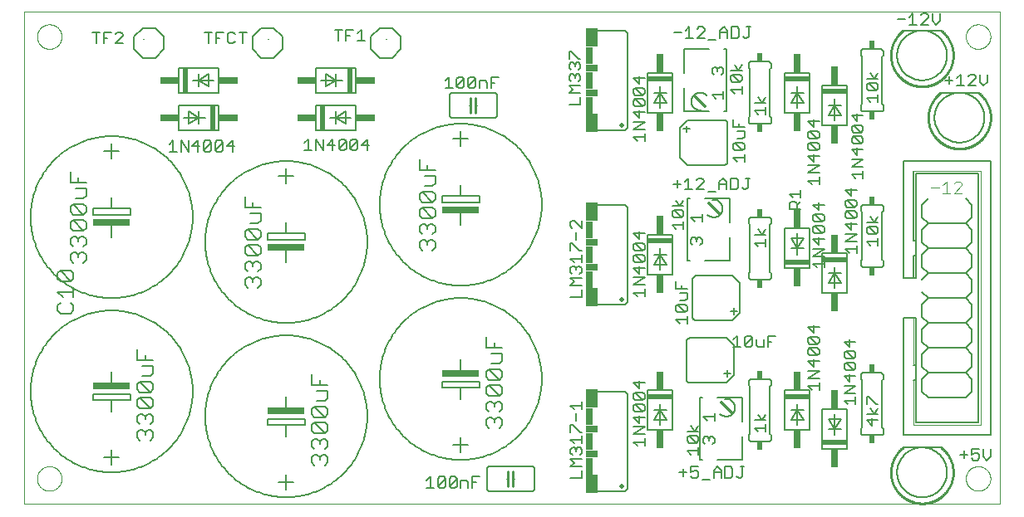
<source format=gto>
G75*
%MOIN*%
%OFA0B0*%
%FSLAX25Y25*%
%IPPOS*%
%LPD*%
%AMOC8*
5,1,8,0,0,1.08239X$1,22.5*
%
%ADD10C,0.00000*%
%ADD11C,0.00600*%
%ADD12C,0.00400*%
%ADD13C,0.00500*%
%ADD14C,0.00200*%
%ADD15R,0.02000X0.10000*%
%ADD16R,0.07500X0.03000*%
%ADD17R,0.15000X0.02500*%
%ADD18C,0.00700*%
%ADD19C,0.01000*%
%ADD20C,0.02000*%
%ADD21R,0.05000X0.07500*%
%ADD22R,0.03000X0.07000*%
%ADD23R,0.05000X0.03000*%
%ADD24C,0.01200*%
%ADD25R,0.02400X0.03400*%
%ADD26R,0.10000X0.02000*%
%ADD27R,0.03000X0.07500*%
%ADD28C,0.00800*%
D10*
X0001000Y0001500D02*
X0001000Y0198961D01*
X0392201Y0198961D01*
X0392201Y0001500D01*
X0001000Y0001500D01*
X0006079Y0011500D02*
X0006081Y0011640D01*
X0006087Y0011780D01*
X0006097Y0011919D01*
X0006111Y0012058D01*
X0006129Y0012197D01*
X0006150Y0012335D01*
X0006176Y0012473D01*
X0006206Y0012610D01*
X0006239Y0012745D01*
X0006277Y0012880D01*
X0006318Y0013014D01*
X0006363Y0013147D01*
X0006411Y0013278D01*
X0006464Y0013407D01*
X0006520Y0013536D01*
X0006579Y0013662D01*
X0006643Y0013787D01*
X0006709Y0013910D01*
X0006780Y0014031D01*
X0006853Y0014150D01*
X0006930Y0014267D01*
X0007011Y0014381D01*
X0007094Y0014493D01*
X0007181Y0014603D01*
X0007271Y0014711D01*
X0007363Y0014815D01*
X0007459Y0014917D01*
X0007558Y0015017D01*
X0007659Y0015113D01*
X0007763Y0015207D01*
X0007870Y0015297D01*
X0007979Y0015384D01*
X0008091Y0015469D01*
X0008205Y0015550D01*
X0008321Y0015628D01*
X0008439Y0015702D01*
X0008560Y0015773D01*
X0008682Y0015841D01*
X0008807Y0015905D01*
X0008933Y0015966D01*
X0009060Y0016023D01*
X0009190Y0016076D01*
X0009321Y0016126D01*
X0009453Y0016171D01*
X0009586Y0016214D01*
X0009721Y0016252D01*
X0009856Y0016286D01*
X0009993Y0016317D01*
X0010130Y0016344D01*
X0010268Y0016366D01*
X0010407Y0016385D01*
X0010546Y0016400D01*
X0010685Y0016411D01*
X0010825Y0016418D01*
X0010965Y0016421D01*
X0011105Y0016420D01*
X0011245Y0016415D01*
X0011384Y0016406D01*
X0011524Y0016393D01*
X0011663Y0016376D01*
X0011801Y0016355D01*
X0011939Y0016331D01*
X0012076Y0016302D01*
X0012212Y0016270D01*
X0012347Y0016233D01*
X0012481Y0016193D01*
X0012614Y0016149D01*
X0012745Y0016101D01*
X0012875Y0016050D01*
X0013004Y0015995D01*
X0013131Y0015936D01*
X0013256Y0015873D01*
X0013379Y0015808D01*
X0013501Y0015738D01*
X0013620Y0015665D01*
X0013738Y0015589D01*
X0013853Y0015510D01*
X0013966Y0015427D01*
X0014076Y0015341D01*
X0014184Y0015252D01*
X0014289Y0015160D01*
X0014392Y0015065D01*
X0014492Y0014967D01*
X0014589Y0014867D01*
X0014683Y0014763D01*
X0014775Y0014657D01*
X0014863Y0014549D01*
X0014948Y0014438D01*
X0015030Y0014324D01*
X0015109Y0014208D01*
X0015184Y0014091D01*
X0015256Y0013971D01*
X0015324Y0013849D01*
X0015389Y0013725D01*
X0015451Y0013599D01*
X0015509Y0013472D01*
X0015563Y0013343D01*
X0015614Y0013212D01*
X0015660Y0013080D01*
X0015703Y0012947D01*
X0015743Y0012813D01*
X0015778Y0012678D01*
X0015810Y0012541D01*
X0015837Y0012404D01*
X0015861Y0012266D01*
X0015881Y0012128D01*
X0015897Y0011989D01*
X0015909Y0011849D01*
X0015917Y0011710D01*
X0015921Y0011570D01*
X0015921Y0011430D01*
X0015917Y0011290D01*
X0015909Y0011151D01*
X0015897Y0011011D01*
X0015881Y0010872D01*
X0015861Y0010734D01*
X0015837Y0010596D01*
X0015810Y0010459D01*
X0015778Y0010322D01*
X0015743Y0010187D01*
X0015703Y0010053D01*
X0015660Y0009920D01*
X0015614Y0009788D01*
X0015563Y0009657D01*
X0015509Y0009528D01*
X0015451Y0009401D01*
X0015389Y0009275D01*
X0015324Y0009151D01*
X0015256Y0009029D01*
X0015184Y0008909D01*
X0015109Y0008792D01*
X0015030Y0008676D01*
X0014948Y0008562D01*
X0014863Y0008451D01*
X0014775Y0008343D01*
X0014683Y0008237D01*
X0014589Y0008133D01*
X0014492Y0008033D01*
X0014392Y0007935D01*
X0014289Y0007840D01*
X0014184Y0007748D01*
X0014076Y0007659D01*
X0013966Y0007573D01*
X0013853Y0007490D01*
X0013738Y0007411D01*
X0013620Y0007335D01*
X0013501Y0007262D01*
X0013379Y0007192D01*
X0013256Y0007127D01*
X0013131Y0007064D01*
X0013004Y0007005D01*
X0012875Y0006950D01*
X0012745Y0006899D01*
X0012614Y0006851D01*
X0012481Y0006807D01*
X0012347Y0006767D01*
X0012212Y0006730D01*
X0012076Y0006698D01*
X0011939Y0006669D01*
X0011801Y0006645D01*
X0011663Y0006624D01*
X0011524Y0006607D01*
X0011384Y0006594D01*
X0011245Y0006585D01*
X0011105Y0006580D01*
X0010965Y0006579D01*
X0010825Y0006582D01*
X0010685Y0006589D01*
X0010546Y0006600D01*
X0010407Y0006615D01*
X0010268Y0006634D01*
X0010130Y0006656D01*
X0009993Y0006683D01*
X0009856Y0006714D01*
X0009721Y0006748D01*
X0009586Y0006786D01*
X0009453Y0006829D01*
X0009321Y0006874D01*
X0009190Y0006924D01*
X0009060Y0006977D01*
X0008933Y0007034D01*
X0008807Y0007095D01*
X0008682Y0007159D01*
X0008560Y0007227D01*
X0008439Y0007298D01*
X0008321Y0007372D01*
X0008205Y0007450D01*
X0008091Y0007531D01*
X0007979Y0007616D01*
X0007870Y0007703D01*
X0007763Y0007793D01*
X0007659Y0007887D01*
X0007558Y0007983D01*
X0007459Y0008083D01*
X0007363Y0008185D01*
X0007271Y0008289D01*
X0007181Y0008397D01*
X0007094Y0008507D01*
X0007011Y0008619D01*
X0006930Y0008733D01*
X0006853Y0008850D01*
X0006780Y0008969D01*
X0006709Y0009090D01*
X0006643Y0009213D01*
X0006579Y0009338D01*
X0006520Y0009464D01*
X0006464Y0009593D01*
X0006411Y0009722D01*
X0006363Y0009853D01*
X0006318Y0009986D01*
X0006277Y0010120D01*
X0006239Y0010255D01*
X0006206Y0010390D01*
X0006176Y0010527D01*
X0006150Y0010665D01*
X0006129Y0010803D01*
X0006111Y0010942D01*
X0006097Y0011081D01*
X0006087Y0011220D01*
X0006081Y0011360D01*
X0006079Y0011500D01*
X0006079Y0189000D02*
X0006081Y0189140D01*
X0006087Y0189280D01*
X0006097Y0189419D01*
X0006111Y0189558D01*
X0006129Y0189697D01*
X0006150Y0189835D01*
X0006176Y0189973D01*
X0006206Y0190110D01*
X0006239Y0190245D01*
X0006277Y0190380D01*
X0006318Y0190514D01*
X0006363Y0190647D01*
X0006411Y0190778D01*
X0006464Y0190907D01*
X0006520Y0191036D01*
X0006579Y0191162D01*
X0006643Y0191287D01*
X0006709Y0191410D01*
X0006780Y0191531D01*
X0006853Y0191650D01*
X0006930Y0191767D01*
X0007011Y0191881D01*
X0007094Y0191993D01*
X0007181Y0192103D01*
X0007271Y0192211D01*
X0007363Y0192315D01*
X0007459Y0192417D01*
X0007558Y0192517D01*
X0007659Y0192613D01*
X0007763Y0192707D01*
X0007870Y0192797D01*
X0007979Y0192884D01*
X0008091Y0192969D01*
X0008205Y0193050D01*
X0008321Y0193128D01*
X0008439Y0193202D01*
X0008560Y0193273D01*
X0008682Y0193341D01*
X0008807Y0193405D01*
X0008933Y0193466D01*
X0009060Y0193523D01*
X0009190Y0193576D01*
X0009321Y0193626D01*
X0009453Y0193671D01*
X0009586Y0193714D01*
X0009721Y0193752D01*
X0009856Y0193786D01*
X0009993Y0193817D01*
X0010130Y0193844D01*
X0010268Y0193866D01*
X0010407Y0193885D01*
X0010546Y0193900D01*
X0010685Y0193911D01*
X0010825Y0193918D01*
X0010965Y0193921D01*
X0011105Y0193920D01*
X0011245Y0193915D01*
X0011384Y0193906D01*
X0011524Y0193893D01*
X0011663Y0193876D01*
X0011801Y0193855D01*
X0011939Y0193831D01*
X0012076Y0193802D01*
X0012212Y0193770D01*
X0012347Y0193733D01*
X0012481Y0193693D01*
X0012614Y0193649D01*
X0012745Y0193601D01*
X0012875Y0193550D01*
X0013004Y0193495D01*
X0013131Y0193436D01*
X0013256Y0193373D01*
X0013379Y0193308D01*
X0013501Y0193238D01*
X0013620Y0193165D01*
X0013738Y0193089D01*
X0013853Y0193010D01*
X0013966Y0192927D01*
X0014076Y0192841D01*
X0014184Y0192752D01*
X0014289Y0192660D01*
X0014392Y0192565D01*
X0014492Y0192467D01*
X0014589Y0192367D01*
X0014683Y0192263D01*
X0014775Y0192157D01*
X0014863Y0192049D01*
X0014948Y0191938D01*
X0015030Y0191824D01*
X0015109Y0191708D01*
X0015184Y0191591D01*
X0015256Y0191471D01*
X0015324Y0191349D01*
X0015389Y0191225D01*
X0015451Y0191099D01*
X0015509Y0190972D01*
X0015563Y0190843D01*
X0015614Y0190712D01*
X0015660Y0190580D01*
X0015703Y0190447D01*
X0015743Y0190313D01*
X0015778Y0190178D01*
X0015810Y0190041D01*
X0015837Y0189904D01*
X0015861Y0189766D01*
X0015881Y0189628D01*
X0015897Y0189489D01*
X0015909Y0189349D01*
X0015917Y0189210D01*
X0015921Y0189070D01*
X0015921Y0188930D01*
X0015917Y0188790D01*
X0015909Y0188651D01*
X0015897Y0188511D01*
X0015881Y0188372D01*
X0015861Y0188234D01*
X0015837Y0188096D01*
X0015810Y0187959D01*
X0015778Y0187822D01*
X0015743Y0187687D01*
X0015703Y0187553D01*
X0015660Y0187420D01*
X0015614Y0187288D01*
X0015563Y0187157D01*
X0015509Y0187028D01*
X0015451Y0186901D01*
X0015389Y0186775D01*
X0015324Y0186651D01*
X0015256Y0186529D01*
X0015184Y0186409D01*
X0015109Y0186292D01*
X0015030Y0186176D01*
X0014948Y0186062D01*
X0014863Y0185951D01*
X0014775Y0185843D01*
X0014683Y0185737D01*
X0014589Y0185633D01*
X0014492Y0185533D01*
X0014392Y0185435D01*
X0014289Y0185340D01*
X0014184Y0185248D01*
X0014076Y0185159D01*
X0013966Y0185073D01*
X0013853Y0184990D01*
X0013738Y0184911D01*
X0013620Y0184835D01*
X0013501Y0184762D01*
X0013379Y0184692D01*
X0013256Y0184627D01*
X0013131Y0184564D01*
X0013004Y0184505D01*
X0012875Y0184450D01*
X0012745Y0184399D01*
X0012614Y0184351D01*
X0012481Y0184307D01*
X0012347Y0184267D01*
X0012212Y0184230D01*
X0012076Y0184198D01*
X0011939Y0184169D01*
X0011801Y0184145D01*
X0011663Y0184124D01*
X0011524Y0184107D01*
X0011384Y0184094D01*
X0011245Y0184085D01*
X0011105Y0184080D01*
X0010965Y0184079D01*
X0010825Y0184082D01*
X0010685Y0184089D01*
X0010546Y0184100D01*
X0010407Y0184115D01*
X0010268Y0184134D01*
X0010130Y0184156D01*
X0009993Y0184183D01*
X0009856Y0184214D01*
X0009721Y0184248D01*
X0009586Y0184286D01*
X0009453Y0184329D01*
X0009321Y0184374D01*
X0009190Y0184424D01*
X0009060Y0184477D01*
X0008933Y0184534D01*
X0008807Y0184595D01*
X0008682Y0184659D01*
X0008560Y0184727D01*
X0008439Y0184798D01*
X0008321Y0184872D01*
X0008205Y0184950D01*
X0008091Y0185031D01*
X0007979Y0185116D01*
X0007870Y0185203D01*
X0007763Y0185293D01*
X0007659Y0185387D01*
X0007558Y0185483D01*
X0007459Y0185583D01*
X0007363Y0185685D01*
X0007271Y0185789D01*
X0007181Y0185897D01*
X0007094Y0186007D01*
X0007011Y0186119D01*
X0006930Y0186233D01*
X0006853Y0186350D01*
X0006780Y0186469D01*
X0006709Y0186590D01*
X0006643Y0186713D01*
X0006579Y0186838D01*
X0006520Y0186964D01*
X0006464Y0187093D01*
X0006411Y0187222D01*
X0006363Y0187353D01*
X0006318Y0187486D01*
X0006277Y0187620D01*
X0006239Y0187755D01*
X0006206Y0187890D01*
X0006176Y0188027D01*
X0006150Y0188165D01*
X0006129Y0188303D01*
X0006111Y0188442D01*
X0006097Y0188581D01*
X0006087Y0188720D01*
X0006081Y0188860D01*
X0006079Y0189000D01*
X0048500Y0188083D02*
X0048500Y0188067D01*
X0048517Y0188050D01*
X0048550Y0188050D01*
X0048567Y0188033D01*
X0048567Y0188017D01*
X0048550Y0188000D01*
X0048517Y0188000D01*
X0048500Y0188017D01*
X0048500Y0188083D02*
X0048517Y0188100D01*
X0048550Y0188100D01*
X0048567Y0188083D01*
X0048592Y0188100D02*
X0048592Y0188000D01*
X0048659Y0188000D01*
X0048684Y0188000D02*
X0048751Y0188000D01*
X0048718Y0188000D02*
X0048718Y0188100D01*
X0048684Y0188067D01*
X0048659Y0188100D02*
X0048592Y0188100D01*
X0048592Y0188050D02*
X0048625Y0188050D01*
X0048776Y0188050D02*
X0048843Y0188050D01*
X0048826Y0188000D02*
X0048826Y0188100D01*
X0048776Y0188050D01*
X0098500Y0188017D02*
X0098517Y0188000D01*
X0098550Y0188000D01*
X0098567Y0188017D01*
X0098567Y0188033D01*
X0098550Y0188050D01*
X0098517Y0188050D01*
X0098500Y0188067D01*
X0098500Y0188083D01*
X0098517Y0188100D01*
X0098550Y0188100D01*
X0098567Y0188083D01*
X0098592Y0188100D02*
X0098592Y0188000D01*
X0098659Y0188000D01*
X0098684Y0188000D02*
X0098751Y0188000D01*
X0098718Y0188000D02*
X0098718Y0188100D01*
X0098684Y0188067D01*
X0098659Y0188100D02*
X0098592Y0188100D01*
X0098592Y0188050D02*
X0098625Y0188050D01*
X0098776Y0188050D02*
X0098843Y0188050D01*
X0098826Y0188000D02*
X0098826Y0188100D01*
X0098776Y0188050D01*
X0146000Y0188017D02*
X0146017Y0188000D01*
X0146050Y0188000D01*
X0146067Y0188017D01*
X0146067Y0188033D01*
X0146050Y0188050D01*
X0146017Y0188050D01*
X0146000Y0188067D01*
X0146000Y0188083D01*
X0146017Y0188100D01*
X0146050Y0188100D01*
X0146067Y0188083D01*
X0146092Y0188100D02*
X0146092Y0188000D01*
X0146159Y0188000D01*
X0146184Y0188000D02*
X0146251Y0188000D01*
X0146218Y0188000D02*
X0146218Y0188100D01*
X0146184Y0188067D01*
X0146159Y0188100D02*
X0146092Y0188100D01*
X0146092Y0188050D02*
X0146125Y0188050D01*
X0146276Y0188050D02*
X0146343Y0188050D01*
X0146326Y0188000D02*
X0146326Y0188100D01*
X0146276Y0188050D01*
X0378579Y0189000D02*
X0378581Y0189140D01*
X0378587Y0189280D01*
X0378597Y0189419D01*
X0378611Y0189558D01*
X0378629Y0189697D01*
X0378650Y0189835D01*
X0378676Y0189973D01*
X0378706Y0190110D01*
X0378739Y0190245D01*
X0378777Y0190380D01*
X0378818Y0190514D01*
X0378863Y0190647D01*
X0378911Y0190778D01*
X0378964Y0190907D01*
X0379020Y0191036D01*
X0379079Y0191162D01*
X0379143Y0191287D01*
X0379209Y0191410D01*
X0379280Y0191531D01*
X0379353Y0191650D01*
X0379430Y0191767D01*
X0379511Y0191881D01*
X0379594Y0191993D01*
X0379681Y0192103D01*
X0379771Y0192211D01*
X0379863Y0192315D01*
X0379959Y0192417D01*
X0380058Y0192517D01*
X0380159Y0192613D01*
X0380263Y0192707D01*
X0380370Y0192797D01*
X0380479Y0192884D01*
X0380591Y0192969D01*
X0380705Y0193050D01*
X0380821Y0193128D01*
X0380939Y0193202D01*
X0381060Y0193273D01*
X0381182Y0193341D01*
X0381307Y0193405D01*
X0381433Y0193466D01*
X0381560Y0193523D01*
X0381690Y0193576D01*
X0381821Y0193626D01*
X0381953Y0193671D01*
X0382086Y0193714D01*
X0382221Y0193752D01*
X0382356Y0193786D01*
X0382493Y0193817D01*
X0382630Y0193844D01*
X0382768Y0193866D01*
X0382907Y0193885D01*
X0383046Y0193900D01*
X0383185Y0193911D01*
X0383325Y0193918D01*
X0383465Y0193921D01*
X0383605Y0193920D01*
X0383745Y0193915D01*
X0383884Y0193906D01*
X0384024Y0193893D01*
X0384163Y0193876D01*
X0384301Y0193855D01*
X0384439Y0193831D01*
X0384576Y0193802D01*
X0384712Y0193770D01*
X0384847Y0193733D01*
X0384981Y0193693D01*
X0385114Y0193649D01*
X0385245Y0193601D01*
X0385375Y0193550D01*
X0385504Y0193495D01*
X0385631Y0193436D01*
X0385756Y0193373D01*
X0385879Y0193308D01*
X0386001Y0193238D01*
X0386120Y0193165D01*
X0386238Y0193089D01*
X0386353Y0193010D01*
X0386466Y0192927D01*
X0386576Y0192841D01*
X0386684Y0192752D01*
X0386789Y0192660D01*
X0386892Y0192565D01*
X0386992Y0192467D01*
X0387089Y0192367D01*
X0387183Y0192263D01*
X0387275Y0192157D01*
X0387363Y0192049D01*
X0387448Y0191938D01*
X0387530Y0191824D01*
X0387609Y0191708D01*
X0387684Y0191591D01*
X0387756Y0191471D01*
X0387824Y0191349D01*
X0387889Y0191225D01*
X0387951Y0191099D01*
X0388009Y0190972D01*
X0388063Y0190843D01*
X0388114Y0190712D01*
X0388160Y0190580D01*
X0388203Y0190447D01*
X0388243Y0190313D01*
X0388278Y0190178D01*
X0388310Y0190041D01*
X0388337Y0189904D01*
X0388361Y0189766D01*
X0388381Y0189628D01*
X0388397Y0189489D01*
X0388409Y0189349D01*
X0388417Y0189210D01*
X0388421Y0189070D01*
X0388421Y0188930D01*
X0388417Y0188790D01*
X0388409Y0188651D01*
X0388397Y0188511D01*
X0388381Y0188372D01*
X0388361Y0188234D01*
X0388337Y0188096D01*
X0388310Y0187959D01*
X0388278Y0187822D01*
X0388243Y0187687D01*
X0388203Y0187553D01*
X0388160Y0187420D01*
X0388114Y0187288D01*
X0388063Y0187157D01*
X0388009Y0187028D01*
X0387951Y0186901D01*
X0387889Y0186775D01*
X0387824Y0186651D01*
X0387756Y0186529D01*
X0387684Y0186409D01*
X0387609Y0186292D01*
X0387530Y0186176D01*
X0387448Y0186062D01*
X0387363Y0185951D01*
X0387275Y0185843D01*
X0387183Y0185737D01*
X0387089Y0185633D01*
X0386992Y0185533D01*
X0386892Y0185435D01*
X0386789Y0185340D01*
X0386684Y0185248D01*
X0386576Y0185159D01*
X0386466Y0185073D01*
X0386353Y0184990D01*
X0386238Y0184911D01*
X0386120Y0184835D01*
X0386001Y0184762D01*
X0385879Y0184692D01*
X0385756Y0184627D01*
X0385631Y0184564D01*
X0385504Y0184505D01*
X0385375Y0184450D01*
X0385245Y0184399D01*
X0385114Y0184351D01*
X0384981Y0184307D01*
X0384847Y0184267D01*
X0384712Y0184230D01*
X0384576Y0184198D01*
X0384439Y0184169D01*
X0384301Y0184145D01*
X0384163Y0184124D01*
X0384024Y0184107D01*
X0383884Y0184094D01*
X0383745Y0184085D01*
X0383605Y0184080D01*
X0383465Y0184079D01*
X0383325Y0184082D01*
X0383185Y0184089D01*
X0383046Y0184100D01*
X0382907Y0184115D01*
X0382768Y0184134D01*
X0382630Y0184156D01*
X0382493Y0184183D01*
X0382356Y0184214D01*
X0382221Y0184248D01*
X0382086Y0184286D01*
X0381953Y0184329D01*
X0381821Y0184374D01*
X0381690Y0184424D01*
X0381560Y0184477D01*
X0381433Y0184534D01*
X0381307Y0184595D01*
X0381182Y0184659D01*
X0381060Y0184727D01*
X0380939Y0184798D01*
X0380821Y0184872D01*
X0380705Y0184950D01*
X0380591Y0185031D01*
X0380479Y0185116D01*
X0380370Y0185203D01*
X0380263Y0185293D01*
X0380159Y0185387D01*
X0380058Y0185483D01*
X0379959Y0185583D01*
X0379863Y0185685D01*
X0379771Y0185789D01*
X0379681Y0185897D01*
X0379594Y0186007D01*
X0379511Y0186119D01*
X0379430Y0186233D01*
X0379353Y0186350D01*
X0379280Y0186469D01*
X0379209Y0186590D01*
X0379143Y0186713D01*
X0379079Y0186838D01*
X0379020Y0186964D01*
X0378964Y0187093D01*
X0378911Y0187222D01*
X0378863Y0187353D01*
X0378818Y0187486D01*
X0378777Y0187620D01*
X0378739Y0187755D01*
X0378706Y0187890D01*
X0378676Y0188027D01*
X0378650Y0188165D01*
X0378629Y0188303D01*
X0378611Y0188442D01*
X0378597Y0188581D01*
X0378587Y0188720D01*
X0378581Y0188860D01*
X0378579Y0189000D01*
X0378579Y0011500D02*
X0378581Y0011640D01*
X0378587Y0011780D01*
X0378597Y0011919D01*
X0378611Y0012058D01*
X0378629Y0012197D01*
X0378650Y0012335D01*
X0378676Y0012473D01*
X0378706Y0012610D01*
X0378739Y0012745D01*
X0378777Y0012880D01*
X0378818Y0013014D01*
X0378863Y0013147D01*
X0378911Y0013278D01*
X0378964Y0013407D01*
X0379020Y0013536D01*
X0379079Y0013662D01*
X0379143Y0013787D01*
X0379209Y0013910D01*
X0379280Y0014031D01*
X0379353Y0014150D01*
X0379430Y0014267D01*
X0379511Y0014381D01*
X0379594Y0014493D01*
X0379681Y0014603D01*
X0379771Y0014711D01*
X0379863Y0014815D01*
X0379959Y0014917D01*
X0380058Y0015017D01*
X0380159Y0015113D01*
X0380263Y0015207D01*
X0380370Y0015297D01*
X0380479Y0015384D01*
X0380591Y0015469D01*
X0380705Y0015550D01*
X0380821Y0015628D01*
X0380939Y0015702D01*
X0381060Y0015773D01*
X0381182Y0015841D01*
X0381307Y0015905D01*
X0381433Y0015966D01*
X0381560Y0016023D01*
X0381690Y0016076D01*
X0381821Y0016126D01*
X0381953Y0016171D01*
X0382086Y0016214D01*
X0382221Y0016252D01*
X0382356Y0016286D01*
X0382493Y0016317D01*
X0382630Y0016344D01*
X0382768Y0016366D01*
X0382907Y0016385D01*
X0383046Y0016400D01*
X0383185Y0016411D01*
X0383325Y0016418D01*
X0383465Y0016421D01*
X0383605Y0016420D01*
X0383745Y0016415D01*
X0383884Y0016406D01*
X0384024Y0016393D01*
X0384163Y0016376D01*
X0384301Y0016355D01*
X0384439Y0016331D01*
X0384576Y0016302D01*
X0384712Y0016270D01*
X0384847Y0016233D01*
X0384981Y0016193D01*
X0385114Y0016149D01*
X0385245Y0016101D01*
X0385375Y0016050D01*
X0385504Y0015995D01*
X0385631Y0015936D01*
X0385756Y0015873D01*
X0385879Y0015808D01*
X0386001Y0015738D01*
X0386120Y0015665D01*
X0386238Y0015589D01*
X0386353Y0015510D01*
X0386466Y0015427D01*
X0386576Y0015341D01*
X0386684Y0015252D01*
X0386789Y0015160D01*
X0386892Y0015065D01*
X0386992Y0014967D01*
X0387089Y0014867D01*
X0387183Y0014763D01*
X0387275Y0014657D01*
X0387363Y0014549D01*
X0387448Y0014438D01*
X0387530Y0014324D01*
X0387609Y0014208D01*
X0387684Y0014091D01*
X0387756Y0013971D01*
X0387824Y0013849D01*
X0387889Y0013725D01*
X0387951Y0013599D01*
X0388009Y0013472D01*
X0388063Y0013343D01*
X0388114Y0013212D01*
X0388160Y0013080D01*
X0388203Y0012947D01*
X0388243Y0012813D01*
X0388278Y0012678D01*
X0388310Y0012541D01*
X0388337Y0012404D01*
X0388361Y0012266D01*
X0388381Y0012128D01*
X0388397Y0011989D01*
X0388409Y0011849D01*
X0388417Y0011710D01*
X0388421Y0011570D01*
X0388421Y0011430D01*
X0388417Y0011290D01*
X0388409Y0011151D01*
X0388397Y0011011D01*
X0388381Y0010872D01*
X0388361Y0010734D01*
X0388337Y0010596D01*
X0388310Y0010459D01*
X0388278Y0010322D01*
X0388243Y0010187D01*
X0388203Y0010053D01*
X0388160Y0009920D01*
X0388114Y0009788D01*
X0388063Y0009657D01*
X0388009Y0009528D01*
X0387951Y0009401D01*
X0387889Y0009275D01*
X0387824Y0009151D01*
X0387756Y0009029D01*
X0387684Y0008909D01*
X0387609Y0008792D01*
X0387530Y0008676D01*
X0387448Y0008562D01*
X0387363Y0008451D01*
X0387275Y0008343D01*
X0387183Y0008237D01*
X0387089Y0008133D01*
X0386992Y0008033D01*
X0386892Y0007935D01*
X0386789Y0007840D01*
X0386684Y0007748D01*
X0386576Y0007659D01*
X0386466Y0007573D01*
X0386353Y0007490D01*
X0386238Y0007411D01*
X0386120Y0007335D01*
X0386001Y0007262D01*
X0385879Y0007192D01*
X0385756Y0007127D01*
X0385631Y0007064D01*
X0385504Y0007005D01*
X0385375Y0006950D01*
X0385245Y0006899D01*
X0385114Y0006851D01*
X0384981Y0006807D01*
X0384847Y0006767D01*
X0384712Y0006730D01*
X0384576Y0006698D01*
X0384439Y0006669D01*
X0384301Y0006645D01*
X0384163Y0006624D01*
X0384024Y0006607D01*
X0383884Y0006594D01*
X0383745Y0006585D01*
X0383605Y0006580D01*
X0383465Y0006579D01*
X0383325Y0006582D01*
X0383185Y0006589D01*
X0383046Y0006600D01*
X0382907Y0006615D01*
X0382768Y0006634D01*
X0382630Y0006656D01*
X0382493Y0006683D01*
X0382356Y0006714D01*
X0382221Y0006748D01*
X0382086Y0006786D01*
X0381953Y0006829D01*
X0381821Y0006874D01*
X0381690Y0006924D01*
X0381560Y0006977D01*
X0381433Y0007034D01*
X0381307Y0007095D01*
X0381182Y0007159D01*
X0381060Y0007227D01*
X0380939Y0007298D01*
X0380821Y0007372D01*
X0380705Y0007450D01*
X0380591Y0007531D01*
X0380479Y0007616D01*
X0380370Y0007703D01*
X0380263Y0007793D01*
X0380159Y0007887D01*
X0380058Y0007983D01*
X0379959Y0008083D01*
X0379863Y0008185D01*
X0379771Y0008289D01*
X0379681Y0008397D01*
X0379594Y0008507D01*
X0379511Y0008619D01*
X0379430Y0008733D01*
X0379353Y0008850D01*
X0379280Y0008969D01*
X0379209Y0009090D01*
X0379143Y0009213D01*
X0379079Y0009338D01*
X0379020Y0009464D01*
X0378964Y0009593D01*
X0378911Y0009722D01*
X0378863Y0009853D01*
X0378818Y0009986D01*
X0378777Y0010120D01*
X0378739Y0010255D01*
X0378706Y0010390D01*
X0378676Y0010527D01*
X0378650Y0010665D01*
X0378629Y0010803D01*
X0378611Y0010942D01*
X0378597Y0011081D01*
X0378587Y0011220D01*
X0378581Y0011360D01*
X0378579Y0011500D01*
D11*
X0351000Y0014000D02*
X0351003Y0014245D01*
X0351012Y0014491D01*
X0351027Y0014736D01*
X0351048Y0014980D01*
X0351075Y0015224D01*
X0351108Y0015467D01*
X0351147Y0015710D01*
X0351192Y0015951D01*
X0351243Y0016191D01*
X0351300Y0016430D01*
X0351362Y0016667D01*
X0351431Y0016903D01*
X0351505Y0017137D01*
X0351585Y0017369D01*
X0351670Y0017599D01*
X0351761Y0017827D01*
X0351858Y0018052D01*
X0351960Y0018276D01*
X0352068Y0018496D01*
X0352181Y0018714D01*
X0352299Y0018929D01*
X0352423Y0019141D01*
X0352551Y0019350D01*
X0352685Y0019556D01*
X0352824Y0019758D01*
X0352968Y0019957D01*
X0353117Y0020152D01*
X0353270Y0020344D01*
X0353428Y0020532D01*
X0353590Y0020716D01*
X0353758Y0020895D01*
X0353929Y0021071D01*
X0354105Y0021242D01*
X0354284Y0021410D01*
X0354468Y0021572D01*
X0354656Y0021730D01*
X0354848Y0021883D01*
X0355043Y0022032D01*
X0355242Y0022176D01*
X0355444Y0022315D01*
X0355650Y0022449D01*
X0355859Y0022577D01*
X0356071Y0022701D01*
X0356286Y0022819D01*
X0356504Y0022932D01*
X0356724Y0023040D01*
X0356948Y0023142D01*
X0357173Y0023239D01*
X0357401Y0023330D01*
X0357631Y0023415D01*
X0357863Y0023495D01*
X0358097Y0023569D01*
X0358333Y0023638D01*
X0358570Y0023700D01*
X0358809Y0023757D01*
X0359049Y0023808D01*
X0359290Y0023853D01*
X0359533Y0023892D01*
X0359776Y0023925D01*
X0360020Y0023952D01*
X0360264Y0023973D01*
X0360509Y0023988D01*
X0360755Y0023997D01*
X0361000Y0024000D01*
X0361245Y0023997D01*
X0361491Y0023988D01*
X0361736Y0023973D01*
X0361980Y0023952D01*
X0362224Y0023925D01*
X0362467Y0023892D01*
X0362710Y0023853D01*
X0362951Y0023808D01*
X0363191Y0023757D01*
X0363430Y0023700D01*
X0363667Y0023638D01*
X0363903Y0023569D01*
X0364137Y0023495D01*
X0364369Y0023415D01*
X0364599Y0023330D01*
X0364827Y0023239D01*
X0365052Y0023142D01*
X0365276Y0023040D01*
X0365496Y0022932D01*
X0365714Y0022819D01*
X0365929Y0022701D01*
X0366141Y0022577D01*
X0366350Y0022449D01*
X0366556Y0022315D01*
X0366758Y0022176D01*
X0366957Y0022032D01*
X0367152Y0021883D01*
X0367344Y0021730D01*
X0367532Y0021572D01*
X0367716Y0021410D01*
X0367895Y0021242D01*
X0368071Y0021071D01*
X0368242Y0020895D01*
X0368410Y0020716D01*
X0368572Y0020532D01*
X0368730Y0020344D01*
X0368883Y0020152D01*
X0369032Y0019957D01*
X0369176Y0019758D01*
X0369315Y0019556D01*
X0369449Y0019350D01*
X0369577Y0019141D01*
X0369701Y0018929D01*
X0369819Y0018714D01*
X0369932Y0018496D01*
X0370040Y0018276D01*
X0370142Y0018052D01*
X0370239Y0017827D01*
X0370330Y0017599D01*
X0370415Y0017369D01*
X0370495Y0017137D01*
X0370569Y0016903D01*
X0370638Y0016667D01*
X0370700Y0016430D01*
X0370757Y0016191D01*
X0370808Y0015951D01*
X0370853Y0015710D01*
X0370892Y0015467D01*
X0370925Y0015224D01*
X0370952Y0014980D01*
X0370973Y0014736D01*
X0370988Y0014491D01*
X0370997Y0014245D01*
X0371000Y0014000D01*
X0370997Y0013755D01*
X0370988Y0013509D01*
X0370973Y0013264D01*
X0370952Y0013020D01*
X0370925Y0012776D01*
X0370892Y0012533D01*
X0370853Y0012290D01*
X0370808Y0012049D01*
X0370757Y0011809D01*
X0370700Y0011570D01*
X0370638Y0011333D01*
X0370569Y0011097D01*
X0370495Y0010863D01*
X0370415Y0010631D01*
X0370330Y0010401D01*
X0370239Y0010173D01*
X0370142Y0009948D01*
X0370040Y0009724D01*
X0369932Y0009504D01*
X0369819Y0009286D01*
X0369701Y0009071D01*
X0369577Y0008859D01*
X0369449Y0008650D01*
X0369315Y0008444D01*
X0369176Y0008242D01*
X0369032Y0008043D01*
X0368883Y0007848D01*
X0368730Y0007656D01*
X0368572Y0007468D01*
X0368410Y0007284D01*
X0368242Y0007105D01*
X0368071Y0006929D01*
X0367895Y0006758D01*
X0367716Y0006590D01*
X0367532Y0006428D01*
X0367344Y0006270D01*
X0367152Y0006117D01*
X0366957Y0005968D01*
X0366758Y0005824D01*
X0366556Y0005685D01*
X0366350Y0005551D01*
X0366141Y0005423D01*
X0365929Y0005299D01*
X0365714Y0005181D01*
X0365496Y0005068D01*
X0365276Y0004960D01*
X0365052Y0004858D01*
X0364827Y0004761D01*
X0364599Y0004670D01*
X0364369Y0004585D01*
X0364137Y0004505D01*
X0363903Y0004431D01*
X0363667Y0004362D01*
X0363430Y0004300D01*
X0363191Y0004243D01*
X0362951Y0004192D01*
X0362710Y0004147D01*
X0362467Y0004108D01*
X0362224Y0004075D01*
X0361980Y0004048D01*
X0361736Y0004027D01*
X0361491Y0004012D01*
X0361245Y0004003D01*
X0361000Y0004000D01*
X0360755Y0004003D01*
X0360509Y0004012D01*
X0360264Y0004027D01*
X0360020Y0004048D01*
X0359776Y0004075D01*
X0359533Y0004108D01*
X0359290Y0004147D01*
X0359049Y0004192D01*
X0358809Y0004243D01*
X0358570Y0004300D01*
X0358333Y0004362D01*
X0358097Y0004431D01*
X0357863Y0004505D01*
X0357631Y0004585D01*
X0357401Y0004670D01*
X0357173Y0004761D01*
X0356948Y0004858D01*
X0356724Y0004960D01*
X0356504Y0005068D01*
X0356286Y0005181D01*
X0356071Y0005299D01*
X0355859Y0005423D01*
X0355650Y0005551D01*
X0355444Y0005685D01*
X0355242Y0005824D01*
X0355043Y0005968D01*
X0354848Y0006117D01*
X0354656Y0006270D01*
X0354468Y0006428D01*
X0354284Y0006590D01*
X0354105Y0006758D01*
X0353929Y0006929D01*
X0353758Y0007105D01*
X0353590Y0007284D01*
X0353428Y0007468D01*
X0353270Y0007656D01*
X0353117Y0007848D01*
X0352968Y0008043D01*
X0352824Y0008242D01*
X0352685Y0008444D01*
X0352551Y0008650D01*
X0352423Y0008859D01*
X0352299Y0009071D01*
X0352181Y0009286D01*
X0352068Y0009504D01*
X0351960Y0009724D01*
X0351858Y0009948D01*
X0351761Y0010173D01*
X0351670Y0010401D01*
X0351585Y0010631D01*
X0351505Y0010863D01*
X0351431Y0011097D01*
X0351362Y0011333D01*
X0351300Y0011570D01*
X0351243Y0011809D01*
X0351192Y0012049D01*
X0351147Y0012290D01*
X0351108Y0012533D01*
X0351075Y0012776D01*
X0351048Y0013020D01*
X0351027Y0013264D01*
X0351012Y0013509D01*
X0351003Y0013755D01*
X0351000Y0014000D01*
X0331000Y0023500D02*
X0321000Y0023500D01*
X0321000Y0039500D01*
X0331000Y0039500D01*
X0331000Y0023500D01*
X0326000Y0029000D02*
X0326000Y0031500D01*
X0328500Y0031500D01*
X0326000Y0031500D02*
X0323500Y0031500D01*
X0326000Y0031500D02*
X0323500Y0035500D01*
X0328500Y0035500D01*
X0326000Y0031500D01*
X0326000Y0037500D01*
X0316000Y0031000D02*
X0316000Y0047000D01*
X0306000Y0047000D01*
X0306000Y0031000D01*
X0316000Y0031000D01*
X0311000Y0033000D02*
X0311000Y0039000D01*
X0308500Y0039000D01*
X0311000Y0039000D02*
X0311000Y0041500D01*
X0311000Y0039000D02*
X0313500Y0039000D01*
X0311000Y0039000D02*
X0313500Y0035000D01*
X0308500Y0035000D01*
X0311000Y0039000D01*
X0300500Y0029000D02*
X0300000Y0029500D01*
X0300000Y0048500D01*
X0300500Y0049000D01*
X0300500Y0050500D01*
X0300498Y0050560D01*
X0300493Y0050621D01*
X0300484Y0050680D01*
X0300471Y0050739D01*
X0300455Y0050798D01*
X0300435Y0050855D01*
X0300412Y0050910D01*
X0300385Y0050965D01*
X0300356Y0051017D01*
X0300323Y0051068D01*
X0300287Y0051117D01*
X0300249Y0051163D01*
X0300207Y0051207D01*
X0300163Y0051249D01*
X0300117Y0051287D01*
X0300068Y0051323D01*
X0300017Y0051356D01*
X0299965Y0051385D01*
X0299910Y0051412D01*
X0299855Y0051435D01*
X0299798Y0051455D01*
X0299739Y0051471D01*
X0299680Y0051484D01*
X0299621Y0051493D01*
X0299560Y0051498D01*
X0299500Y0051500D01*
X0292500Y0051500D01*
X0292440Y0051498D01*
X0292379Y0051493D01*
X0292320Y0051484D01*
X0292261Y0051471D01*
X0292202Y0051455D01*
X0292145Y0051435D01*
X0292090Y0051412D01*
X0292035Y0051385D01*
X0291983Y0051356D01*
X0291932Y0051323D01*
X0291883Y0051287D01*
X0291837Y0051249D01*
X0291793Y0051207D01*
X0291751Y0051163D01*
X0291713Y0051117D01*
X0291677Y0051068D01*
X0291644Y0051017D01*
X0291615Y0050965D01*
X0291588Y0050910D01*
X0291565Y0050855D01*
X0291545Y0050798D01*
X0291529Y0050739D01*
X0291516Y0050680D01*
X0291507Y0050621D01*
X0291502Y0050560D01*
X0291500Y0050500D01*
X0291500Y0049000D01*
X0292000Y0048500D01*
X0292000Y0029500D01*
X0291500Y0029000D01*
X0291500Y0027500D01*
X0291502Y0027440D01*
X0291507Y0027379D01*
X0291516Y0027320D01*
X0291529Y0027261D01*
X0291545Y0027202D01*
X0291565Y0027145D01*
X0291588Y0027090D01*
X0291615Y0027035D01*
X0291644Y0026983D01*
X0291677Y0026932D01*
X0291713Y0026883D01*
X0291751Y0026837D01*
X0291793Y0026793D01*
X0291837Y0026751D01*
X0291883Y0026713D01*
X0291932Y0026677D01*
X0291983Y0026644D01*
X0292035Y0026615D01*
X0292090Y0026588D01*
X0292145Y0026565D01*
X0292202Y0026545D01*
X0292261Y0026529D01*
X0292320Y0026516D01*
X0292379Y0026507D01*
X0292440Y0026502D01*
X0292500Y0026500D01*
X0299500Y0026500D01*
X0299560Y0026502D01*
X0299621Y0026507D01*
X0299680Y0026516D01*
X0299739Y0026529D01*
X0299798Y0026545D01*
X0299855Y0026565D01*
X0299910Y0026588D01*
X0299965Y0026615D01*
X0300017Y0026644D01*
X0300068Y0026677D01*
X0300117Y0026713D01*
X0300163Y0026751D01*
X0300207Y0026793D01*
X0300249Y0026837D01*
X0300287Y0026883D01*
X0300323Y0026932D01*
X0300356Y0026983D01*
X0300385Y0027035D01*
X0300412Y0027090D01*
X0300435Y0027145D01*
X0300455Y0027202D01*
X0300471Y0027261D01*
X0300484Y0027320D01*
X0300493Y0027379D01*
X0300498Y0027440D01*
X0300500Y0027500D01*
X0300500Y0029000D01*
X0289000Y0028500D02*
X0289000Y0019000D01*
X0279000Y0019000D01*
X0273000Y0019000D02*
X0272000Y0019000D01*
X0272000Y0044000D01*
X0273000Y0044000D01*
X0279000Y0044000D02*
X0289000Y0044000D01*
X0289000Y0034500D01*
X0280000Y0037500D02*
X0280084Y0037418D01*
X0280172Y0037339D01*
X0280262Y0037262D01*
X0280354Y0037189D01*
X0280449Y0037119D01*
X0280547Y0037053D01*
X0280646Y0036989D01*
X0280747Y0036929D01*
X0280851Y0036872D01*
X0280956Y0036819D01*
X0281063Y0036769D01*
X0281171Y0036723D01*
X0281281Y0036681D01*
X0281393Y0036642D01*
X0281505Y0036607D01*
X0281619Y0036575D01*
X0281734Y0036548D01*
X0281849Y0036524D01*
X0281966Y0036505D01*
X0282082Y0036489D01*
X0282200Y0036477D01*
X0282317Y0036469D01*
X0282435Y0036465D01*
X0282553Y0036464D01*
X0282671Y0036468D01*
X0282789Y0036476D01*
X0282906Y0036487D01*
X0283023Y0036503D01*
X0283139Y0036522D01*
X0283255Y0036546D01*
X0283370Y0036573D01*
X0283483Y0036604D01*
X0283596Y0036638D01*
X0283708Y0036677D01*
X0283818Y0036719D01*
X0283927Y0036765D01*
X0284034Y0036814D01*
X0284139Y0036867D01*
X0284243Y0036923D01*
X0284344Y0036983D01*
X0284444Y0037046D01*
X0284541Y0037113D01*
X0284636Y0037182D01*
X0284729Y0037255D01*
X0284819Y0037331D01*
X0284907Y0037410D01*
X0284992Y0037491D01*
X0285074Y0037576D01*
X0285154Y0037663D01*
X0285230Y0037753D01*
X0285304Y0037845D01*
X0285374Y0037940D01*
X0285441Y0038037D01*
X0285505Y0038136D01*
X0285565Y0038237D01*
X0285622Y0038341D01*
X0285676Y0038446D01*
X0285726Y0038552D01*
X0285773Y0038661D01*
X0285815Y0038771D01*
X0285855Y0038882D01*
X0285890Y0038994D01*
X0285922Y0039108D01*
X0285949Y0039222D01*
X0285973Y0039338D01*
X0285994Y0039454D01*
X0286010Y0039571D01*
X0286022Y0039688D01*
X0286031Y0039806D01*
X0286035Y0039924D01*
X0286036Y0040042D01*
X0286032Y0040159D01*
X0286025Y0040277D01*
X0286014Y0040395D01*
X0285999Y0040512D01*
X0285980Y0040628D01*
X0285957Y0040744D01*
X0285930Y0040858D01*
X0285900Y0040972D01*
X0285865Y0041085D01*
X0285827Y0041197D01*
X0285786Y0041307D01*
X0285740Y0041416D01*
X0285691Y0041523D01*
X0285639Y0041629D01*
X0285583Y0041732D01*
X0285523Y0041834D01*
X0285460Y0041934D01*
X0285394Y0042032D01*
X0285325Y0042127D01*
X0285252Y0042220D01*
X0285177Y0042311D01*
X0285098Y0042399D01*
X0285017Y0042484D01*
X0284932Y0042566D01*
X0284845Y0042646D01*
X0284756Y0042723D01*
X0284664Y0042797D01*
X0284569Y0042867D01*
X0284473Y0042935D01*
X0284374Y0042999D01*
X0284273Y0043060D01*
X0284170Y0043117D01*
X0284065Y0043171D01*
X0283958Y0043221D01*
X0283850Y0043268D01*
X0283740Y0043311D01*
X0283629Y0043351D01*
X0283517Y0043387D01*
X0283403Y0043419D01*
X0283289Y0043447D01*
X0283173Y0043471D01*
X0283057Y0043492D01*
X0282941Y0043508D01*
X0282823Y0043521D01*
X0282706Y0043530D01*
X0282588Y0043535D01*
X0282470Y0043536D01*
X0282352Y0043533D01*
X0282234Y0043526D01*
X0282117Y0043515D01*
X0282000Y0043500D01*
X0282500Y0050000D02*
X0268000Y0050000D01*
X0267924Y0050002D01*
X0267848Y0050008D01*
X0267773Y0050017D01*
X0267698Y0050031D01*
X0267624Y0050048D01*
X0267551Y0050069D01*
X0267479Y0050093D01*
X0267408Y0050122D01*
X0267339Y0050153D01*
X0267272Y0050188D01*
X0267207Y0050227D01*
X0267143Y0050269D01*
X0267082Y0050314D01*
X0267023Y0050362D01*
X0266967Y0050413D01*
X0266913Y0050467D01*
X0266862Y0050523D01*
X0266814Y0050582D01*
X0266769Y0050643D01*
X0266727Y0050707D01*
X0266688Y0050772D01*
X0266653Y0050839D01*
X0266622Y0050908D01*
X0266593Y0050979D01*
X0266569Y0051051D01*
X0266548Y0051124D01*
X0266531Y0051198D01*
X0266517Y0051273D01*
X0266508Y0051348D01*
X0266502Y0051424D01*
X0266500Y0051500D01*
X0266500Y0066500D01*
X0266502Y0066576D01*
X0266508Y0066652D01*
X0266517Y0066727D01*
X0266531Y0066802D01*
X0266548Y0066876D01*
X0266569Y0066949D01*
X0266593Y0067021D01*
X0266622Y0067092D01*
X0266653Y0067161D01*
X0266688Y0067228D01*
X0266727Y0067293D01*
X0266769Y0067357D01*
X0266814Y0067418D01*
X0266862Y0067477D01*
X0266913Y0067533D01*
X0266967Y0067587D01*
X0267023Y0067638D01*
X0267082Y0067686D01*
X0267143Y0067731D01*
X0267207Y0067773D01*
X0267272Y0067812D01*
X0267339Y0067847D01*
X0267408Y0067878D01*
X0267479Y0067907D01*
X0267551Y0067931D01*
X0267624Y0067952D01*
X0267698Y0067969D01*
X0267773Y0067983D01*
X0267848Y0067992D01*
X0267924Y0067998D01*
X0268000Y0068000D01*
X0282500Y0068000D01*
X0285500Y0065000D01*
X0285500Y0053000D01*
X0282500Y0050000D01*
X0283000Y0052400D02*
X0283000Y0054900D01*
X0281700Y0053600D02*
X0284300Y0053600D01*
X0261000Y0047000D02*
X0251000Y0047000D01*
X0251000Y0031000D01*
X0261000Y0031000D01*
X0261000Y0047000D01*
X0256000Y0041500D02*
X0256000Y0039000D01*
X0253500Y0039000D01*
X0256000Y0039000D02*
X0258500Y0039000D01*
X0256000Y0039000D02*
X0258500Y0035000D01*
X0253500Y0035000D01*
X0256000Y0039000D01*
X0256000Y0033000D01*
X0243000Y0045500D02*
X0243000Y0007500D01*
X0242000Y0006500D01*
X0230500Y0006500D01*
X0205500Y0007500D02*
X0205500Y0015500D01*
X0205498Y0015560D01*
X0205493Y0015621D01*
X0205484Y0015680D01*
X0205471Y0015739D01*
X0205455Y0015798D01*
X0205435Y0015855D01*
X0205412Y0015910D01*
X0205385Y0015965D01*
X0205356Y0016017D01*
X0205323Y0016068D01*
X0205287Y0016117D01*
X0205249Y0016163D01*
X0205207Y0016207D01*
X0205163Y0016249D01*
X0205117Y0016287D01*
X0205068Y0016323D01*
X0205017Y0016356D01*
X0204965Y0016385D01*
X0204910Y0016412D01*
X0204855Y0016435D01*
X0204798Y0016455D01*
X0204739Y0016471D01*
X0204680Y0016484D01*
X0204621Y0016493D01*
X0204560Y0016498D01*
X0204500Y0016500D01*
X0187500Y0016500D01*
X0187440Y0016498D01*
X0187379Y0016493D01*
X0187320Y0016484D01*
X0187261Y0016471D01*
X0187202Y0016455D01*
X0187145Y0016435D01*
X0187090Y0016412D01*
X0187035Y0016385D01*
X0186983Y0016356D01*
X0186932Y0016323D01*
X0186883Y0016287D01*
X0186837Y0016249D01*
X0186793Y0016207D01*
X0186751Y0016163D01*
X0186713Y0016117D01*
X0186677Y0016068D01*
X0186644Y0016017D01*
X0186615Y0015965D01*
X0186588Y0015910D01*
X0186565Y0015855D01*
X0186545Y0015798D01*
X0186529Y0015739D01*
X0186516Y0015680D01*
X0186507Y0015621D01*
X0186502Y0015560D01*
X0186500Y0015500D01*
X0186500Y0007500D01*
X0186502Y0007440D01*
X0186507Y0007379D01*
X0186516Y0007320D01*
X0186529Y0007261D01*
X0186545Y0007202D01*
X0186565Y0007145D01*
X0186588Y0007090D01*
X0186615Y0007035D01*
X0186644Y0006983D01*
X0186677Y0006932D01*
X0186713Y0006883D01*
X0186751Y0006837D01*
X0186793Y0006793D01*
X0186837Y0006751D01*
X0186883Y0006713D01*
X0186932Y0006677D01*
X0186983Y0006644D01*
X0187035Y0006615D01*
X0187090Y0006588D01*
X0187145Y0006565D01*
X0187202Y0006545D01*
X0187261Y0006529D01*
X0187320Y0006516D01*
X0187379Y0006507D01*
X0187440Y0006502D01*
X0187500Y0006500D01*
X0204500Y0006500D01*
X0204560Y0006502D01*
X0204621Y0006507D01*
X0204680Y0006516D01*
X0204739Y0006529D01*
X0204798Y0006545D01*
X0204855Y0006565D01*
X0204910Y0006588D01*
X0204965Y0006615D01*
X0205017Y0006644D01*
X0205068Y0006677D01*
X0205117Y0006713D01*
X0205163Y0006751D01*
X0205207Y0006793D01*
X0205249Y0006837D01*
X0205287Y0006883D01*
X0205323Y0006932D01*
X0205356Y0006983D01*
X0205385Y0007035D01*
X0205412Y0007090D01*
X0205435Y0007145D01*
X0205455Y0007202D01*
X0205471Y0007261D01*
X0205484Y0007320D01*
X0205493Y0007379D01*
X0205498Y0007440D01*
X0205500Y0007500D01*
X0197500Y0011500D02*
X0197000Y0011500D01*
X0195000Y0011500D02*
X0194500Y0011500D01*
X0176000Y0022000D02*
X0176000Y0028000D01*
X0179000Y0025000D02*
X0173000Y0025000D01*
X0176000Y0043500D02*
X0176000Y0048000D01*
X0183500Y0048000D01*
X0183500Y0050500D01*
X0168500Y0050500D01*
X0168500Y0048000D01*
X0176000Y0048000D01*
X0143500Y0051500D02*
X0143510Y0052298D01*
X0143539Y0053095D01*
X0143588Y0053891D01*
X0143656Y0054686D01*
X0143744Y0055478D01*
X0143852Y0056269D01*
X0143978Y0057056D01*
X0144124Y0057840D01*
X0144290Y0058621D01*
X0144474Y0059397D01*
X0144677Y0060168D01*
X0144899Y0060934D01*
X0145140Y0061695D01*
X0145400Y0062449D01*
X0145678Y0063197D01*
X0145974Y0063937D01*
X0146288Y0064670D01*
X0146620Y0065396D01*
X0146970Y0066112D01*
X0147338Y0066820D01*
X0147722Y0067519D01*
X0148124Y0068208D01*
X0148542Y0068887D01*
X0148977Y0069556D01*
X0149428Y0070214D01*
X0149896Y0070860D01*
X0150379Y0071495D01*
X0150877Y0072118D01*
X0151391Y0072728D01*
X0151919Y0073326D01*
X0152462Y0073910D01*
X0153019Y0074481D01*
X0153590Y0075038D01*
X0154174Y0075581D01*
X0154772Y0076109D01*
X0155382Y0076623D01*
X0156005Y0077121D01*
X0156640Y0077604D01*
X0157286Y0078072D01*
X0157944Y0078523D01*
X0158613Y0078958D01*
X0159292Y0079376D01*
X0159981Y0079778D01*
X0160680Y0080162D01*
X0161388Y0080530D01*
X0162104Y0080880D01*
X0162830Y0081212D01*
X0163563Y0081526D01*
X0164303Y0081822D01*
X0165051Y0082100D01*
X0165805Y0082360D01*
X0166566Y0082601D01*
X0167332Y0082823D01*
X0168103Y0083026D01*
X0168879Y0083210D01*
X0169660Y0083376D01*
X0170444Y0083522D01*
X0171231Y0083648D01*
X0172022Y0083756D01*
X0172814Y0083844D01*
X0173609Y0083912D01*
X0174405Y0083961D01*
X0175202Y0083990D01*
X0176000Y0084000D01*
X0176798Y0083990D01*
X0177595Y0083961D01*
X0178391Y0083912D01*
X0179186Y0083844D01*
X0179978Y0083756D01*
X0180769Y0083648D01*
X0181556Y0083522D01*
X0182340Y0083376D01*
X0183121Y0083210D01*
X0183897Y0083026D01*
X0184668Y0082823D01*
X0185434Y0082601D01*
X0186195Y0082360D01*
X0186949Y0082100D01*
X0187697Y0081822D01*
X0188437Y0081526D01*
X0189170Y0081212D01*
X0189896Y0080880D01*
X0190612Y0080530D01*
X0191320Y0080162D01*
X0192019Y0079778D01*
X0192708Y0079376D01*
X0193387Y0078958D01*
X0194056Y0078523D01*
X0194714Y0078072D01*
X0195360Y0077604D01*
X0195995Y0077121D01*
X0196618Y0076623D01*
X0197228Y0076109D01*
X0197826Y0075581D01*
X0198410Y0075038D01*
X0198981Y0074481D01*
X0199538Y0073910D01*
X0200081Y0073326D01*
X0200609Y0072728D01*
X0201123Y0072118D01*
X0201621Y0071495D01*
X0202104Y0070860D01*
X0202572Y0070214D01*
X0203023Y0069556D01*
X0203458Y0068887D01*
X0203876Y0068208D01*
X0204278Y0067519D01*
X0204662Y0066820D01*
X0205030Y0066112D01*
X0205380Y0065396D01*
X0205712Y0064670D01*
X0206026Y0063937D01*
X0206322Y0063197D01*
X0206600Y0062449D01*
X0206860Y0061695D01*
X0207101Y0060934D01*
X0207323Y0060168D01*
X0207526Y0059397D01*
X0207710Y0058621D01*
X0207876Y0057840D01*
X0208022Y0057056D01*
X0208148Y0056269D01*
X0208256Y0055478D01*
X0208344Y0054686D01*
X0208412Y0053891D01*
X0208461Y0053095D01*
X0208490Y0052298D01*
X0208500Y0051500D01*
X0208490Y0050702D01*
X0208461Y0049905D01*
X0208412Y0049109D01*
X0208344Y0048314D01*
X0208256Y0047522D01*
X0208148Y0046731D01*
X0208022Y0045944D01*
X0207876Y0045160D01*
X0207710Y0044379D01*
X0207526Y0043603D01*
X0207323Y0042832D01*
X0207101Y0042066D01*
X0206860Y0041305D01*
X0206600Y0040551D01*
X0206322Y0039803D01*
X0206026Y0039063D01*
X0205712Y0038330D01*
X0205380Y0037604D01*
X0205030Y0036888D01*
X0204662Y0036180D01*
X0204278Y0035481D01*
X0203876Y0034792D01*
X0203458Y0034113D01*
X0203023Y0033444D01*
X0202572Y0032786D01*
X0202104Y0032140D01*
X0201621Y0031505D01*
X0201123Y0030882D01*
X0200609Y0030272D01*
X0200081Y0029674D01*
X0199538Y0029090D01*
X0198981Y0028519D01*
X0198410Y0027962D01*
X0197826Y0027419D01*
X0197228Y0026891D01*
X0196618Y0026377D01*
X0195995Y0025879D01*
X0195360Y0025396D01*
X0194714Y0024928D01*
X0194056Y0024477D01*
X0193387Y0024042D01*
X0192708Y0023624D01*
X0192019Y0023222D01*
X0191320Y0022838D01*
X0190612Y0022470D01*
X0189896Y0022120D01*
X0189170Y0021788D01*
X0188437Y0021474D01*
X0187697Y0021178D01*
X0186949Y0020900D01*
X0186195Y0020640D01*
X0185434Y0020399D01*
X0184668Y0020177D01*
X0183897Y0019974D01*
X0183121Y0019790D01*
X0182340Y0019624D01*
X0181556Y0019478D01*
X0180769Y0019352D01*
X0179978Y0019244D01*
X0179186Y0019156D01*
X0178391Y0019088D01*
X0177595Y0019039D01*
X0176798Y0019010D01*
X0176000Y0019000D01*
X0175202Y0019010D01*
X0174405Y0019039D01*
X0173609Y0019088D01*
X0172814Y0019156D01*
X0172022Y0019244D01*
X0171231Y0019352D01*
X0170444Y0019478D01*
X0169660Y0019624D01*
X0168879Y0019790D01*
X0168103Y0019974D01*
X0167332Y0020177D01*
X0166566Y0020399D01*
X0165805Y0020640D01*
X0165051Y0020900D01*
X0164303Y0021178D01*
X0163563Y0021474D01*
X0162830Y0021788D01*
X0162104Y0022120D01*
X0161388Y0022470D01*
X0160680Y0022838D01*
X0159981Y0023222D01*
X0159292Y0023624D01*
X0158613Y0024042D01*
X0157944Y0024477D01*
X0157286Y0024928D01*
X0156640Y0025396D01*
X0156005Y0025879D01*
X0155382Y0026377D01*
X0154772Y0026891D01*
X0154174Y0027419D01*
X0153590Y0027962D01*
X0153019Y0028519D01*
X0152462Y0029090D01*
X0151919Y0029674D01*
X0151391Y0030272D01*
X0150877Y0030882D01*
X0150379Y0031505D01*
X0149896Y0032140D01*
X0149428Y0032786D01*
X0148977Y0033444D01*
X0148542Y0034113D01*
X0148124Y0034792D01*
X0147722Y0035481D01*
X0147338Y0036180D01*
X0146970Y0036888D01*
X0146620Y0037604D01*
X0146288Y0038330D01*
X0145974Y0039063D01*
X0145678Y0039803D01*
X0145400Y0040551D01*
X0145140Y0041305D01*
X0144899Y0042066D01*
X0144677Y0042832D01*
X0144474Y0043603D01*
X0144290Y0044379D01*
X0144124Y0045160D01*
X0143978Y0045944D01*
X0143852Y0046731D01*
X0143744Y0047522D01*
X0143656Y0048314D01*
X0143588Y0049109D01*
X0143539Y0049905D01*
X0143510Y0050702D01*
X0143500Y0051500D01*
X0176000Y0054000D02*
X0176000Y0059500D01*
X0230500Y0046500D02*
X0242000Y0046500D01*
X0243000Y0045500D01*
X0270500Y0075000D02*
X0285000Y0075000D01*
X0288000Y0078000D01*
X0288000Y0090000D01*
X0285000Y0093000D01*
X0270500Y0093000D01*
X0270424Y0092998D01*
X0270348Y0092992D01*
X0270273Y0092983D01*
X0270198Y0092969D01*
X0270124Y0092952D01*
X0270051Y0092931D01*
X0269979Y0092907D01*
X0269908Y0092878D01*
X0269839Y0092847D01*
X0269772Y0092812D01*
X0269707Y0092773D01*
X0269643Y0092731D01*
X0269582Y0092686D01*
X0269523Y0092638D01*
X0269467Y0092587D01*
X0269413Y0092533D01*
X0269362Y0092477D01*
X0269314Y0092418D01*
X0269269Y0092357D01*
X0269227Y0092293D01*
X0269188Y0092228D01*
X0269153Y0092161D01*
X0269122Y0092092D01*
X0269093Y0092021D01*
X0269069Y0091949D01*
X0269048Y0091876D01*
X0269031Y0091802D01*
X0269017Y0091727D01*
X0269008Y0091652D01*
X0269002Y0091576D01*
X0269000Y0091500D01*
X0269000Y0076500D01*
X0269002Y0076424D01*
X0269008Y0076348D01*
X0269017Y0076273D01*
X0269031Y0076198D01*
X0269048Y0076124D01*
X0269069Y0076051D01*
X0269093Y0075979D01*
X0269122Y0075908D01*
X0269153Y0075839D01*
X0269188Y0075772D01*
X0269227Y0075707D01*
X0269269Y0075643D01*
X0269314Y0075582D01*
X0269362Y0075523D01*
X0269413Y0075467D01*
X0269467Y0075413D01*
X0269523Y0075362D01*
X0269582Y0075314D01*
X0269643Y0075269D01*
X0269707Y0075227D01*
X0269772Y0075188D01*
X0269839Y0075153D01*
X0269908Y0075122D01*
X0269979Y0075093D01*
X0270051Y0075069D01*
X0270124Y0075048D01*
X0270198Y0075031D01*
X0270273Y0075017D01*
X0270348Y0075008D01*
X0270424Y0075002D01*
X0270500Y0075000D01*
X0284200Y0078600D02*
X0286800Y0078600D01*
X0285500Y0077400D02*
X0285500Y0079900D01*
X0292500Y0091500D02*
X0299500Y0091500D01*
X0299560Y0091502D01*
X0299621Y0091507D01*
X0299680Y0091516D01*
X0299739Y0091529D01*
X0299798Y0091545D01*
X0299855Y0091565D01*
X0299910Y0091588D01*
X0299965Y0091615D01*
X0300017Y0091644D01*
X0300068Y0091677D01*
X0300117Y0091713D01*
X0300163Y0091751D01*
X0300207Y0091793D01*
X0300249Y0091837D01*
X0300287Y0091883D01*
X0300323Y0091932D01*
X0300356Y0091983D01*
X0300385Y0092035D01*
X0300412Y0092090D01*
X0300435Y0092145D01*
X0300455Y0092202D01*
X0300471Y0092261D01*
X0300484Y0092320D01*
X0300493Y0092379D01*
X0300498Y0092440D01*
X0300500Y0092500D01*
X0300500Y0094000D01*
X0300000Y0094500D01*
X0300000Y0113500D01*
X0300500Y0114000D01*
X0300500Y0115500D01*
X0300498Y0115560D01*
X0300493Y0115621D01*
X0300484Y0115680D01*
X0300471Y0115739D01*
X0300455Y0115798D01*
X0300435Y0115855D01*
X0300412Y0115910D01*
X0300385Y0115965D01*
X0300356Y0116017D01*
X0300323Y0116068D01*
X0300287Y0116117D01*
X0300249Y0116163D01*
X0300207Y0116207D01*
X0300163Y0116249D01*
X0300117Y0116287D01*
X0300068Y0116323D01*
X0300017Y0116356D01*
X0299965Y0116385D01*
X0299910Y0116412D01*
X0299855Y0116435D01*
X0299798Y0116455D01*
X0299739Y0116471D01*
X0299680Y0116484D01*
X0299621Y0116493D01*
X0299560Y0116498D01*
X0299500Y0116500D01*
X0292500Y0116500D01*
X0292440Y0116498D01*
X0292379Y0116493D01*
X0292320Y0116484D01*
X0292261Y0116471D01*
X0292202Y0116455D01*
X0292145Y0116435D01*
X0292090Y0116412D01*
X0292035Y0116385D01*
X0291983Y0116356D01*
X0291932Y0116323D01*
X0291883Y0116287D01*
X0291837Y0116249D01*
X0291793Y0116207D01*
X0291751Y0116163D01*
X0291713Y0116117D01*
X0291677Y0116068D01*
X0291644Y0116017D01*
X0291615Y0115965D01*
X0291588Y0115910D01*
X0291565Y0115855D01*
X0291545Y0115798D01*
X0291529Y0115739D01*
X0291516Y0115680D01*
X0291507Y0115621D01*
X0291502Y0115560D01*
X0291500Y0115500D01*
X0291500Y0114000D01*
X0292000Y0113500D01*
X0292000Y0094500D01*
X0291500Y0094000D01*
X0291500Y0092500D01*
X0291502Y0092440D01*
X0291507Y0092379D01*
X0291516Y0092320D01*
X0291529Y0092261D01*
X0291545Y0092202D01*
X0291565Y0092145D01*
X0291588Y0092090D01*
X0291615Y0092035D01*
X0291644Y0091983D01*
X0291677Y0091932D01*
X0291713Y0091883D01*
X0291751Y0091837D01*
X0291793Y0091793D01*
X0291837Y0091751D01*
X0291883Y0091713D01*
X0291932Y0091677D01*
X0291983Y0091644D01*
X0292035Y0091615D01*
X0292090Y0091588D01*
X0292145Y0091565D01*
X0292202Y0091545D01*
X0292261Y0091529D01*
X0292320Y0091516D01*
X0292379Y0091507D01*
X0292440Y0091502D01*
X0292500Y0091500D01*
X0306000Y0096000D02*
X0316000Y0096000D01*
X0316000Y0112000D01*
X0306000Y0112000D01*
X0306000Y0096000D01*
X0311000Y0101500D02*
X0311000Y0104000D01*
X0313500Y0104000D01*
X0311000Y0104000D02*
X0308500Y0104000D01*
X0311000Y0104000D02*
X0308500Y0108000D01*
X0313500Y0108000D01*
X0311000Y0104000D01*
X0311000Y0110000D01*
X0321000Y0102000D02*
X0331000Y0102000D01*
X0331000Y0086000D01*
X0321000Y0086000D01*
X0321000Y0102000D01*
X0326000Y0096500D02*
X0326000Y0094000D01*
X0323500Y0094000D01*
X0326000Y0094000D02*
X0328500Y0094000D01*
X0326000Y0094000D02*
X0328500Y0090000D01*
X0323500Y0090000D01*
X0326000Y0094000D01*
X0326000Y0088000D01*
X0337500Y0096500D02*
X0344500Y0096500D01*
X0344560Y0096502D01*
X0344621Y0096507D01*
X0344680Y0096516D01*
X0344739Y0096529D01*
X0344798Y0096545D01*
X0344855Y0096565D01*
X0344910Y0096588D01*
X0344965Y0096615D01*
X0345017Y0096644D01*
X0345068Y0096677D01*
X0345117Y0096713D01*
X0345163Y0096751D01*
X0345207Y0096793D01*
X0345249Y0096837D01*
X0345287Y0096883D01*
X0345323Y0096932D01*
X0345356Y0096983D01*
X0345385Y0097035D01*
X0345412Y0097090D01*
X0345435Y0097145D01*
X0345455Y0097202D01*
X0345471Y0097261D01*
X0345484Y0097320D01*
X0345493Y0097379D01*
X0345498Y0097440D01*
X0345500Y0097500D01*
X0345500Y0099000D01*
X0345000Y0099500D01*
X0345000Y0118500D01*
X0345500Y0119000D01*
X0345500Y0120500D01*
X0345498Y0120560D01*
X0345493Y0120621D01*
X0345484Y0120680D01*
X0345471Y0120739D01*
X0345455Y0120798D01*
X0345435Y0120855D01*
X0345412Y0120910D01*
X0345385Y0120965D01*
X0345356Y0121017D01*
X0345323Y0121068D01*
X0345287Y0121117D01*
X0345249Y0121163D01*
X0345207Y0121207D01*
X0345163Y0121249D01*
X0345117Y0121287D01*
X0345068Y0121323D01*
X0345017Y0121356D01*
X0344965Y0121385D01*
X0344910Y0121412D01*
X0344855Y0121435D01*
X0344798Y0121455D01*
X0344739Y0121471D01*
X0344680Y0121484D01*
X0344621Y0121493D01*
X0344560Y0121498D01*
X0344500Y0121500D01*
X0337500Y0121500D01*
X0337440Y0121498D01*
X0337379Y0121493D01*
X0337320Y0121484D01*
X0337261Y0121471D01*
X0337202Y0121455D01*
X0337145Y0121435D01*
X0337090Y0121412D01*
X0337035Y0121385D01*
X0336983Y0121356D01*
X0336932Y0121323D01*
X0336883Y0121287D01*
X0336837Y0121249D01*
X0336793Y0121207D01*
X0336751Y0121163D01*
X0336713Y0121117D01*
X0336677Y0121068D01*
X0336644Y0121017D01*
X0336615Y0120965D01*
X0336588Y0120910D01*
X0336565Y0120855D01*
X0336545Y0120798D01*
X0336529Y0120739D01*
X0336516Y0120680D01*
X0336507Y0120621D01*
X0336502Y0120560D01*
X0336500Y0120500D01*
X0336500Y0119000D01*
X0337000Y0118500D01*
X0337000Y0099500D01*
X0336500Y0099000D01*
X0336500Y0097500D01*
X0336502Y0097440D01*
X0336507Y0097379D01*
X0336516Y0097320D01*
X0336529Y0097261D01*
X0336545Y0097202D01*
X0336565Y0097145D01*
X0336588Y0097090D01*
X0336615Y0097035D01*
X0336644Y0096983D01*
X0336677Y0096932D01*
X0336713Y0096883D01*
X0336751Y0096837D01*
X0336793Y0096793D01*
X0336837Y0096751D01*
X0336883Y0096713D01*
X0336932Y0096677D01*
X0336983Y0096644D01*
X0337035Y0096615D01*
X0337090Y0096588D01*
X0337145Y0096565D01*
X0337202Y0096545D01*
X0337261Y0096529D01*
X0337320Y0096516D01*
X0337379Y0096507D01*
X0337440Y0096502D01*
X0337500Y0096500D01*
X0361000Y0096500D02*
X0361000Y0101500D01*
X0363500Y0104000D01*
X0378500Y0104000D01*
X0381000Y0101500D01*
X0381000Y0096500D01*
X0378500Y0094000D01*
X0363500Y0094000D01*
X0361000Y0091500D01*
X0363500Y0094000D02*
X0361000Y0096500D01*
X0363500Y0104000D02*
X0361000Y0106500D01*
X0361000Y0111500D01*
X0363500Y0114000D01*
X0378500Y0114000D01*
X0381000Y0111500D01*
X0381000Y0106500D01*
X0378500Y0104000D01*
X0378500Y0094000D02*
X0381000Y0091500D01*
X0381000Y0086500D01*
X0378500Y0084000D01*
X0363500Y0084000D01*
X0361000Y0081500D01*
X0361000Y0076500D01*
X0363500Y0074000D01*
X0378500Y0074000D01*
X0381000Y0071500D01*
X0381000Y0066500D01*
X0378500Y0064000D01*
X0363500Y0064000D01*
X0361000Y0061500D01*
X0361000Y0056500D01*
X0363500Y0054000D01*
X0378500Y0054000D01*
X0381000Y0051500D01*
X0381000Y0046500D01*
X0378500Y0044000D01*
X0363500Y0044000D01*
X0361000Y0046500D01*
X0361000Y0051500D01*
X0363500Y0054000D01*
X0378500Y0054000D02*
X0381000Y0056500D01*
X0381000Y0061500D01*
X0378500Y0064000D01*
X0363500Y0064000D02*
X0361000Y0066500D01*
X0361000Y0071500D01*
X0363500Y0074000D01*
X0378500Y0074000D02*
X0381000Y0076500D01*
X0381000Y0081500D01*
X0378500Y0084000D01*
X0363500Y0084000D02*
X0361000Y0086500D01*
X0363500Y0114000D02*
X0361000Y0116500D01*
X0361000Y0121500D01*
X0363500Y0124000D01*
X0378500Y0124000D02*
X0381000Y0121500D01*
X0381000Y0116500D01*
X0378500Y0114000D01*
X0331000Y0153500D02*
X0321000Y0153500D01*
X0321000Y0169500D01*
X0331000Y0169500D01*
X0331000Y0153500D01*
X0328500Y0157500D02*
X0323500Y0157500D01*
X0326000Y0161500D01*
X0323500Y0161500D01*
X0326000Y0161500D02*
X0328500Y0161500D01*
X0326000Y0161500D02*
X0326000Y0164000D01*
X0326000Y0161500D02*
X0328500Y0157500D01*
X0326000Y0155500D02*
X0326000Y0161500D01*
X0316000Y0158500D02*
X0316000Y0174500D01*
X0306000Y0174500D01*
X0306000Y0158500D01*
X0316000Y0158500D01*
X0311000Y0160500D02*
X0311000Y0166500D01*
X0308500Y0166500D01*
X0311000Y0166500D02*
X0311000Y0169000D01*
X0311000Y0166500D02*
X0313500Y0166500D01*
X0311000Y0166500D02*
X0313500Y0162500D01*
X0308500Y0162500D01*
X0311000Y0166500D01*
X0300500Y0156500D02*
X0300000Y0157000D01*
X0300000Y0176000D01*
X0300500Y0176500D01*
X0300500Y0178000D01*
X0300498Y0178060D01*
X0300493Y0178121D01*
X0300484Y0178180D01*
X0300471Y0178239D01*
X0300455Y0178298D01*
X0300435Y0178355D01*
X0300412Y0178410D01*
X0300385Y0178465D01*
X0300356Y0178517D01*
X0300323Y0178568D01*
X0300287Y0178617D01*
X0300249Y0178663D01*
X0300207Y0178707D01*
X0300163Y0178749D01*
X0300117Y0178787D01*
X0300068Y0178823D01*
X0300017Y0178856D01*
X0299965Y0178885D01*
X0299910Y0178912D01*
X0299855Y0178935D01*
X0299798Y0178955D01*
X0299739Y0178971D01*
X0299680Y0178984D01*
X0299621Y0178993D01*
X0299560Y0178998D01*
X0299500Y0179000D01*
X0292500Y0179000D01*
X0292440Y0178998D01*
X0292379Y0178993D01*
X0292320Y0178984D01*
X0292261Y0178971D01*
X0292202Y0178955D01*
X0292145Y0178935D01*
X0292090Y0178912D01*
X0292035Y0178885D01*
X0291983Y0178856D01*
X0291932Y0178823D01*
X0291883Y0178787D01*
X0291837Y0178749D01*
X0291793Y0178707D01*
X0291751Y0178663D01*
X0291713Y0178617D01*
X0291677Y0178568D01*
X0291644Y0178517D01*
X0291615Y0178465D01*
X0291588Y0178410D01*
X0291565Y0178355D01*
X0291545Y0178298D01*
X0291529Y0178239D01*
X0291516Y0178180D01*
X0291507Y0178121D01*
X0291502Y0178060D01*
X0291500Y0178000D01*
X0291500Y0176500D01*
X0292000Y0176000D01*
X0292000Y0157000D01*
X0291500Y0156500D01*
X0291500Y0155000D01*
X0291502Y0154940D01*
X0291507Y0154879D01*
X0291516Y0154820D01*
X0291529Y0154761D01*
X0291545Y0154702D01*
X0291565Y0154645D01*
X0291588Y0154590D01*
X0291615Y0154535D01*
X0291644Y0154483D01*
X0291677Y0154432D01*
X0291713Y0154383D01*
X0291751Y0154337D01*
X0291793Y0154293D01*
X0291837Y0154251D01*
X0291883Y0154213D01*
X0291932Y0154177D01*
X0291983Y0154144D01*
X0292035Y0154115D01*
X0292090Y0154088D01*
X0292145Y0154065D01*
X0292202Y0154045D01*
X0292261Y0154029D01*
X0292320Y0154016D01*
X0292379Y0154007D01*
X0292440Y0154002D01*
X0292500Y0154000D01*
X0299500Y0154000D01*
X0299560Y0154002D01*
X0299621Y0154007D01*
X0299680Y0154016D01*
X0299739Y0154029D01*
X0299798Y0154045D01*
X0299855Y0154065D01*
X0299910Y0154088D01*
X0299965Y0154115D01*
X0300017Y0154144D01*
X0300068Y0154177D01*
X0300117Y0154213D01*
X0300163Y0154251D01*
X0300207Y0154293D01*
X0300249Y0154337D01*
X0300287Y0154383D01*
X0300323Y0154432D01*
X0300356Y0154483D01*
X0300385Y0154535D01*
X0300412Y0154590D01*
X0300435Y0154645D01*
X0300455Y0154702D01*
X0300471Y0154761D01*
X0300484Y0154820D01*
X0300493Y0154879D01*
X0300498Y0154940D01*
X0300500Y0155000D01*
X0300500Y0156500D01*
X0283000Y0154000D02*
X0283000Y0139000D01*
X0282998Y0138924D01*
X0282992Y0138848D01*
X0282983Y0138773D01*
X0282969Y0138698D01*
X0282952Y0138624D01*
X0282931Y0138551D01*
X0282907Y0138479D01*
X0282878Y0138408D01*
X0282847Y0138339D01*
X0282812Y0138272D01*
X0282773Y0138207D01*
X0282731Y0138143D01*
X0282686Y0138082D01*
X0282638Y0138023D01*
X0282587Y0137967D01*
X0282533Y0137913D01*
X0282477Y0137862D01*
X0282418Y0137814D01*
X0282357Y0137769D01*
X0282293Y0137727D01*
X0282228Y0137688D01*
X0282161Y0137653D01*
X0282092Y0137622D01*
X0282021Y0137593D01*
X0281949Y0137569D01*
X0281876Y0137548D01*
X0281802Y0137531D01*
X0281727Y0137517D01*
X0281652Y0137508D01*
X0281576Y0137502D01*
X0281500Y0137500D01*
X0267000Y0137500D01*
X0264000Y0140500D01*
X0264000Y0152500D01*
X0267000Y0155500D01*
X0281500Y0155500D01*
X0281576Y0155498D01*
X0281652Y0155492D01*
X0281727Y0155483D01*
X0281802Y0155469D01*
X0281876Y0155452D01*
X0281949Y0155431D01*
X0282021Y0155407D01*
X0282092Y0155378D01*
X0282161Y0155347D01*
X0282228Y0155312D01*
X0282293Y0155273D01*
X0282357Y0155231D01*
X0282418Y0155186D01*
X0282477Y0155138D01*
X0282533Y0155087D01*
X0282587Y0155033D01*
X0282638Y0154977D01*
X0282686Y0154918D01*
X0282731Y0154857D01*
X0282773Y0154793D01*
X0282812Y0154728D01*
X0282847Y0154661D01*
X0282878Y0154592D01*
X0282907Y0154521D01*
X0282931Y0154449D01*
X0282952Y0154376D01*
X0282969Y0154302D01*
X0282983Y0154227D01*
X0282992Y0154152D01*
X0282998Y0154076D01*
X0283000Y0154000D01*
X0282500Y0159000D02*
X0281500Y0159000D01*
X0282500Y0159000D02*
X0282500Y0184000D01*
X0281500Y0184000D01*
X0275500Y0184000D02*
X0265500Y0184000D01*
X0265500Y0174500D01*
X0261000Y0174500D02*
X0251000Y0174500D01*
X0251000Y0158500D01*
X0261000Y0158500D01*
X0261000Y0174500D01*
X0256000Y0169000D02*
X0256000Y0166500D01*
X0253500Y0166500D01*
X0256000Y0166500D02*
X0258500Y0166500D01*
X0256000Y0166500D02*
X0258500Y0162500D01*
X0253500Y0162500D01*
X0256000Y0166500D01*
X0256000Y0160500D01*
X0265500Y0159000D02*
X0275500Y0159000D01*
X0272500Y0159500D02*
X0272383Y0159485D01*
X0272266Y0159474D01*
X0272148Y0159467D01*
X0272030Y0159464D01*
X0271912Y0159465D01*
X0271794Y0159470D01*
X0271677Y0159479D01*
X0271559Y0159492D01*
X0271443Y0159508D01*
X0271327Y0159529D01*
X0271211Y0159553D01*
X0271097Y0159581D01*
X0270983Y0159613D01*
X0270871Y0159649D01*
X0270760Y0159689D01*
X0270650Y0159732D01*
X0270542Y0159779D01*
X0270435Y0159829D01*
X0270330Y0159883D01*
X0270227Y0159940D01*
X0270126Y0160001D01*
X0270027Y0160065D01*
X0269931Y0160133D01*
X0269836Y0160203D01*
X0269744Y0160277D01*
X0269655Y0160354D01*
X0269568Y0160434D01*
X0269483Y0160516D01*
X0269402Y0160601D01*
X0269323Y0160689D01*
X0269248Y0160780D01*
X0269175Y0160873D01*
X0269106Y0160968D01*
X0269040Y0161066D01*
X0268977Y0161166D01*
X0268917Y0161268D01*
X0268861Y0161371D01*
X0268809Y0161477D01*
X0268760Y0161584D01*
X0268714Y0161693D01*
X0268673Y0161803D01*
X0268635Y0161915D01*
X0268600Y0162028D01*
X0268570Y0162142D01*
X0268543Y0162256D01*
X0268520Y0162372D01*
X0268501Y0162488D01*
X0268486Y0162605D01*
X0268475Y0162723D01*
X0268468Y0162841D01*
X0268464Y0162958D01*
X0268465Y0163076D01*
X0268469Y0163194D01*
X0268478Y0163312D01*
X0268490Y0163429D01*
X0268506Y0163546D01*
X0268527Y0163662D01*
X0268551Y0163778D01*
X0268578Y0163892D01*
X0268610Y0164006D01*
X0268645Y0164118D01*
X0268685Y0164229D01*
X0268727Y0164339D01*
X0268774Y0164448D01*
X0268824Y0164554D01*
X0268878Y0164659D01*
X0268935Y0164763D01*
X0268995Y0164864D01*
X0269059Y0164963D01*
X0269126Y0165060D01*
X0269196Y0165155D01*
X0269270Y0165247D01*
X0269346Y0165337D01*
X0269426Y0165424D01*
X0269508Y0165509D01*
X0269593Y0165590D01*
X0269681Y0165669D01*
X0269771Y0165745D01*
X0269864Y0165818D01*
X0269959Y0165887D01*
X0270056Y0165954D01*
X0270156Y0166017D01*
X0270257Y0166077D01*
X0270361Y0166133D01*
X0270466Y0166186D01*
X0270573Y0166235D01*
X0270682Y0166281D01*
X0270792Y0166323D01*
X0270904Y0166362D01*
X0271017Y0166396D01*
X0271130Y0166427D01*
X0271245Y0166454D01*
X0271361Y0166478D01*
X0271477Y0166497D01*
X0271594Y0166513D01*
X0271711Y0166524D01*
X0271829Y0166532D01*
X0271947Y0166536D01*
X0272065Y0166535D01*
X0272183Y0166531D01*
X0272300Y0166523D01*
X0272418Y0166511D01*
X0272534Y0166495D01*
X0272651Y0166476D01*
X0272766Y0166452D01*
X0272881Y0166425D01*
X0272995Y0166393D01*
X0273107Y0166358D01*
X0273219Y0166319D01*
X0273329Y0166277D01*
X0273437Y0166231D01*
X0273544Y0166181D01*
X0273649Y0166128D01*
X0273753Y0166071D01*
X0273854Y0166011D01*
X0273953Y0165947D01*
X0274051Y0165881D01*
X0274146Y0165811D01*
X0274238Y0165738D01*
X0274328Y0165661D01*
X0274416Y0165582D01*
X0274500Y0165500D01*
X0265500Y0168500D02*
X0265500Y0159000D01*
X0266500Y0153100D02*
X0266500Y0150600D01*
X0267800Y0151900D02*
X0265200Y0151900D01*
X0243000Y0152500D02*
X0242000Y0151500D01*
X0230500Y0151500D01*
X0243000Y0152500D02*
X0243000Y0190500D01*
X0242000Y0191500D01*
X0230500Y0191500D01*
X0190500Y0165500D02*
X0190500Y0157500D01*
X0190498Y0157440D01*
X0190493Y0157379D01*
X0190484Y0157320D01*
X0190471Y0157261D01*
X0190455Y0157202D01*
X0190435Y0157145D01*
X0190412Y0157090D01*
X0190385Y0157035D01*
X0190356Y0156983D01*
X0190323Y0156932D01*
X0190287Y0156883D01*
X0190249Y0156837D01*
X0190207Y0156793D01*
X0190163Y0156751D01*
X0190117Y0156713D01*
X0190068Y0156677D01*
X0190017Y0156644D01*
X0189965Y0156615D01*
X0189910Y0156588D01*
X0189855Y0156565D01*
X0189798Y0156545D01*
X0189739Y0156529D01*
X0189680Y0156516D01*
X0189621Y0156507D01*
X0189560Y0156502D01*
X0189500Y0156500D01*
X0172500Y0156500D01*
X0172440Y0156502D01*
X0172379Y0156507D01*
X0172320Y0156516D01*
X0172261Y0156529D01*
X0172202Y0156545D01*
X0172145Y0156565D01*
X0172090Y0156588D01*
X0172035Y0156615D01*
X0171983Y0156644D01*
X0171932Y0156677D01*
X0171883Y0156713D01*
X0171837Y0156751D01*
X0171793Y0156793D01*
X0171751Y0156837D01*
X0171713Y0156883D01*
X0171677Y0156932D01*
X0171644Y0156983D01*
X0171615Y0157035D01*
X0171588Y0157090D01*
X0171565Y0157145D01*
X0171545Y0157202D01*
X0171529Y0157261D01*
X0171516Y0157320D01*
X0171507Y0157379D01*
X0171502Y0157440D01*
X0171500Y0157500D01*
X0171500Y0165500D01*
X0171502Y0165560D01*
X0171507Y0165621D01*
X0171516Y0165680D01*
X0171529Y0165739D01*
X0171545Y0165798D01*
X0171565Y0165855D01*
X0171588Y0165910D01*
X0171615Y0165965D01*
X0171644Y0166017D01*
X0171677Y0166068D01*
X0171713Y0166117D01*
X0171751Y0166163D01*
X0171793Y0166207D01*
X0171837Y0166249D01*
X0171883Y0166287D01*
X0171932Y0166323D01*
X0171983Y0166356D01*
X0172035Y0166385D01*
X0172090Y0166412D01*
X0172145Y0166435D01*
X0172202Y0166455D01*
X0172261Y0166471D01*
X0172320Y0166484D01*
X0172379Y0166493D01*
X0172440Y0166498D01*
X0172500Y0166500D01*
X0189500Y0166500D01*
X0189560Y0166498D01*
X0189621Y0166493D01*
X0189680Y0166484D01*
X0189739Y0166471D01*
X0189798Y0166455D01*
X0189855Y0166435D01*
X0189910Y0166412D01*
X0189965Y0166385D01*
X0190017Y0166356D01*
X0190068Y0166323D01*
X0190117Y0166287D01*
X0190163Y0166249D01*
X0190207Y0166207D01*
X0190249Y0166163D01*
X0190287Y0166117D01*
X0190323Y0166068D01*
X0190356Y0166017D01*
X0190385Y0165965D01*
X0190412Y0165910D01*
X0190435Y0165855D01*
X0190455Y0165798D01*
X0190471Y0165739D01*
X0190484Y0165680D01*
X0190493Y0165621D01*
X0190498Y0165560D01*
X0190500Y0165500D01*
X0182500Y0161500D02*
X0182000Y0161500D01*
X0180000Y0161500D02*
X0179500Y0161500D01*
X0176000Y0151000D02*
X0176000Y0145000D01*
X0173000Y0148000D02*
X0179000Y0148000D01*
X0176000Y0129500D02*
X0176000Y0125000D01*
X0168500Y0125000D01*
X0168500Y0122500D01*
X0183500Y0122500D01*
X0183500Y0125000D01*
X0176000Y0125000D01*
X0143500Y0121500D02*
X0143510Y0122298D01*
X0143539Y0123095D01*
X0143588Y0123891D01*
X0143656Y0124686D01*
X0143744Y0125478D01*
X0143852Y0126269D01*
X0143978Y0127056D01*
X0144124Y0127840D01*
X0144290Y0128621D01*
X0144474Y0129397D01*
X0144677Y0130168D01*
X0144899Y0130934D01*
X0145140Y0131695D01*
X0145400Y0132449D01*
X0145678Y0133197D01*
X0145974Y0133937D01*
X0146288Y0134670D01*
X0146620Y0135396D01*
X0146970Y0136112D01*
X0147338Y0136820D01*
X0147722Y0137519D01*
X0148124Y0138208D01*
X0148542Y0138887D01*
X0148977Y0139556D01*
X0149428Y0140214D01*
X0149896Y0140860D01*
X0150379Y0141495D01*
X0150877Y0142118D01*
X0151391Y0142728D01*
X0151919Y0143326D01*
X0152462Y0143910D01*
X0153019Y0144481D01*
X0153590Y0145038D01*
X0154174Y0145581D01*
X0154772Y0146109D01*
X0155382Y0146623D01*
X0156005Y0147121D01*
X0156640Y0147604D01*
X0157286Y0148072D01*
X0157944Y0148523D01*
X0158613Y0148958D01*
X0159292Y0149376D01*
X0159981Y0149778D01*
X0160680Y0150162D01*
X0161388Y0150530D01*
X0162104Y0150880D01*
X0162830Y0151212D01*
X0163563Y0151526D01*
X0164303Y0151822D01*
X0165051Y0152100D01*
X0165805Y0152360D01*
X0166566Y0152601D01*
X0167332Y0152823D01*
X0168103Y0153026D01*
X0168879Y0153210D01*
X0169660Y0153376D01*
X0170444Y0153522D01*
X0171231Y0153648D01*
X0172022Y0153756D01*
X0172814Y0153844D01*
X0173609Y0153912D01*
X0174405Y0153961D01*
X0175202Y0153990D01*
X0176000Y0154000D01*
X0176798Y0153990D01*
X0177595Y0153961D01*
X0178391Y0153912D01*
X0179186Y0153844D01*
X0179978Y0153756D01*
X0180769Y0153648D01*
X0181556Y0153522D01*
X0182340Y0153376D01*
X0183121Y0153210D01*
X0183897Y0153026D01*
X0184668Y0152823D01*
X0185434Y0152601D01*
X0186195Y0152360D01*
X0186949Y0152100D01*
X0187697Y0151822D01*
X0188437Y0151526D01*
X0189170Y0151212D01*
X0189896Y0150880D01*
X0190612Y0150530D01*
X0191320Y0150162D01*
X0192019Y0149778D01*
X0192708Y0149376D01*
X0193387Y0148958D01*
X0194056Y0148523D01*
X0194714Y0148072D01*
X0195360Y0147604D01*
X0195995Y0147121D01*
X0196618Y0146623D01*
X0197228Y0146109D01*
X0197826Y0145581D01*
X0198410Y0145038D01*
X0198981Y0144481D01*
X0199538Y0143910D01*
X0200081Y0143326D01*
X0200609Y0142728D01*
X0201123Y0142118D01*
X0201621Y0141495D01*
X0202104Y0140860D01*
X0202572Y0140214D01*
X0203023Y0139556D01*
X0203458Y0138887D01*
X0203876Y0138208D01*
X0204278Y0137519D01*
X0204662Y0136820D01*
X0205030Y0136112D01*
X0205380Y0135396D01*
X0205712Y0134670D01*
X0206026Y0133937D01*
X0206322Y0133197D01*
X0206600Y0132449D01*
X0206860Y0131695D01*
X0207101Y0130934D01*
X0207323Y0130168D01*
X0207526Y0129397D01*
X0207710Y0128621D01*
X0207876Y0127840D01*
X0208022Y0127056D01*
X0208148Y0126269D01*
X0208256Y0125478D01*
X0208344Y0124686D01*
X0208412Y0123891D01*
X0208461Y0123095D01*
X0208490Y0122298D01*
X0208500Y0121500D01*
X0208490Y0120702D01*
X0208461Y0119905D01*
X0208412Y0119109D01*
X0208344Y0118314D01*
X0208256Y0117522D01*
X0208148Y0116731D01*
X0208022Y0115944D01*
X0207876Y0115160D01*
X0207710Y0114379D01*
X0207526Y0113603D01*
X0207323Y0112832D01*
X0207101Y0112066D01*
X0206860Y0111305D01*
X0206600Y0110551D01*
X0206322Y0109803D01*
X0206026Y0109063D01*
X0205712Y0108330D01*
X0205380Y0107604D01*
X0205030Y0106888D01*
X0204662Y0106180D01*
X0204278Y0105481D01*
X0203876Y0104792D01*
X0203458Y0104113D01*
X0203023Y0103444D01*
X0202572Y0102786D01*
X0202104Y0102140D01*
X0201621Y0101505D01*
X0201123Y0100882D01*
X0200609Y0100272D01*
X0200081Y0099674D01*
X0199538Y0099090D01*
X0198981Y0098519D01*
X0198410Y0097962D01*
X0197826Y0097419D01*
X0197228Y0096891D01*
X0196618Y0096377D01*
X0195995Y0095879D01*
X0195360Y0095396D01*
X0194714Y0094928D01*
X0194056Y0094477D01*
X0193387Y0094042D01*
X0192708Y0093624D01*
X0192019Y0093222D01*
X0191320Y0092838D01*
X0190612Y0092470D01*
X0189896Y0092120D01*
X0189170Y0091788D01*
X0188437Y0091474D01*
X0187697Y0091178D01*
X0186949Y0090900D01*
X0186195Y0090640D01*
X0185434Y0090399D01*
X0184668Y0090177D01*
X0183897Y0089974D01*
X0183121Y0089790D01*
X0182340Y0089624D01*
X0181556Y0089478D01*
X0180769Y0089352D01*
X0179978Y0089244D01*
X0179186Y0089156D01*
X0178391Y0089088D01*
X0177595Y0089039D01*
X0176798Y0089010D01*
X0176000Y0089000D01*
X0175202Y0089010D01*
X0174405Y0089039D01*
X0173609Y0089088D01*
X0172814Y0089156D01*
X0172022Y0089244D01*
X0171231Y0089352D01*
X0170444Y0089478D01*
X0169660Y0089624D01*
X0168879Y0089790D01*
X0168103Y0089974D01*
X0167332Y0090177D01*
X0166566Y0090399D01*
X0165805Y0090640D01*
X0165051Y0090900D01*
X0164303Y0091178D01*
X0163563Y0091474D01*
X0162830Y0091788D01*
X0162104Y0092120D01*
X0161388Y0092470D01*
X0160680Y0092838D01*
X0159981Y0093222D01*
X0159292Y0093624D01*
X0158613Y0094042D01*
X0157944Y0094477D01*
X0157286Y0094928D01*
X0156640Y0095396D01*
X0156005Y0095879D01*
X0155382Y0096377D01*
X0154772Y0096891D01*
X0154174Y0097419D01*
X0153590Y0097962D01*
X0153019Y0098519D01*
X0152462Y0099090D01*
X0151919Y0099674D01*
X0151391Y0100272D01*
X0150877Y0100882D01*
X0150379Y0101505D01*
X0149896Y0102140D01*
X0149428Y0102786D01*
X0148977Y0103444D01*
X0148542Y0104113D01*
X0148124Y0104792D01*
X0147722Y0105481D01*
X0147338Y0106180D01*
X0146970Y0106888D01*
X0146620Y0107604D01*
X0146288Y0108330D01*
X0145974Y0109063D01*
X0145678Y0109803D01*
X0145400Y0110551D01*
X0145140Y0111305D01*
X0144899Y0112066D01*
X0144677Y0112832D01*
X0144474Y0113603D01*
X0144290Y0114379D01*
X0144124Y0115160D01*
X0143978Y0115944D01*
X0143852Y0116731D01*
X0143744Y0117522D01*
X0143656Y0118314D01*
X0143588Y0119109D01*
X0143539Y0119905D01*
X0143510Y0120702D01*
X0143500Y0121500D01*
X0113500Y0110000D02*
X0113500Y0107500D01*
X0098500Y0107500D01*
X0098500Y0110000D01*
X0106000Y0110000D01*
X0113500Y0110000D01*
X0106000Y0110000D02*
X0106000Y0114500D01*
X0073500Y0106500D02*
X0073510Y0107298D01*
X0073539Y0108095D01*
X0073588Y0108891D01*
X0073656Y0109686D01*
X0073744Y0110478D01*
X0073852Y0111269D01*
X0073978Y0112056D01*
X0074124Y0112840D01*
X0074290Y0113621D01*
X0074474Y0114397D01*
X0074677Y0115168D01*
X0074899Y0115934D01*
X0075140Y0116695D01*
X0075400Y0117449D01*
X0075678Y0118197D01*
X0075974Y0118937D01*
X0076288Y0119670D01*
X0076620Y0120396D01*
X0076970Y0121112D01*
X0077338Y0121820D01*
X0077722Y0122519D01*
X0078124Y0123208D01*
X0078542Y0123887D01*
X0078977Y0124556D01*
X0079428Y0125214D01*
X0079896Y0125860D01*
X0080379Y0126495D01*
X0080877Y0127118D01*
X0081391Y0127728D01*
X0081919Y0128326D01*
X0082462Y0128910D01*
X0083019Y0129481D01*
X0083590Y0130038D01*
X0084174Y0130581D01*
X0084772Y0131109D01*
X0085382Y0131623D01*
X0086005Y0132121D01*
X0086640Y0132604D01*
X0087286Y0133072D01*
X0087944Y0133523D01*
X0088613Y0133958D01*
X0089292Y0134376D01*
X0089981Y0134778D01*
X0090680Y0135162D01*
X0091388Y0135530D01*
X0092104Y0135880D01*
X0092830Y0136212D01*
X0093563Y0136526D01*
X0094303Y0136822D01*
X0095051Y0137100D01*
X0095805Y0137360D01*
X0096566Y0137601D01*
X0097332Y0137823D01*
X0098103Y0138026D01*
X0098879Y0138210D01*
X0099660Y0138376D01*
X0100444Y0138522D01*
X0101231Y0138648D01*
X0102022Y0138756D01*
X0102814Y0138844D01*
X0103609Y0138912D01*
X0104405Y0138961D01*
X0105202Y0138990D01*
X0106000Y0139000D01*
X0106798Y0138990D01*
X0107595Y0138961D01*
X0108391Y0138912D01*
X0109186Y0138844D01*
X0109978Y0138756D01*
X0110769Y0138648D01*
X0111556Y0138522D01*
X0112340Y0138376D01*
X0113121Y0138210D01*
X0113897Y0138026D01*
X0114668Y0137823D01*
X0115434Y0137601D01*
X0116195Y0137360D01*
X0116949Y0137100D01*
X0117697Y0136822D01*
X0118437Y0136526D01*
X0119170Y0136212D01*
X0119896Y0135880D01*
X0120612Y0135530D01*
X0121320Y0135162D01*
X0122019Y0134778D01*
X0122708Y0134376D01*
X0123387Y0133958D01*
X0124056Y0133523D01*
X0124714Y0133072D01*
X0125360Y0132604D01*
X0125995Y0132121D01*
X0126618Y0131623D01*
X0127228Y0131109D01*
X0127826Y0130581D01*
X0128410Y0130038D01*
X0128981Y0129481D01*
X0129538Y0128910D01*
X0130081Y0128326D01*
X0130609Y0127728D01*
X0131123Y0127118D01*
X0131621Y0126495D01*
X0132104Y0125860D01*
X0132572Y0125214D01*
X0133023Y0124556D01*
X0133458Y0123887D01*
X0133876Y0123208D01*
X0134278Y0122519D01*
X0134662Y0121820D01*
X0135030Y0121112D01*
X0135380Y0120396D01*
X0135712Y0119670D01*
X0136026Y0118937D01*
X0136322Y0118197D01*
X0136600Y0117449D01*
X0136860Y0116695D01*
X0137101Y0115934D01*
X0137323Y0115168D01*
X0137526Y0114397D01*
X0137710Y0113621D01*
X0137876Y0112840D01*
X0138022Y0112056D01*
X0138148Y0111269D01*
X0138256Y0110478D01*
X0138344Y0109686D01*
X0138412Y0108891D01*
X0138461Y0108095D01*
X0138490Y0107298D01*
X0138500Y0106500D01*
X0138490Y0105702D01*
X0138461Y0104905D01*
X0138412Y0104109D01*
X0138344Y0103314D01*
X0138256Y0102522D01*
X0138148Y0101731D01*
X0138022Y0100944D01*
X0137876Y0100160D01*
X0137710Y0099379D01*
X0137526Y0098603D01*
X0137323Y0097832D01*
X0137101Y0097066D01*
X0136860Y0096305D01*
X0136600Y0095551D01*
X0136322Y0094803D01*
X0136026Y0094063D01*
X0135712Y0093330D01*
X0135380Y0092604D01*
X0135030Y0091888D01*
X0134662Y0091180D01*
X0134278Y0090481D01*
X0133876Y0089792D01*
X0133458Y0089113D01*
X0133023Y0088444D01*
X0132572Y0087786D01*
X0132104Y0087140D01*
X0131621Y0086505D01*
X0131123Y0085882D01*
X0130609Y0085272D01*
X0130081Y0084674D01*
X0129538Y0084090D01*
X0128981Y0083519D01*
X0128410Y0082962D01*
X0127826Y0082419D01*
X0127228Y0081891D01*
X0126618Y0081377D01*
X0125995Y0080879D01*
X0125360Y0080396D01*
X0124714Y0079928D01*
X0124056Y0079477D01*
X0123387Y0079042D01*
X0122708Y0078624D01*
X0122019Y0078222D01*
X0121320Y0077838D01*
X0120612Y0077470D01*
X0119896Y0077120D01*
X0119170Y0076788D01*
X0118437Y0076474D01*
X0117697Y0076178D01*
X0116949Y0075900D01*
X0116195Y0075640D01*
X0115434Y0075399D01*
X0114668Y0075177D01*
X0113897Y0074974D01*
X0113121Y0074790D01*
X0112340Y0074624D01*
X0111556Y0074478D01*
X0110769Y0074352D01*
X0109978Y0074244D01*
X0109186Y0074156D01*
X0108391Y0074088D01*
X0107595Y0074039D01*
X0106798Y0074010D01*
X0106000Y0074000D01*
X0105202Y0074010D01*
X0104405Y0074039D01*
X0103609Y0074088D01*
X0102814Y0074156D01*
X0102022Y0074244D01*
X0101231Y0074352D01*
X0100444Y0074478D01*
X0099660Y0074624D01*
X0098879Y0074790D01*
X0098103Y0074974D01*
X0097332Y0075177D01*
X0096566Y0075399D01*
X0095805Y0075640D01*
X0095051Y0075900D01*
X0094303Y0076178D01*
X0093563Y0076474D01*
X0092830Y0076788D01*
X0092104Y0077120D01*
X0091388Y0077470D01*
X0090680Y0077838D01*
X0089981Y0078222D01*
X0089292Y0078624D01*
X0088613Y0079042D01*
X0087944Y0079477D01*
X0087286Y0079928D01*
X0086640Y0080396D01*
X0086005Y0080879D01*
X0085382Y0081377D01*
X0084772Y0081891D01*
X0084174Y0082419D01*
X0083590Y0082962D01*
X0083019Y0083519D01*
X0082462Y0084090D01*
X0081919Y0084674D01*
X0081391Y0085272D01*
X0080877Y0085882D01*
X0080379Y0086505D01*
X0079896Y0087140D01*
X0079428Y0087786D01*
X0078977Y0088444D01*
X0078542Y0089113D01*
X0078124Y0089792D01*
X0077722Y0090481D01*
X0077338Y0091180D01*
X0076970Y0091888D01*
X0076620Y0092604D01*
X0076288Y0093330D01*
X0075974Y0094063D01*
X0075678Y0094803D01*
X0075400Y0095551D01*
X0075140Y0096305D01*
X0074899Y0097066D01*
X0074677Y0097832D01*
X0074474Y0098603D01*
X0074290Y0099379D01*
X0074124Y0100160D01*
X0073978Y0100944D01*
X0073852Y0101731D01*
X0073744Y0102522D01*
X0073656Y0103314D01*
X0073588Y0104109D01*
X0073539Y0104905D01*
X0073510Y0105702D01*
X0073500Y0106500D01*
X0043500Y0117500D02*
X0043500Y0120000D01*
X0036000Y0120000D01*
X0028500Y0120000D01*
X0028500Y0117500D01*
X0043500Y0117500D01*
X0003500Y0116500D02*
X0003510Y0117298D01*
X0003539Y0118095D01*
X0003588Y0118891D01*
X0003656Y0119686D01*
X0003744Y0120478D01*
X0003852Y0121269D01*
X0003978Y0122056D01*
X0004124Y0122840D01*
X0004290Y0123621D01*
X0004474Y0124397D01*
X0004677Y0125168D01*
X0004899Y0125934D01*
X0005140Y0126695D01*
X0005400Y0127449D01*
X0005678Y0128197D01*
X0005974Y0128937D01*
X0006288Y0129670D01*
X0006620Y0130396D01*
X0006970Y0131112D01*
X0007338Y0131820D01*
X0007722Y0132519D01*
X0008124Y0133208D01*
X0008542Y0133887D01*
X0008977Y0134556D01*
X0009428Y0135214D01*
X0009896Y0135860D01*
X0010379Y0136495D01*
X0010877Y0137118D01*
X0011391Y0137728D01*
X0011919Y0138326D01*
X0012462Y0138910D01*
X0013019Y0139481D01*
X0013590Y0140038D01*
X0014174Y0140581D01*
X0014772Y0141109D01*
X0015382Y0141623D01*
X0016005Y0142121D01*
X0016640Y0142604D01*
X0017286Y0143072D01*
X0017944Y0143523D01*
X0018613Y0143958D01*
X0019292Y0144376D01*
X0019981Y0144778D01*
X0020680Y0145162D01*
X0021388Y0145530D01*
X0022104Y0145880D01*
X0022830Y0146212D01*
X0023563Y0146526D01*
X0024303Y0146822D01*
X0025051Y0147100D01*
X0025805Y0147360D01*
X0026566Y0147601D01*
X0027332Y0147823D01*
X0028103Y0148026D01*
X0028879Y0148210D01*
X0029660Y0148376D01*
X0030444Y0148522D01*
X0031231Y0148648D01*
X0032022Y0148756D01*
X0032814Y0148844D01*
X0033609Y0148912D01*
X0034405Y0148961D01*
X0035202Y0148990D01*
X0036000Y0149000D01*
X0036798Y0148990D01*
X0037595Y0148961D01*
X0038391Y0148912D01*
X0039186Y0148844D01*
X0039978Y0148756D01*
X0040769Y0148648D01*
X0041556Y0148522D01*
X0042340Y0148376D01*
X0043121Y0148210D01*
X0043897Y0148026D01*
X0044668Y0147823D01*
X0045434Y0147601D01*
X0046195Y0147360D01*
X0046949Y0147100D01*
X0047697Y0146822D01*
X0048437Y0146526D01*
X0049170Y0146212D01*
X0049896Y0145880D01*
X0050612Y0145530D01*
X0051320Y0145162D01*
X0052019Y0144778D01*
X0052708Y0144376D01*
X0053387Y0143958D01*
X0054056Y0143523D01*
X0054714Y0143072D01*
X0055360Y0142604D01*
X0055995Y0142121D01*
X0056618Y0141623D01*
X0057228Y0141109D01*
X0057826Y0140581D01*
X0058410Y0140038D01*
X0058981Y0139481D01*
X0059538Y0138910D01*
X0060081Y0138326D01*
X0060609Y0137728D01*
X0061123Y0137118D01*
X0061621Y0136495D01*
X0062104Y0135860D01*
X0062572Y0135214D01*
X0063023Y0134556D01*
X0063458Y0133887D01*
X0063876Y0133208D01*
X0064278Y0132519D01*
X0064662Y0131820D01*
X0065030Y0131112D01*
X0065380Y0130396D01*
X0065712Y0129670D01*
X0066026Y0128937D01*
X0066322Y0128197D01*
X0066600Y0127449D01*
X0066860Y0126695D01*
X0067101Y0125934D01*
X0067323Y0125168D01*
X0067526Y0124397D01*
X0067710Y0123621D01*
X0067876Y0122840D01*
X0068022Y0122056D01*
X0068148Y0121269D01*
X0068256Y0120478D01*
X0068344Y0119686D01*
X0068412Y0118891D01*
X0068461Y0118095D01*
X0068490Y0117298D01*
X0068500Y0116500D01*
X0068490Y0115702D01*
X0068461Y0114905D01*
X0068412Y0114109D01*
X0068344Y0113314D01*
X0068256Y0112522D01*
X0068148Y0111731D01*
X0068022Y0110944D01*
X0067876Y0110160D01*
X0067710Y0109379D01*
X0067526Y0108603D01*
X0067323Y0107832D01*
X0067101Y0107066D01*
X0066860Y0106305D01*
X0066600Y0105551D01*
X0066322Y0104803D01*
X0066026Y0104063D01*
X0065712Y0103330D01*
X0065380Y0102604D01*
X0065030Y0101888D01*
X0064662Y0101180D01*
X0064278Y0100481D01*
X0063876Y0099792D01*
X0063458Y0099113D01*
X0063023Y0098444D01*
X0062572Y0097786D01*
X0062104Y0097140D01*
X0061621Y0096505D01*
X0061123Y0095882D01*
X0060609Y0095272D01*
X0060081Y0094674D01*
X0059538Y0094090D01*
X0058981Y0093519D01*
X0058410Y0092962D01*
X0057826Y0092419D01*
X0057228Y0091891D01*
X0056618Y0091377D01*
X0055995Y0090879D01*
X0055360Y0090396D01*
X0054714Y0089928D01*
X0054056Y0089477D01*
X0053387Y0089042D01*
X0052708Y0088624D01*
X0052019Y0088222D01*
X0051320Y0087838D01*
X0050612Y0087470D01*
X0049896Y0087120D01*
X0049170Y0086788D01*
X0048437Y0086474D01*
X0047697Y0086178D01*
X0046949Y0085900D01*
X0046195Y0085640D01*
X0045434Y0085399D01*
X0044668Y0085177D01*
X0043897Y0084974D01*
X0043121Y0084790D01*
X0042340Y0084624D01*
X0041556Y0084478D01*
X0040769Y0084352D01*
X0039978Y0084244D01*
X0039186Y0084156D01*
X0038391Y0084088D01*
X0037595Y0084039D01*
X0036798Y0084010D01*
X0036000Y0084000D01*
X0035202Y0084010D01*
X0034405Y0084039D01*
X0033609Y0084088D01*
X0032814Y0084156D01*
X0032022Y0084244D01*
X0031231Y0084352D01*
X0030444Y0084478D01*
X0029660Y0084624D01*
X0028879Y0084790D01*
X0028103Y0084974D01*
X0027332Y0085177D01*
X0026566Y0085399D01*
X0025805Y0085640D01*
X0025051Y0085900D01*
X0024303Y0086178D01*
X0023563Y0086474D01*
X0022830Y0086788D01*
X0022104Y0087120D01*
X0021388Y0087470D01*
X0020680Y0087838D01*
X0019981Y0088222D01*
X0019292Y0088624D01*
X0018613Y0089042D01*
X0017944Y0089477D01*
X0017286Y0089928D01*
X0016640Y0090396D01*
X0016005Y0090879D01*
X0015382Y0091377D01*
X0014772Y0091891D01*
X0014174Y0092419D01*
X0013590Y0092962D01*
X0013019Y0093519D01*
X0012462Y0094090D01*
X0011919Y0094674D01*
X0011391Y0095272D01*
X0010877Y0095882D01*
X0010379Y0096505D01*
X0009896Y0097140D01*
X0009428Y0097786D01*
X0008977Y0098444D01*
X0008542Y0099113D01*
X0008124Y0099792D01*
X0007722Y0100481D01*
X0007338Y0101180D01*
X0006970Y0101888D01*
X0006620Y0102604D01*
X0006288Y0103330D01*
X0005974Y0104063D01*
X0005678Y0104803D01*
X0005400Y0105551D01*
X0005140Y0106305D01*
X0004899Y0107066D01*
X0004677Y0107832D01*
X0004474Y0108603D01*
X0004290Y0109379D01*
X0004124Y0110160D01*
X0003978Y0110944D01*
X0003852Y0111731D01*
X0003744Y0112522D01*
X0003656Y0113314D01*
X0003588Y0114109D01*
X0003539Y0114905D01*
X0003510Y0115702D01*
X0003500Y0116500D01*
X0036000Y0114000D02*
X0036000Y0108500D01*
X0036000Y0120000D02*
X0036000Y0124500D01*
X0036000Y0140000D02*
X0036000Y0146000D01*
X0033000Y0143000D02*
X0039000Y0143000D01*
X0063000Y0151500D02*
X0079000Y0151500D01*
X0079000Y0161500D01*
X0063000Y0161500D01*
X0063000Y0151500D01*
X0067000Y0154000D02*
X0071000Y0156500D01*
X0071000Y0159000D01*
X0071000Y0156500D02*
X0071000Y0154000D01*
X0071000Y0156500D02*
X0065000Y0156500D01*
X0067000Y0154000D02*
X0067000Y0159000D01*
X0071000Y0156500D01*
X0073500Y0156500D01*
X0079000Y0166500D02*
X0063000Y0166500D01*
X0063000Y0176500D01*
X0079000Y0176500D01*
X0079000Y0166500D01*
X0075000Y0169000D02*
X0071000Y0171500D01*
X0071000Y0169000D01*
X0075000Y0169000D02*
X0075000Y0174000D01*
X0071000Y0171500D01*
X0071000Y0174000D01*
X0071000Y0171500D02*
X0068500Y0171500D01*
X0071000Y0171500D02*
X0077000Y0171500D01*
X0092500Y0184000D02*
X0096000Y0180500D01*
X0101000Y0180500D01*
X0104500Y0184000D01*
X0104500Y0189000D01*
X0101000Y0192500D01*
X0096000Y0192500D01*
X0092500Y0189000D01*
X0092500Y0184000D01*
X0118000Y0176500D02*
X0118000Y0166500D01*
X0134000Y0166500D01*
X0134000Y0176500D01*
X0118000Y0176500D01*
X0122000Y0174000D02*
X0126000Y0171500D01*
X0126000Y0174000D01*
X0126000Y0171500D02*
X0126000Y0169000D01*
X0126000Y0171500D02*
X0122000Y0169000D01*
X0122000Y0174000D01*
X0120000Y0171500D02*
X0126000Y0171500D01*
X0128500Y0171500D01*
X0140000Y0184000D02*
X0143500Y0180500D01*
X0148500Y0180500D01*
X0152000Y0184000D01*
X0152000Y0189000D01*
X0148500Y0192500D01*
X0143500Y0192500D01*
X0140000Y0189000D01*
X0140000Y0184000D01*
X0134000Y0161500D02*
X0118000Y0161500D01*
X0118000Y0151500D01*
X0134000Y0151500D01*
X0134000Y0161500D01*
X0130000Y0159000D02*
X0126000Y0156500D01*
X0126000Y0154000D01*
X0126000Y0156500D02*
X0123500Y0156500D01*
X0126000Y0156500D02*
X0126000Y0159000D01*
X0126000Y0156500D02*
X0132000Y0156500D01*
X0130000Y0154000D02*
X0126000Y0156500D01*
X0130000Y0159000D02*
X0130000Y0154000D01*
X0106000Y0136000D02*
X0106000Y0130000D01*
X0103000Y0133000D02*
X0109000Y0133000D01*
X0106000Y0104000D02*
X0106000Y0098500D01*
X0176000Y0113500D02*
X0176000Y0119000D01*
X0230500Y0121500D02*
X0242000Y0121500D01*
X0243000Y0120500D01*
X0243000Y0082500D01*
X0242000Y0081500D01*
X0230500Y0081500D01*
X0251000Y0093500D02*
X0261000Y0093500D01*
X0261000Y0109500D01*
X0251000Y0109500D01*
X0251000Y0093500D01*
X0253500Y0097500D02*
X0256000Y0101500D01*
X0253500Y0101500D01*
X0256000Y0101500D02*
X0256000Y0104000D01*
X0256000Y0101500D02*
X0258500Y0101500D01*
X0256000Y0101500D02*
X0258500Y0097500D01*
X0253500Y0097500D01*
X0256000Y0095500D02*
X0256000Y0101500D01*
X0267000Y0099000D02*
X0268000Y0099000D01*
X0267000Y0099000D02*
X0267000Y0124000D01*
X0268000Y0124000D01*
X0274000Y0124000D02*
X0284000Y0124000D01*
X0284000Y0114500D01*
X0284000Y0108500D02*
X0284000Y0099000D01*
X0274000Y0099000D01*
X0275000Y0117500D02*
X0275084Y0117418D01*
X0275172Y0117339D01*
X0275262Y0117262D01*
X0275354Y0117189D01*
X0275449Y0117119D01*
X0275547Y0117053D01*
X0275646Y0116989D01*
X0275747Y0116929D01*
X0275851Y0116872D01*
X0275956Y0116819D01*
X0276063Y0116769D01*
X0276171Y0116723D01*
X0276281Y0116681D01*
X0276393Y0116642D01*
X0276505Y0116607D01*
X0276619Y0116575D01*
X0276734Y0116548D01*
X0276849Y0116524D01*
X0276966Y0116505D01*
X0277082Y0116489D01*
X0277200Y0116477D01*
X0277317Y0116469D01*
X0277435Y0116465D01*
X0277553Y0116464D01*
X0277671Y0116468D01*
X0277789Y0116476D01*
X0277906Y0116487D01*
X0278023Y0116503D01*
X0278139Y0116522D01*
X0278255Y0116546D01*
X0278370Y0116573D01*
X0278483Y0116604D01*
X0278596Y0116638D01*
X0278708Y0116677D01*
X0278818Y0116719D01*
X0278927Y0116765D01*
X0279034Y0116814D01*
X0279139Y0116867D01*
X0279243Y0116923D01*
X0279344Y0116983D01*
X0279444Y0117046D01*
X0279541Y0117113D01*
X0279636Y0117182D01*
X0279729Y0117255D01*
X0279819Y0117331D01*
X0279907Y0117410D01*
X0279992Y0117491D01*
X0280074Y0117576D01*
X0280154Y0117663D01*
X0280230Y0117753D01*
X0280304Y0117845D01*
X0280374Y0117940D01*
X0280441Y0118037D01*
X0280505Y0118136D01*
X0280565Y0118237D01*
X0280622Y0118341D01*
X0280676Y0118446D01*
X0280726Y0118552D01*
X0280773Y0118661D01*
X0280815Y0118771D01*
X0280855Y0118882D01*
X0280890Y0118994D01*
X0280922Y0119108D01*
X0280949Y0119222D01*
X0280973Y0119338D01*
X0280994Y0119454D01*
X0281010Y0119571D01*
X0281022Y0119688D01*
X0281031Y0119806D01*
X0281035Y0119924D01*
X0281036Y0120042D01*
X0281032Y0120159D01*
X0281025Y0120277D01*
X0281014Y0120395D01*
X0280999Y0120512D01*
X0280980Y0120628D01*
X0280957Y0120744D01*
X0280930Y0120858D01*
X0280900Y0120972D01*
X0280865Y0121085D01*
X0280827Y0121197D01*
X0280786Y0121307D01*
X0280740Y0121416D01*
X0280691Y0121523D01*
X0280639Y0121629D01*
X0280583Y0121732D01*
X0280523Y0121834D01*
X0280460Y0121934D01*
X0280394Y0122032D01*
X0280325Y0122127D01*
X0280252Y0122220D01*
X0280177Y0122311D01*
X0280098Y0122399D01*
X0280017Y0122484D01*
X0279932Y0122566D01*
X0279845Y0122646D01*
X0279756Y0122723D01*
X0279664Y0122797D01*
X0279569Y0122867D01*
X0279473Y0122935D01*
X0279374Y0122999D01*
X0279273Y0123060D01*
X0279170Y0123117D01*
X0279065Y0123171D01*
X0278958Y0123221D01*
X0278850Y0123268D01*
X0278740Y0123311D01*
X0278629Y0123351D01*
X0278517Y0123387D01*
X0278403Y0123419D01*
X0278289Y0123447D01*
X0278173Y0123471D01*
X0278057Y0123492D01*
X0277941Y0123508D01*
X0277823Y0123521D01*
X0277706Y0123530D01*
X0277588Y0123535D01*
X0277470Y0123536D01*
X0277352Y0123533D01*
X0277234Y0123526D01*
X0277117Y0123515D01*
X0277000Y0123500D01*
X0337500Y0159000D02*
X0344500Y0159000D01*
X0344560Y0159002D01*
X0344621Y0159007D01*
X0344680Y0159016D01*
X0344739Y0159029D01*
X0344798Y0159045D01*
X0344855Y0159065D01*
X0344910Y0159088D01*
X0344965Y0159115D01*
X0345017Y0159144D01*
X0345068Y0159177D01*
X0345117Y0159213D01*
X0345163Y0159251D01*
X0345207Y0159293D01*
X0345249Y0159337D01*
X0345287Y0159383D01*
X0345323Y0159432D01*
X0345356Y0159483D01*
X0345385Y0159535D01*
X0345412Y0159590D01*
X0345435Y0159645D01*
X0345455Y0159702D01*
X0345471Y0159761D01*
X0345484Y0159820D01*
X0345493Y0159879D01*
X0345498Y0159940D01*
X0345500Y0160000D01*
X0345500Y0161500D01*
X0345000Y0162000D01*
X0345000Y0181000D01*
X0345500Y0181500D01*
X0345500Y0183000D01*
X0345498Y0183060D01*
X0345493Y0183121D01*
X0345484Y0183180D01*
X0345471Y0183239D01*
X0345455Y0183298D01*
X0345435Y0183355D01*
X0345412Y0183410D01*
X0345385Y0183465D01*
X0345356Y0183517D01*
X0345323Y0183568D01*
X0345287Y0183617D01*
X0345249Y0183663D01*
X0345207Y0183707D01*
X0345163Y0183749D01*
X0345117Y0183787D01*
X0345068Y0183823D01*
X0345017Y0183856D01*
X0344965Y0183885D01*
X0344910Y0183912D01*
X0344855Y0183935D01*
X0344798Y0183955D01*
X0344739Y0183971D01*
X0344680Y0183984D01*
X0344621Y0183993D01*
X0344560Y0183998D01*
X0344500Y0184000D01*
X0337500Y0184000D01*
X0337440Y0183998D01*
X0337379Y0183993D01*
X0337320Y0183984D01*
X0337261Y0183971D01*
X0337202Y0183955D01*
X0337145Y0183935D01*
X0337090Y0183912D01*
X0337035Y0183885D01*
X0336983Y0183856D01*
X0336932Y0183823D01*
X0336883Y0183787D01*
X0336837Y0183749D01*
X0336793Y0183707D01*
X0336751Y0183663D01*
X0336713Y0183617D01*
X0336677Y0183568D01*
X0336644Y0183517D01*
X0336615Y0183465D01*
X0336588Y0183410D01*
X0336565Y0183355D01*
X0336545Y0183298D01*
X0336529Y0183239D01*
X0336516Y0183180D01*
X0336507Y0183121D01*
X0336502Y0183060D01*
X0336500Y0183000D01*
X0336500Y0181500D01*
X0337000Y0181000D01*
X0337000Y0162000D01*
X0336500Y0161500D01*
X0336500Y0160000D01*
X0336502Y0159940D01*
X0336507Y0159879D01*
X0336516Y0159820D01*
X0336529Y0159761D01*
X0336545Y0159702D01*
X0336565Y0159645D01*
X0336588Y0159590D01*
X0336615Y0159535D01*
X0336644Y0159483D01*
X0336677Y0159432D01*
X0336713Y0159383D01*
X0336751Y0159337D01*
X0336793Y0159293D01*
X0336837Y0159251D01*
X0336883Y0159213D01*
X0336932Y0159177D01*
X0336983Y0159144D01*
X0337035Y0159115D01*
X0337090Y0159088D01*
X0337145Y0159065D01*
X0337202Y0159045D01*
X0337261Y0159029D01*
X0337320Y0159016D01*
X0337379Y0159007D01*
X0337440Y0159002D01*
X0337500Y0159000D01*
X0366000Y0156500D02*
X0366003Y0156745D01*
X0366012Y0156991D01*
X0366027Y0157236D01*
X0366048Y0157480D01*
X0366075Y0157724D01*
X0366108Y0157967D01*
X0366147Y0158210D01*
X0366192Y0158451D01*
X0366243Y0158691D01*
X0366300Y0158930D01*
X0366362Y0159167D01*
X0366431Y0159403D01*
X0366505Y0159637D01*
X0366585Y0159869D01*
X0366670Y0160099D01*
X0366761Y0160327D01*
X0366858Y0160552D01*
X0366960Y0160776D01*
X0367068Y0160996D01*
X0367181Y0161214D01*
X0367299Y0161429D01*
X0367423Y0161641D01*
X0367551Y0161850D01*
X0367685Y0162056D01*
X0367824Y0162258D01*
X0367968Y0162457D01*
X0368117Y0162652D01*
X0368270Y0162844D01*
X0368428Y0163032D01*
X0368590Y0163216D01*
X0368758Y0163395D01*
X0368929Y0163571D01*
X0369105Y0163742D01*
X0369284Y0163910D01*
X0369468Y0164072D01*
X0369656Y0164230D01*
X0369848Y0164383D01*
X0370043Y0164532D01*
X0370242Y0164676D01*
X0370444Y0164815D01*
X0370650Y0164949D01*
X0370859Y0165077D01*
X0371071Y0165201D01*
X0371286Y0165319D01*
X0371504Y0165432D01*
X0371724Y0165540D01*
X0371948Y0165642D01*
X0372173Y0165739D01*
X0372401Y0165830D01*
X0372631Y0165915D01*
X0372863Y0165995D01*
X0373097Y0166069D01*
X0373333Y0166138D01*
X0373570Y0166200D01*
X0373809Y0166257D01*
X0374049Y0166308D01*
X0374290Y0166353D01*
X0374533Y0166392D01*
X0374776Y0166425D01*
X0375020Y0166452D01*
X0375264Y0166473D01*
X0375509Y0166488D01*
X0375755Y0166497D01*
X0376000Y0166500D01*
X0376245Y0166497D01*
X0376491Y0166488D01*
X0376736Y0166473D01*
X0376980Y0166452D01*
X0377224Y0166425D01*
X0377467Y0166392D01*
X0377710Y0166353D01*
X0377951Y0166308D01*
X0378191Y0166257D01*
X0378430Y0166200D01*
X0378667Y0166138D01*
X0378903Y0166069D01*
X0379137Y0165995D01*
X0379369Y0165915D01*
X0379599Y0165830D01*
X0379827Y0165739D01*
X0380052Y0165642D01*
X0380276Y0165540D01*
X0380496Y0165432D01*
X0380714Y0165319D01*
X0380929Y0165201D01*
X0381141Y0165077D01*
X0381350Y0164949D01*
X0381556Y0164815D01*
X0381758Y0164676D01*
X0381957Y0164532D01*
X0382152Y0164383D01*
X0382344Y0164230D01*
X0382532Y0164072D01*
X0382716Y0163910D01*
X0382895Y0163742D01*
X0383071Y0163571D01*
X0383242Y0163395D01*
X0383410Y0163216D01*
X0383572Y0163032D01*
X0383730Y0162844D01*
X0383883Y0162652D01*
X0384032Y0162457D01*
X0384176Y0162258D01*
X0384315Y0162056D01*
X0384449Y0161850D01*
X0384577Y0161641D01*
X0384701Y0161429D01*
X0384819Y0161214D01*
X0384932Y0160996D01*
X0385040Y0160776D01*
X0385142Y0160552D01*
X0385239Y0160327D01*
X0385330Y0160099D01*
X0385415Y0159869D01*
X0385495Y0159637D01*
X0385569Y0159403D01*
X0385638Y0159167D01*
X0385700Y0158930D01*
X0385757Y0158691D01*
X0385808Y0158451D01*
X0385853Y0158210D01*
X0385892Y0157967D01*
X0385925Y0157724D01*
X0385952Y0157480D01*
X0385973Y0157236D01*
X0385988Y0156991D01*
X0385997Y0156745D01*
X0386000Y0156500D01*
X0385997Y0156255D01*
X0385988Y0156009D01*
X0385973Y0155764D01*
X0385952Y0155520D01*
X0385925Y0155276D01*
X0385892Y0155033D01*
X0385853Y0154790D01*
X0385808Y0154549D01*
X0385757Y0154309D01*
X0385700Y0154070D01*
X0385638Y0153833D01*
X0385569Y0153597D01*
X0385495Y0153363D01*
X0385415Y0153131D01*
X0385330Y0152901D01*
X0385239Y0152673D01*
X0385142Y0152448D01*
X0385040Y0152224D01*
X0384932Y0152004D01*
X0384819Y0151786D01*
X0384701Y0151571D01*
X0384577Y0151359D01*
X0384449Y0151150D01*
X0384315Y0150944D01*
X0384176Y0150742D01*
X0384032Y0150543D01*
X0383883Y0150348D01*
X0383730Y0150156D01*
X0383572Y0149968D01*
X0383410Y0149784D01*
X0383242Y0149605D01*
X0383071Y0149429D01*
X0382895Y0149258D01*
X0382716Y0149090D01*
X0382532Y0148928D01*
X0382344Y0148770D01*
X0382152Y0148617D01*
X0381957Y0148468D01*
X0381758Y0148324D01*
X0381556Y0148185D01*
X0381350Y0148051D01*
X0381141Y0147923D01*
X0380929Y0147799D01*
X0380714Y0147681D01*
X0380496Y0147568D01*
X0380276Y0147460D01*
X0380052Y0147358D01*
X0379827Y0147261D01*
X0379599Y0147170D01*
X0379369Y0147085D01*
X0379137Y0147005D01*
X0378903Y0146931D01*
X0378667Y0146862D01*
X0378430Y0146800D01*
X0378191Y0146743D01*
X0377951Y0146692D01*
X0377710Y0146647D01*
X0377467Y0146608D01*
X0377224Y0146575D01*
X0376980Y0146548D01*
X0376736Y0146527D01*
X0376491Y0146512D01*
X0376245Y0146503D01*
X0376000Y0146500D01*
X0375755Y0146503D01*
X0375509Y0146512D01*
X0375264Y0146527D01*
X0375020Y0146548D01*
X0374776Y0146575D01*
X0374533Y0146608D01*
X0374290Y0146647D01*
X0374049Y0146692D01*
X0373809Y0146743D01*
X0373570Y0146800D01*
X0373333Y0146862D01*
X0373097Y0146931D01*
X0372863Y0147005D01*
X0372631Y0147085D01*
X0372401Y0147170D01*
X0372173Y0147261D01*
X0371948Y0147358D01*
X0371724Y0147460D01*
X0371504Y0147568D01*
X0371286Y0147681D01*
X0371071Y0147799D01*
X0370859Y0147923D01*
X0370650Y0148051D01*
X0370444Y0148185D01*
X0370242Y0148324D01*
X0370043Y0148468D01*
X0369848Y0148617D01*
X0369656Y0148770D01*
X0369468Y0148928D01*
X0369284Y0149090D01*
X0369105Y0149258D01*
X0368929Y0149429D01*
X0368758Y0149605D01*
X0368590Y0149784D01*
X0368428Y0149968D01*
X0368270Y0150156D01*
X0368117Y0150348D01*
X0367968Y0150543D01*
X0367824Y0150742D01*
X0367685Y0150944D01*
X0367551Y0151150D01*
X0367423Y0151359D01*
X0367299Y0151571D01*
X0367181Y0151786D01*
X0367068Y0152004D01*
X0366960Y0152224D01*
X0366858Y0152448D01*
X0366761Y0152673D01*
X0366670Y0152901D01*
X0366585Y0153131D01*
X0366505Y0153363D01*
X0366431Y0153597D01*
X0366362Y0153833D01*
X0366300Y0154070D01*
X0366243Y0154309D01*
X0366192Y0154549D01*
X0366147Y0154790D01*
X0366108Y0155033D01*
X0366075Y0155276D01*
X0366048Y0155520D01*
X0366027Y0155764D01*
X0366012Y0156009D01*
X0366003Y0156255D01*
X0366000Y0156500D01*
X0351000Y0181500D02*
X0351003Y0181745D01*
X0351012Y0181991D01*
X0351027Y0182236D01*
X0351048Y0182480D01*
X0351075Y0182724D01*
X0351108Y0182967D01*
X0351147Y0183210D01*
X0351192Y0183451D01*
X0351243Y0183691D01*
X0351300Y0183930D01*
X0351362Y0184167D01*
X0351431Y0184403D01*
X0351505Y0184637D01*
X0351585Y0184869D01*
X0351670Y0185099D01*
X0351761Y0185327D01*
X0351858Y0185552D01*
X0351960Y0185776D01*
X0352068Y0185996D01*
X0352181Y0186214D01*
X0352299Y0186429D01*
X0352423Y0186641D01*
X0352551Y0186850D01*
X0352685Y0187056D01*
X0352824Y0187258D01*
X0352968Y0187457D01*
X0353117Y0187652D01*
X0353270Y0187844D01*
X0353428Y0188032D01*
X0353590Y0188216D01*
X0353758Y0188395D01*
X0353929Y0188571D01*
X0354105Y0188742D01*
X0354284Y0188910D01*
X0354468Y0189072D01*
X0354656Y0189230D01*
X0354848Y0189383D01*
X0355043Y0189532D01*
X0355242Y0189676D01*
X0355444Y0189815D01*
X0355650Y0189949D01*
X0355859Y0190077D01*
X0356071Y0190201D01*
X0356286Y0190319D01*
X0356504Y0190432D01*
X0356724Y0190540D01*
X0356948Y0190642D01*
X0357173Y0190739D01*
X0357401Y0190830D01*
X0357631Y0190915D01*
X0357863Y0190995D01*
X0358097Y0191069D01*
X0358333Y0191138D01*
X0358570Y0191200D01*
X0358809Y0191257D01*
X0359049Y0191308D01*
X0359290Y0191353D01*
X0359533Y0191392D01*
X0359776Y0191425D01*
X0360020Y0191452D01*
X0360264Y0191473D01*
X0360509Y0191488D01*
X0360755Y0191497D01*
X0361000Y0191500D01*
X0361245Y0191497D01*
X0361491Y0191488D01*
X0361736Y0191473D01*
X0361980Y0191452D01*
X0362224Y0191425D01*
X0362467Y0191392D01*
X0362710Y0191353D01*
X0362951Y0191308D01*
X0363191Y0191257D01*
X0363430Y0191200D01*
X0363667Y0191138D01*
X0363903Y0191069D01*
X0364137Y0190995D01*
X0364369Y0190915D01*
X0364599Y0190830D01*
X0364827Y0190739D01*
X0365052Y0190642D01*
X0365276Y0190540D01*
X0365496Y0190432D01*
X0365714Y0190319D01*
X0365929Y0190201D01*
X0366141Y0190077D01*
X0366350Y0189949D01*
X0366556Y0189815D01*
X0366758Y0189676D01*
X0366957Y0189532D01*
X0367152Y0189383D01*
X0367344Y0189230D01*
X0367532Y0189072D01*
X0367716Y0188910D01*
X0367895Y0188742D01*
X0368071Y0188571D01*
X0368242Y0188395D01*
X0368410Y0188216D01*
X0368572Y0188032D01*
X0368730Y0187844D01*
X0368883Y0187652D01*
X0369032Y0187457D01*
X0369176Y0187258D01*
X0369315Y0187056D01*
X0369449Y0186850D01*
X0369577Y0186641D01*
X0369701Y0186429D01*
X0369819Y0186214D01*
X0369932Y0185996D01*
X0370040Y0185776D01*
X0370142Y0185552D01*
X0370239Y0185327D01*
X0370330Y0185099D01*
X0370415Y0184869D01*
X0370495Y0184637D01*
X0370569Y0184403D01*
X0370638Y0184167D01*
X0370700Y0183930D01*
X0370757Y0183691D01*
X0370808Y0183451D01*
X0370853Y0183210D01*
X0370892Y0182967D01*
X0370925Y0182724D01*
X0370952Y0182480D01*
X0370973Y0182236D01*
X0370988Y0181991D01*
X0370997Y0181745D01*
X0371000Y0181500D01*
X0370997Y0181255D01*
X0370988Y0181009D01*
X0370973Y0180764D01*
X0370952Y0180520D01*
X0370925Y0180276D01*
X0370892Y0180033D01*
X0370853Y0179790D01*
X0370808Y0179549D01*
X0370757Y0179309D01*
X0370700Y0179070D01*
X0370638Y0178833D01*
X0370569Y0178597D01*
X0370495Y0178363D01*
X0370415Y0178131D01*
X0370330Y0177901D01*
X0370239Y0177673D01*
X0370142Y0177448D01*
X0370040Y0177224D01*
X0369932Y0177004D01*
X0369819Y0176786D01*
X0369701Y0176571D01*
X0369577Y0176359D01*
X0369449Y0176150D01*
X0369315Y0175944D01*
X0369176Y0175742D01*
X0369032Y0175543D01*
X0368883Y0175348D01*
X0368730Y0175156D01*
X0368572Y0174968D01*
X0368410Y0174784D01*
X0368242Y0174605D01*
X0368071Y0174429D01*
X0367895Y0174258D01*
X0367716Y0174090D01*
X0367532Y0173928D01*
X0367344Y0173770D01*
X0367152Y0173617D01*
X0366957Y0173468D01*
X0366758Y0173324D01*
X0366556Y0173185D01*
X0366350Y0173051D01*
X0366141Y0172923D01*
X0365929Y0172799D01*
X0365714Y0172681D01*
X0365496Y0172568D01*
X0365276Y0172460D01*
X0365052Y0172358D01*
X0364827Y0172261D01*
X0364599Y0172170D01*
X0364369Y0172085D01*
X0364137Y0172005D01*
X0363903Y0171931D01*
X0363667Y0171862D01*
X0363430Y0171800D01*
X0363191Y0171743D01*
X0362951Y0171692D01*
X0362710Y0171647D01*
X0362467Y0171608D01*
X0362224Y0171575D01*
X0361980Y0171548D01*
X0361736Y0171527D01*
X0361491Y0171512D01*
X0361245Y0171503D01*
X0361000Y0171500D01*
X0360755Y0171503D01*
X0360509Y0171512D01*
X0360264Y0171527D01*
X0360020Y0171548D01*
X0359776Y0171575D01*
X0359533Y0171608D01*
X0359290Y0171647D01*
X0359049Y0171692D01*
X0358809Y0171743D01*
X0358570Y0171800D01*
X0358333Y0171862D01*
X0358097Y0171931D01*
X0357863Y0172005D01*
X0357631Y0172085D01*
X0357401Y0172170D01*
X0357173Y0172261D01*
X0356948Y0172358D01*
X0356724Y0172460D01*
X0356504Y0172568D01*
X0356286Y0172681D01*
X0356071Y0172799D01*
X0355859Y0172923D01*
X0355650Y0173051D01*
X0355444Y0173185D01*
X0355242Y0173324D01*
X0355043Y0173468D01*
X0354848Y0173617D01*
X0354656Y0173770D01*
X0354468Y0173928D01*
X0354284Y0174090D01*
X0354105Y0174258D01*
X0353929Y0174429D01*
X0353758Y0174605D01*
X0353590Y0174784D01*
X0353428Y0174968D01*
X0353270Y0175156D01*
X0353117Y0175348D01*
X0352968Y0175543D01*
X0352824Y0175742D01*
X0352685Y0175944D01*
X0352551Y0176150D01*
X0352423Y0176359D01*
X0352299Y0176571D01*
X0352181Y0176786D01*
X0352068Y0177004D01*
X0351960Y0177224D01*
X0351858Y0177448D01*
X0351761Y0177673D01*
X0351670Y0177901D01*
X0351585Y0178131D01*
X0351505Y0178363D01*
X0351431Y0178597D01*
X0351362Y0178833D01*
X0351300Y0179070D01*
X0351243Y0179309D01*
X0351192Y0179549D01*
X0351147Y0179790D01*
X0351108Y0180033D01*
X0351075Y0180276D01*
X0351048Y0180520D01*
X0351027Y0180764D01*
X0351012Y0181009D01*
X0351003Y0181255D01*
X0351000Y0181500D01*
X0344500Y0054000D02*
X0337500Y0054000D01*
X0337440Y0053998D01*
X0337379Y0053993D01*
X0337320Y0053984D01*
X0337261Y0053971D01*
X0337202Y0053955D01*
X0337145Y0053935D01*
X0337090Y0053912D01*
X0337035Y0053885D01*
X0336983Y0053856D01*
X0336932Y0053823D01*
X0336883Y0053787D01*
X0336837Y0053749D01*
X0336793Y0053707D01*
X0336751Y0053663D01*
X0336713Y0053617D01*
X0336677Y0053568D01*
X0336644Y0053517D01*
X0336615Y0053465D01*
X0336588Y0053410D01*
X0336565Y0053355D01*
X0336545Y0053298D01*
X0336529Y0053239D01*
X0336516Y0053180D01*
X0336507Y0053121D01*
X0336502Y0053060D01*
X0336500Y0053000D01*
X0336500Y0051500D01*
X0337000Y0051000D01*
X0337000Y0032000D01*
X0336500Y0031500D01*
X0336500Y0030000D01*
X0336502Y0029940D01*
X0336507Y0029879D01*
X0336516Y0029820D01*
X0336529Y0029761D01*
X0336545Y0029702D01*
X0336565Y0029645D01*
X0336588Y0029590D01*
X0336615Y0029535D01*
X0336644Y0029483D01*
X0336677Y0029432D01*
X0336713Y0029383D01*
X0336751Y0029337D01*
X0336793Y0029293D01*
X0336837Y0029251D01*
X0336883Y0029213D01*
X0336932Y0029177D01*
X0336983Y0029144D01*
X0337035Y0029115D01*
X0337090Y0029088D01*
X0337145Y0029065D01*
X0337202Y0029045D01*
X0337261Y0029029D01*
X0337320Y0029016D01*
X0337379Y0029007D01*
X0337440Y0029002D01*
X0337500Y0029000D01*
X0344500Y0029000D01*
X0344560Y0029002D01*
X0344621Y0029007D01*
X0344680Y0029016D01*
X0344739Y0029029D01*
X0344798Y0029045D01*
X0344855Y0029065D01*
X0344910Y0029088D01*
X0344965Y0029115D01*
X0345017Y0029144D01*
X0345068Y0029177D01*
X0345117Y0029213D01*
X0345163Y0029251D01*
X0345207Y0029293D01*
X0345249Y0029337D01*
X0345287Y0029383D01*
X0345323Y0029432D01*
X0345356Y0029483D01*
X0345385Y0029535D01*
X0345412Y0029590D01*
X0345435Y0029645D01*
X0345455Y0029702D01*
X0345471Y0029761D01*
X0345484Y0029820D01*
X0345493Y0029879D01*
X0345498Y0029940D01*
X0345500Y0030000D01*
X0345500Y0031500D01*
X0345000Y0032000D01*
X0345000Y0051000D01*
X0345500Y0051500D01*
X0345500Y0053000D01*
X0345498Y0053060D01*
X0345493Y0053121D01*
X0345484Y0053180D01*
X0345471Y0053239D01*
X0345455Y0053298D01*
X0345435Y0053355D01*
X0345412Y0053410D01*
X0345385Y0053465D01*
X0345356Y0053517D01*
X0345323Y0053568D01*
X0345287Y0053617D01*
X0345249Y0053663D01*
X0345207Y0053707D01*
X0345163Y0053749D01*
X0345117Y0053787D01*
X0345068Y0053823D01*
X0345017Y0053856D01*
X0344965Y0053885D01*
X0344910Y0053912D01*
X0344855Y0053935D01*
X0344798Y0053955D01*
X0344739Y0053971D01*
X0344680Y0053984D01*
X0344621Y0053993D01*
X0344560Y0053998D01*
X0344500Y0054000D01*
X0113500Y0035500D02*
X0113500Y0033000D01*
X0106000Y0033000D01*
X0098500Y0033000D01*
X0098500Y0035500D01*
X0113500Y0035500D01*
X0073500Y0036500D02*
X0073510Y0037298D01*
X0073539Y0038095D01*
X0073588Y0038891D01*
X0073656Y0039686D01*
X0073744Y0040478D01*
X0073852Y0041269D01*
X0073978Y0042056D01*
X0074124Y0042840D01*
X0074290Y0043621D01*
X0074474Y0044397D01*
X0074677Y0045168D01*
X0074899Y0045934D01*
X0075140Y0046695D01*
X0075400Y0047449D01*
X0075678Y0048197D01*
X0075974Y0048937D01*
X0076288Y0049670D01*
X0076620Y0050396D01*
X0076970Y0051112D01*
X0077338Y0051820D01*
X0077722Y0052519D01*
X0078124Y0053208D01*
X0078542Y0053887D01*
X0078977Y0054556D01*
X0079428Y0055214D01*
X0079896Y0055860D01*
X0080379Y0056495D01*
X0080877Y0057118D01*
X0081391Y0057728D01*
X0081919Y0058326D01*
X0082462Y0058910D01*
X0083019Y0059481D01*
X0083590Y0060038D01*
X0084174Y0060581D01*
X0084772Y0061109D01*
X0085382Y0061623D01*
X0086005Y0062121D01*
X0086640Y0062604D01*
X0087286Y0063072D01*
X0087944Y0063523D01*
X0088613Y0063958D01*
X0089292Y0064376D01*
X0089981Y0064778D01*
X0090680Y0065162D01*
X0091388Y0065530D01*
X0092104Y0065880D01*
X0092830Y0066212D01*
X0093563Y0066526D01*
X0094303Y0066822D01*
X0095051Y0067100D01*
X0095805Y0067360D01*
X0096566Y0067601D01*
X0097332Y0067823D01*
X0098103Y0068026D01*
X0098879Y0068210D01*
X0099660Y0068376D01*
X0100444Y0068522D01*
X0101231Y0068648D01*
X0102022Y0068756D01*
X0102814Y0068844D01*
X0103609Y0068912D01*
X0104405Y0068961D01*
X0105202Y0068990D01*
X0106000Y0069000D01*
X0106798Y0068990D01*
X0107595Y0068961D01*
X0108391Y0068912D01*
X0109186Y0068844D01*
X0109978Y0068756D01*
X0110769Y0068648D01*
X0111556Y0068522D01*
X0112340Y0068376D01*
X0113121Y0068210D01*
X0113897Y0068026D01*
X0114668Y0067823D01*
X0115434Y0067601D01*
X0116195Y0067360D01*
X0116949Y0067100D01*
X0117697Y0066822D01*
X0118437Y0066526D01*
X0119170Y0066212D01*
X0119896Y0065880D01*
X0120612Y0065530D01*
X0121320Y0065162D01*
X0122019Y0064778D01*
X0122708Y0064376D01*
X0123387Y0063958D01*
X0124056Y0063523D01*
X0124714Y0063072D01*
X0125360Y0062604D01*
X0125995Y0062121D01*
X0126618Y0061623D01*
X0127228Y0061109D01*
X0127826Y0060581D01*
X0128410Y0060038D01*
X0128981Y0059481D01*
X0129538Y0058910D01*
X0130081Y0058326D01*
X0130609Y0057728D01*
X0131123Y0057118D01*
X0131621Y0056495D01*
X0132104Y0055860D01*
X0132572Y0055214D01*
X0133023Y0054556D01*
X0133458Y0053887D01*
X0133876Y0053208D01*
X0134278Y0052519D01*
X0134662Y0051820D01*
X0135030Y0051112D01*
X0135380Y0050396D01*
X0135712Y0049670D01*
X0136026Y0048937D01*
X0136322Y0048197D01*
X0136600Y0047449D01*
X0136860Y0046695D01*
X0137101Y0045934D01*
X0137323Y0045168D01*
X0137526Y0044397D01*
X0137710Y0043621D01*
X0137876Y0042840D01*
X0138022Y0042056D01*
X0138148Y0041269D01*
X0138256Y0040478D01*
X0138344Y0039686D01*
X0138412Y0038891D01*
X0138461Y0038095D01*
X0138490Y0037298D01*
X0138500Y0036500D01*
X0138490Y0035702D01*
X0138461Y0034905D01*
X0138412Y0034109D01*
X0138344Y0033314D01*
X0138256Y0032522D01*
X0138148Y0031731D01*
X0138022Y0030944D01*
X0137876Y0030160D01*
X0137710Y0029379D01*
X0137526Y0028603D01*
X0137323Y0027832D01*
X0137101Y0027066D01*
X0136860Y0026305D01*
X0136600Y0025551D01*
X0136322Y0024803D01*
X0136026Y0024063D01*
X0135712Y0023330D01*
X0135380Y0022604D01*
X0135030Y0021888D01*
X0134662Y0021180D01*
X0134278Y0020481D01*
X0133876Y0019792D01*
X0133458Y0019113D01*
X0133023Y0018444D01*
X0132572Y0017786D01*
X0132104Y0017140D01*
X0131621Y0016505D01*
X0131123Y0015882D01*
X0130609Y0015272D01*
X0130081Y0014674D01*
X0129538Y0014090D01*
X0128981Y0013519D01*
X0128410Y0012962D01*
X0127826Y0012419D01*
X0127228Y0011891D01*
X0126618Y0011377D01*
X0125995Y0010879D01*
X0125360Y0010396D01*
X0124714Y0009928D01*
X0124056Y0009477D01*
X0123387Y0009042D01*
X0122708Y0008624D01*
X0122019Y0008222D01*
X0121320Y0007838D01*
X0120612Y0007470D01*
X0119896Y0007120D01*
X0119170Y0006788D01*
X0118437Y0006474D01*
X0117697Y0006178D01*
X0116949Y0005900D01*
X0116195Y0005640D01*
X0115434Y0005399D01*
X0114668Y0005177D01*
X0113897Y0004974D01*
X0113121Y0004790D01*
X0112340Y0004624D01*
X0111556Y0004478D01*
X0110769Y0004352D01*
X0109978Y0004244D01*
X0109186Y0004156D01*
X0108391Y0004088D01*
X0107595Y0004039D01*
X0106798Y0004010D01*
X0106000Y0004000D01*
X0105202Y0004010D01*
X0104405Y0004039D01*
X0103609Y0004088D01*
X0102814Y0004156D01*
X0102022Y0004244D01*
X0101231Y0004352D01*
X0100444Y0004478D01*
X0099660Y0004624D01*
X0098879Y0004790D01*
X0098103Y0004974D01*
X0097332Y0005177D01*
X0096566Y0005399D01*
X0095805Y0005640D01*
X0095051Y0005900D01*
X0094303Y0006178D01*
X0093563Y0006474D01*
X0092830Y0006788D01*
X0092104Y0007120D01*
X0091388Y0007470D01*
X0090680Y0007838D01*
X0089981Y0008222D01*
X0089292Y0008624D01*
X0088613Y0009042D01*
X0087944Y0009477D01*
X0087286Y0009928D01*
X0086640Y0010396D01*
X0086005Y0010879D01*
X0085382Y0011377D01*
X0084772Y0011891D01*
X0084174Y0012419D01*
X0083590Y0012962D01*
X0083019Y0013519D01*
X0082462Y0014090D01*
X0081919Y0014674D01*
X0081391Y0015272D01*
X0080877Y0015882D01*
X0080379Y0016505D01*
X0079896Y0017140D01*
X0079428Y0017786D01*
X0078977Y0018444D01*
X0078542Y0019113D01*
X0078124Y0019792D01*
X0077722Y0020481D01*
X0077338Y0021180D01*
X0076970Y0021888D01*
X0076620Y0022604D01*
X0076288Y0023330D01*
X0075974Y0024063D01*
X0075678Y0024803D01*
X0075400Y0025551D01*
X0075140Y0026305D01*
X0074899Y0027066D01*
X0074677Y0027832D01*
X0074474Y0028603D01*
X0074290Y0029379D01*
X0074124Y0030160D01*
X0073978Y0030944D01*
X0073852Y0031731D01*
X0073744Y0032522D01*
X0073656Y0033314D01*
X0073588Y0034109D01*
X0073539Y0034905D01*
X0073510Y0035702D01*
X0073500Y0036500D01*
X0043500Y0043000D02*
X0036000Y0043000D01*
X0028500Y0043000D01*
X0028500Y0045500D01*
X0043500Y0045500D01*
X0043500Y0043000D01*
X0036000Y0043000D02*
X0036000Y0038500D01*
X0003500Y0046500D02*
X0003510Y0047298D01*
X0003539Y0048095D01*
X0003588Y0048891D01*
X0003656Y0049686D01*
X0003744Y0050478D01*
X0003852Y0051269D01*
X0003978Y0052056D01*
X0004124Y0052840D01*
X0004290Y0053621D01*
X0004474Y0054397D01*
X0004677Y0055168D01*
X0004899Y0055934D01*
X0005140Y0056695D01*
X0005400Y0057449D01*
X0005678Y0058197D01*
X0005974Y0058937D01*
X0006288Y0059670D01*
X0006620Y0060396D01*
X0006970Y0061112D01*
X0007338Y0061820D01*
X0007722Y0062519D01*
X0008124Y0063208D01*
X0008542Y0063887D01*
X0008977Y0064556D01*
X0009428Y0065214D01*
X0009896Y0065860D01*
X0010379Y0066495D01*
X0010877Y0067118D01*
X0011391Y0067728D01*
X0011919Y0068326D01*
X0012462Y0068910D01*
X0013019Y0069481D01*
X0013590Y0070038D01*
X0014174Y0070581D01*
X0014772Y0071109D01*
X0015382Y0071623D01*
X0016005Y0072121D01*
X0016640Y0072604D01*
X0017286Y0073072D01*
X0017944Y0073523D01*
X0018613Y0073958D01*
X0019292Y0074376D01*
X0019981Y0074778D01*
X0020680Y0075162D01*
X0021388Y0075530D01*
X0022104Y0075880D01*
X0022830Y0076212D01*
X0023563Y0076526D01*
X0024303Y0076822D01*
X0025051Y0077100D01*
X0025805Y0077360D01*
X0026566Y0077601D01*
X0027332Y0077823D01*
X0028103Y0078026D01*
X0028879Y0078210D01*
X0029660Y0078376D01*
X0030444Y0078522D01*
X0031231Y0078648D01*
X0032022Y0078756D01*
X0032814Y0078844D01*
X0033609Y0078912D01*
X0034405Y0078961D01*
X0035202Y0078990D01*
X0036000Y0079000D01*
X0036798Y0078990D01*
X0037595Y0078961D01*
X0038391Y0078912D01*
X0039186Y0078844D01*
X0039978Y0078756D01*
X0040769Y0078648D01*
X0041556Y0078522D01*
X0042340Y0078376D01*
X0043121Y0078210D01*
X0043897Y0078026D01*
X0044668Y0077823D01*
X0045434Y0077601D01*
X0046195Y0077360D01*
X0046949Y0077100D01*
X0047697Y0076822D01*
X0048437Y0076526D01*
X0049170Y0076212D01*
X0049896Y0075880D01*
X0050612Y0075530D01*
X0051320Y0075162D01*
X0052019Y0074778D01*
X0052708Y0074376D01*
X0053387Y0073958D01*
X0054056Y0073523D01*
X0054714Y0073072D01*
X0055360Y0072604D01*
X0055995Y0072121D01*
X0056618Y0071623D01*
X0057228Y0071109D01*
X0057826Y0070581D01*
X0058410Y0070038D01*
X0058981Y0069481D01*
X0059538Y0068910D01*
X0060081Y0068326D01*
X0060609Y0067728D01*
X0061123Y0067118D01*
X0061621Y0066495D01*
X0062104Y0065860D01*
X0062572Y0065214D01*
X0063023Y0064556D01*
X0063458Y0063887D01*
X0063876Y0063208D01*
X0064278Y0062519D01*
X0064662Y0061820D01*
X0065030Y0061112D01*
X0065380Y0060396D01*
X0065712Y0059670D01*
X0066026Y0058937D01*
X0066322Y0058197D01*
X0066600Y0057449D01*
X0066860Y0056695D01*
X0067101Y0055934D01*
X0067323Y0055168D01*
X0067526Y0054397D01*
X0067710Y0053621D01*
X0067876Y0052840D01*
X0068022Y0052056D01*
X0068148Y0051269D01*
X0068256Y0050478D01*
X0068344Y0049686D01*
X0068412Y0048891D01*
X0068461Y0048095D01*
X0068490Y0047298D01*
X0068500Y0046500D01*
X0068490Y0045702D01*
X0068461Y0044905D01*
X0068412Y0044109D01*
X0068344Y0043314D01*
X0068256Y0042522D01*
X0068148Y0041731D01*
X0068022Y0040944D01*
X0067876Y0040160D01*
X0067710Y0039379D01*
X0067526Y0038603D01*
X0067323Y0037832D01*
X0067101Y0037066D01*
X0066860Y0036305D01*
X0066600Y0035551D01*
X0066322Y0034803D01*
X0066026Y0034063D01*
X0065712Y0033330D01*
X0065380Y0032604D01*
X0065030Y0031888D01*
X0064662Y0031180D01*
X0064278Y0030481D01*
X0063876Y0029792D01*
X0063458Y0029113D01*
X0063023Y0028444D01*
X0062572Y0027786D01*
X0062104Y0027140D01*
X0061621Y0026505D01*
X0061123Y0025882D01*
X0060609Y0025272D01*
X0060081Y0024674D01*
X0059538Y0024090D01*
X0058981Y0023519D01*
X0058410Y0022962D01*
X0057826Y0022419D01*
X0057228Y0021891D01*
X0056618Y0021377D01*
X0055995Y0020879D01*
X0055360Y0020396D01*
X0054714Y0019928D01*
X0054056Y0019477D01*
X0053387Y0019042D01*
X0052708Y0018624D01*
X0052019Y0018222D01*
X0051320Y0017838D01*
X0050612Y0017470D01*
X0049896Y0017120D01*
X0049170Y0016788D01*
X0048437Y0016474D01*
X0047697Y0016178D01*
X0046949Y0015900D01*
X0046195Y0015640D01*
X0045434Y0015399D01*
X0044668Y0015177D01*
X0043897Y0014974D01*
X0043121Y0014790D01*
X0042340Y0014624D01*
X0041556Y0014478D01*
X0040769Y0014352D01*
X0039978Y0014244D01*
X0039186Y0014156D01*
X0038391Y0014088D01*
X0037595Y0014039D01*
X0036798Y0014010D01*
X0036000Y0014000D01*
X0035202Y0014010D01*
X0034405Y0014039D01*
X0033609Y0014088D01*
X0032814Y0014156D01*
X0032022Y0014244D01*
X0031231Y0014352D01*
X0030444Y0014478D01*
X0029660Y0014624D01*
X0028879Y0014790D01*
X0028103Y0014974D01*
X0027332Y0015177D01*
X0026566Y0015399D01*
X0025805Y0015640D01*
X0025051Y0015900D01*
X0024303Y0016178D01*
X0023563Y0016474D01*
X0022830Y0016788D01*
X0022104Y0017120D01*
X0021388Y0017470D01*
X0020680Y0017838D01*
X0019981Y0018222D01*
X0019292Y0018624D01*
X0018613Y0019042D01*
X0017944Y0019477D01*
X0017286Y0019928D01*
X0016640Y0020396D01*
X0016005Y0020879D01*
X0015382Y0021377D01*
X0014772Y0021891D01*
X0014174Y0022419D01*
X0013590Y0022962D01*
X0013019Y0023519D01*
X0012462Y0024090D01*
X0011919Y0024674D01*
X0011391Y0025272D01*
X0010877Y0025882D01*
X0010379Y0026505D01*
X0009896Y0027140D01*
X0009428Y0027786D01*
X0008977Y0028444D01*
X0008542Y0029113D01*
X0008124Y0029792D01*
X0007722Y0030481D01*
X0007338Y0031180D01*
X0006970Y0031888D01*
X0006620Y0032604D01*
X0006288Y0033330D01*
X0005974Y0034063D01*
X0005678Y0034803D01*
X0005400Y0035551D01*
X0005140Y0036305D01*
X0004899Y0037066D01*
X0004677Y0037832D01*
X0004474Y0038603D01*
X0004290Y0039379D01*
X0004124Y0040160D01*
X0003978Y0040944D01*
X0003852Y0041731D01*
X0003744Y0042522D01*
X0003656Y0043314D01*
X0003588Y0044109D01*
X0003539Y0044905D01*
X0003510Y0045702D01*
X0003500Y0046500D01*
X0036000Y0049000D02*
X0036000Y0054500D01*
X0036000Y0023000D02*
X0036000Y0017000D01*
X0039000Y0020000D02*
X0033000Y0020000D01*
X0103000Y0010000D02*
X0109000Y0010000D01*
X0106000Y0007000D02*
X0106000Y0013000D01*
X0106000Y0028500D02*
X0106000Y0033000D01*
X0106000Y0039000D02*
X0106000Y0044500D01*
X0053500Y0180500D02*
X0048500Y0180500D01*
X0045000Y0184000D01*
X0045000Y0189000D01*
X0048500Y0192500D01*
X0053500Y0192500D01*
X0057000Y0189000D01*
X0057000Y0184000D01*
X0053500Y0180500D01*
D12*
X0364700Y0128502D02*
X0367769Y0128502D01*
X0369304Y0129269D02*
X0370839Y0130804D01*
X0370839Y0126200D01*
X0372373Y0126200D02*
X0369304Y0126200D01*
X0373908Y0126200D02*
X0376977Y0129269D01*
X0376977Y0130037D01*
X0376210Y0130804D01*
X0374675Y0130804D01*
X0373908Y0130037D01*
X0373908Y0126200D02*
X0376977Y0126200D01*
D13*
X0383500Y0134000D02*
X0358500Y0134000D01*
X0358500Y0107000D01*
X0358500Y0101000D01*
X0357500Y0101000D01*
X0357500Y0092000D01*
X0353500Y0092000D01*
X0353500Y0139000D01*
X0388500Y0139000D01*
X0388500Y0029000D01*
X0353500Y0029000D01*
X0353500Y0076000D01*
X0357500Y0076000D01*
X0358500Y0076000D01*
X0358500Y0057000D01*
X0358500Y0051000D01*
X0357500Y0051000D01*
X0358500Y0051000D02*
X0358500Y0034000D01*
X0383500Y0034000D01*
X0383500Y0134000D01*
X0357500Y0135000D02*
X0357500Y0107000D01*
X0358500Y0107000D01*
X0358500Y0101000D02*
X0358500Y0092000D01*
X0357500Y0092000D01*
X0334750Y0102126D02*
X0334750Y0105129D01*
X0334750Y0103628D02*
X0330246Y0103628D01*
X0331747Y0102126D01*
X0338746Y0106607D02*
X0343250Y0106607D01*
X0343250Y0105106D02*
X0343250Y0108108D01*
X0342499Y0109709D02*
X0339497Y0109709D01*
X0338746Y0110460D01*
X0338746Y0111961D01*
X0339497Y0112712D01*
X0342499Y0109709D01*
X0343250Y0110460D01*
X0343250Y0111961D01*
X0342499Y0112712D01*
X0339497Y0112712D01*
X0338746Y0114313D02*
X0343250Y0114313D01*
X0341749Y0114313D02*
X0340247Y0116565D01*
X0341749Y0114313D02*
X0343250Y0116565D01*
X0334750Y0116689D02*
X0333999Y0115938D01*
X0330997Y0118941D01*
X0333999Y0118941D01*
X0334750Y0118190D01*
X0334750Y0116689D01*
X0333999Y0115938D02*
X0330997Y0115938D01*
X0330246Y0116689D01*
X0330246Y0118190D01*
X0330997Y0118941D01*
X0330997Y0120542D02*
X0330246Y0121293D01*
X0330246Y0122794D01*
X0330997Y0123545D01*
X0333999Y0120542D01*
X0334750Y0121293D01*
X0334750Y0122794D01*
X0333999Y0123545D01*
X0330997Y0123545D01*
X0332498Y0125146D02*
X0332498Y0128149D01*
X0330246Y0127398D02*
X0332498Y0125146D01*
X0334750Y0127398D02*
X0330246Y0127398D01*
X0334247Y0132126D02*
X0332746Y0133628D01*
X0337250Y0133628D01*
X0337250Y0135129D02*
X0337250Y0132126D01*
X0337250Y0136730D02*
X0332746Y0136730D01*
X0337250Y0139733D01*
X0332746Y0139733D01*
X0334998Y0141334D02*
X0334998Y0144337D01*
X0333497Y0145938D02*
X0332746Y0146689D01*
X0332746Y0148190D01*
X0333497Y0148941D01*
X0336499Y0145938D01*
X0337250Y0146689D01*
X0337250Y0148190D01*
X0336499Y0148941D01*
X0333497Y0148941D01*
X0333497Y0150542D02*
X0332746Y0151293D01*
X0332746Y0152794D01*
X0333497Y0153545D01*
X0336499Y0150542D01*
X0337250Y0151293D01*
X0337250Y0152794D01*
X0336499Y0153545D01*
X0333497Y0153545D01*
X0334998Y0155146D02*
X0334998Y0158149D01*
X0337250Y0157398D02*
X0332746Y0157398D01*
X0334998Y0155146D01*
X0336499Y0150542D02*
X0333497Y0150542D01*
X0333497Y0145938D02*
X0336499Y0145938D01*
X0337250Y0143586D02*
X0332746Y0143586D01*
X0334998Y0141334D01*
X0319750Y0141086D02*
X0315246Y0141086D01*
X0317498Y0138834D01*
X0317498Y0141837D01*
X0315997Y0143438D02*
X0315246Y0144189D01*
X0315246Y0145690D01*
X0315997Y0146441D01*
X0318999Y0143438D01*
X0319750Y0144189D01*
X0319750Y0145690D01*
X0318999Y0146441D01*
X0315997Y0146441D01*
X0315997Y0148042D02*
X0315246Y0148793D01*
X0315246Y0150294D01*
X0315997Y0151045D01*
X0318999Y0148042D01*
X0319750Y0148793D01*
X0319750Y0150294D01*
X0318999Y0151045D01*
X0315997Y0151045D01*
X0317498Y0152646D02*
X0317498Y0155649D01*
X0315246Y0154898D02*
X0317498Y0152646D01*
X0319750Y0154898D02*
X0315246Y0154898D01*
X0315997Y0148042D02*
X0318999Y0148042D01*
X0318999Y0143438D02*
X0315997Y0143438D01*
X0315246Y0137233D02*
X0319750Y0137233D01*
X0315246Y0134230D01*
X0319750Y0134230D01*
X0319750Y0132629D02*
X0319750Y0129626D01*
X0319750Y0131128D02*
X0315246Y0131128D01*
X0316747Y0129626D01*
X0312250Y0127356D02*
X0312250Y0124354D01*
X0312250Y0125855D02*
X0307746Y0125855D01*
X0309247Y0124354D01*
X0308497Y0122753D02*
X0309998Y0122753D01*
X0310749Y0122002D01*
X0310749Y0119750D01*
X0312250Y0119750D02*
X0307746Y0119750D01*
X0307746Y0122002D01*
X0308497Y0122753D01*
X0310749Y0121251D02*
X0312250Y0122753D01*
X0317246Y0121522D02*
X0319498Y0119270D01*
X0319498Y0122272D01*
X0321750Y0121522D02*
X0317246Y0121522D01*
X0317997Y0117668D02*
X0320999Y0114666D01*
X0321750Y0115416D01*
X0321750Y0116918D01*
X0320999Y0117668D01*
X0317997Y0117668D01*
X0317246Y0116918D01*
X0317246Y0115416D01*
X0317997Y0114666D01*
X0320999Y0114666D01*
X0320999Y0113064D02*
X0321750Y0112314D01*
X0321750Y0110812D01*
X0320999Y0110062D01*
X0317997Y0113064D01*
X0320999Y0113064D01*
X0317997Y0113064D02*
X0317246Y0112314D01*
X0317246Y0110812D01*
X0317997Y0110062D01*
X0320999Y0110062D01*
X0319498Y0108460D02*
X0319498Y0105458D01*
X0317246Y0107710D01*
X0321750Y0107710D01*
X0321750Y0103856D02*
X0317246Y0103856D01*
X0317246Y0100854D02*
X0321750Y0103856D01*
X0321750Y0100854D02*
X0317246Y0100854D01*
X0321750Y0099253D02*
X0321750Y0096250D01*
X0321750Y0097751D02*
X0317246Y0097751D01*
X0318747Y0096250D01*
X0338746Y0106607D02*
X0340247Y0105106D01*
X0334750Y0106730D02*
X0330246Y0106730D01*
X0334750Y0109733D01*
X0330246Y0109733D01*
X0332498Y0111334D02*
X0332498Y0114337D01*
X0330246Y0113586D02*
X0332498Y0111334D01*
X0334750Y0113586D02*
X0330246Y0113586D01*
X0330997Y0120542D02*
X0333999Y0120542D01*
X0298250Y0111565D02*
X0296749Y0109313D01*
X0295247Y0111565D01*
X0293746Y0109313D02*
X0298250Y0109313D01*
X0298250Y0107712D02*
X0298250Y0104709D01*
X0298250Y0106211D02*
X0293746Y0106211D01*
X0295247Y0104709D01*
X0272750Y0106001D02*
X0271999Y0105250D01*
X0272750Y0106001D02*
X0272750Y0107502D01*
X0271999Y0108253D01*
X0271249Y0108253D01*
X0270498Y0107502D01*
X0270498Y0106751D01*
X0270498Y0107502D02*
X0269747Y0108253D01*
X0268997Y0108253D01*
X0268246Y0107502D01*
X0268246Y0106001D01*
X0268997Y0105250D01*
X0265250Y0111750D02*
X0265250Y0114753D01*
X0265250Y0113251D02*
X0260746Y0113251D01*
X0262247Y0111750D01*
X0261497Y0116354D02*
X0260746Y0117105D01*
X0260746Y0118606D01*
X0261497Y0119356D01*
X0264499Y0116354D01*
X0265250Y0117105D01*
X0265250Y0118606D01*
X0264499Y0119356D01*
X0261497Y0119356D01*
X0260746Y0120958D02*
X0265250Y0120958D01*
X0263749Y0120958D02*
X0262247Y0123210D01*
X0263749Y0120958D02*
X0265250Y0123210D01*
X0265854Y0127550D02*
X0268856Y0127550D01*
X0267355Y0127550D02*
X0267355Y0132054D01*
X0265854Y0130553D01*
X0264253Y0129802D02*
X0261250Y0129802D01*
X0262751Y0131303D02*
X0262751Y0128301D01*
X0270458Y0127550D02*
X0273460Y0130553D01*
X0273460Y0131303D01*
X0272710Y0132054D01*
X0271208Y0132054D01*
X0270458Y0131303D01*
X0270458Y0127550D02*
X0273460Y0127550D01*
X0275062Y0126799D02*
X0278064Y0126799D01*
X0279666Y0127550D02*
X0279666Y0130553D01*
X0281167Y0132054D01*
X0282668Y0130553D01*
X0282668Y0127550D01*
X0284270Y0127550D02*
X0286522Y0127550D01*
X0287272Y0128301D01*
X0287272Y0131303D01*
X0286522Y0132054D01*
X0284270Y0132054D01*
X0284270Y0127550D01*
X0282668Y0129802D02*
X0279666Y0129802D01*
X0288874Y0128301D02*
X0289624Y0127550D01*
X0290375Y0127550D01*
X0291125Y0128301D01*
X0291125Y0132054D01*
X0290375Y0132054D02*
X0291876Y0132054D01*
X0289750Y0138750D02*
X0289750Y0141753D01*
X0289750Y0140251D02*
X0285246Y0140251D01*
X0286747Y0138750D01*
X0285997Y0143354D02*
X0285246Y0144105D01*
X0285246Y0145606D01*
X0285997Y0146356D01*
X0288999Y0143354D01*
X0289750Y0144105D01*
X0289750Y0145606D01*
X0288999Y0146356D01*
X0285997Y0146356D01*
X0286747Y0147958D02*
X0288999Y0147958D01*
X0289750Y0148708D01*
X0289750Y0150960D01*
X0286747Y0150960D01*
X0287498Y0152562D02*
X0287498Y0154063D01*
X0285246Y0152562D02*
X0285246Y0155564D01*
X0285246Y0152562D02*
X0289750Y0152562D01*
X0295247Y0157850D02*
X0293746Y0159351D01*
X0298250Y0159351D01*
X0298250Y0157850D02*
X0298250Y0160853D01*
X0298250Y0162454D02*
X0293746Y0162454D01*
X0295247Y0164706D02*
X0296749Y0162454D01*
X0298250Y0164706D01*
X0288750Y0166206D02*
X0288750Y0169208D01*
X0288750Y0167707D02*
X0284246Y0167707D01*
X0285747Y0166206D01*
X0281250Y0165647D02*
X0276746Y0165647D01*
X0278247Y0164146D01*
X0281250Y0164146D02*
X0281250Y0167149D01*
X0284997Y0170809D02*
X0284246Y0171560D01*
X0284246Y0173061D01*
X0284997Y0173812D01*
X0287999Y0170809D01*
X0288750Y0171560D01*
X0288750Y0173061D01*
X0287999Y0173812D01*
X0284997Y0173812D01*
X0284246Y0175413D02*
X0288750Y0175413D01*
X0287249Y0175413D02*
X0285747Y0177665D01*
X0287249Y0175413D02*
X0288750Y0177665D01*
X0281250Y0175898D02*
X0281250Y0174397D01*
X0280499Y0173646D01*
X0278998Y0175147D02*
X0278998Y0175898D01*
X0279749Y0176649D01*
X0280499Y0176649D01*
X0281250Y0175898D01*
X0278998Y0175898D02*
X0278247Y0176649D01*
X0277497Y0176649D01*
X0276746Y0175898D01*
X0276746Y0174397D01*
X0277497Y0173646D01*
X0284997Y0170809D02*
X0287999Y0170809D01*
X0286794Y0188450D02*
X0287545Y0189201D01*
X0287545Y0192203D01*
X0286794Y0192954D01*
X0284542Y0192954D01*
X0284542Y0188450D01*
X0286794Y0188450D01*
X0289146Y0189201D02*
X0289897Y0188450D01*
X0290647Y0188450D01*
X0291398Y0189201D01*
X0291398Y0192954D01*
X0290647Y0192954D02*
X0292149Y0192954D01*
X0282941Y0191453D02*
X0282941Y0188450D01*
X0282941Y0190702D02*
X0279938Y0190702D01*
X0279938Y0191453D02*
X0279938Y0188450D01*
X0278337Y0187699D02*
X0275334Y0187699D01*
X0273733Y0188450D02*
X0270730Y0188450D01*
X0273733Y0191453D01*
X0273733Y0192203D01*
X0272982Y0192954D01*
X0271481Y0192954D01*
X0270730Y0192203D01*
X0267628Y0192954D02*
X0267628Y0188450D01*
X0269129Y0188450D02*
X0266126Y0188450D01*
X0264525Y0190702D02*
X0261522Y0190702D01*
X0266126Y0191453D02*
X0267628Y0192954D01*
X0279938Y0191453D02*
X0281439Y0192954D01*
X0282941Y0191453D01*
X0247498Y0173149D02*
X0247498Y0170146D01*
X0245246Y0172398D01*
X0249750Y0172398D01*
X0248999Y0168545D02*
X0245997Y0168545D01*
X0248999Y0165542D01*
X0249750Y0166293D01*
X0249750Y0167794D01*
X0248999Y0168545D01*
X0245997Y0168545D02*
X0245246Y0167794D01*
X0245246Y0166293D01*
X0245997Y0165542D01*
X0248999Y0165542D01*
X0248999Y0163941D02*
X0245997Y0163941D01*
X0248999Y0160938D01*
X0249750Y0161689D01*
X0249750Y0163190D01*
X0248999Y0163941D01*
X0245997Y0163941D02*
X0245246Y0163190D01*
X0245246Y0161689D01*
X0245997Y0160938D01*
X0248999Y0160938D01*
X0247498Y0159337D02*
X0247498Y0156334D01*
X0245246Y0158586D01*
X0249750Y0158586D01*
X0249750Y0154733D02*
X0245246Y0154733D01*
X0245246Y0151730D02*
X0249750Y0154733D01*
X0249750Y0151730D02*
X0245246Y0151730D01*
X0249750Y0150129D02*
X0249750Y0147126D01*
X0249750Y0148628D02*
X0245246Y0148628D01*
X0246747Y0147126D01*
X0224050Y0161750D02*
X0219546Y0161750D01*
X0224050Y0161750D02*
X0224050Y0164753D01*
X0224050Y0166354D02*
X0219546Y0166354D01*
X0221047Y0167855D01*
X0219546Y0169356D01*
X0224050Y0169356D01*
X0223299Y0170958D02*
X0224050Y0171708D01*
X0224050Y0173210D01*
X0223299Y0173960D01*
X0222549Y0173960D01*
X0221798Y0173210D01*
X0221798Y0172459D01*
X0221798Y0173210D02*
X0221047Y0173960D01*
X0220297Y0173960D01*
X0219546Y0173210D01*
X0219546Y0171708D01*
X0220297Y0170958D01*
X0220297Y0175562D02*
X0219546Y0176312D01*
X0219546Y0177814D01*
X0220297Y0178564D01*
X0221047Y0178564D01*
X0221798Y0177814D01*
X0222549Y0178564D01*
X0223299Y0178564D01*
X0224050Y0177814D01*
X0224050Y0176312D01*
X0223299Y0175562D01*
X0221798Y0177063D02*
X0221798Y0177814D01*
X0223299Y0180166D02*
X0224050Y0180166D01*
X0223299Y0180166D02*
X0220297Y0183168D01*
X0219546Y0183168D01*
X0219546Y0180166D01*
X0191168Y0172754D02*
X0188166Y0172754D01*
X0188166Y0168250D01*
X0186564Y0168250D02*
X0186564Y0170502D01*
X0185814Y0171253D01*
X0183562Y0171253D01*
X0183562Y0168250D01*
X0181960Y0169001D02*
X0181210Y0168250D01*
X0179708Y0168250D01*
X0178958Y0169001D01*
X0181960Y0172003D01*
X0181960Y0169001D01*
X0178958Y0169001D02*
X0178958Y0172003D01*
X0179708Y0172754D01*
X0181210Y0172754D01*
X0181960Y0172003D01*
X0177356Y0172003D02*
X0174354Y0169001D01*
X0175105Y0168250D01*
X0176606Y0168250D01*
X0177356Y0169001D01*
X0177356Y0172003D01*
X0176606Y0172754D01*
X0175105Y0172754D01*
X0174354Y0172003D01*
X0174354Y0169001D01*
X0172753Y0168250D02*
X0169750Y0168250D01*
X0171251Y0168250D02*
X0171251Y0172754D01*
X0169750Y0171253D01*
X0188166Y0170502D02*
X0189667Y0170502D01*
X0137649Y0187250D02*
X0134646Y0187250D01*
X0136147Y0187250D02*
X0136147Y0191754D01*
X0134646Y0190253D01*
X0133045Y0191754D02*
X0130042Y0191754D01*
X0130042Y0187250D01*
X0130042Y0189502D02*
X0131543Y0189502D01*
X0128441Y0191754D02*
X0125438Y0191754D01*
X0126939Y0191754D02*
X0126939Y0187250D01*
X0090064Y0190754D02*
X0087062Y0190754D01*
X0088563Y0190754D02*
X0088563Y0186250D01*
X0085460Y0187001D02*
X0084710Y0186250D01*
X0083208Y0186250D01*
X0082458Y0187001D01*
X0082458Y0190003D01*
X0083208Y0190754D01*
X0084710Y0190754D01*
X0085460Y0190003D01*
X0080856Y0190754D02*
X0077854Y0190754D01*
X0077854Y0186250D01*
X0077854Y0188502D02*
X0079355Y0188502D01*
X0076253Y0190754D02*
X0073250Y0190754D01*
X0074751Y0190754D02*
X0074751Y0186250D01*
X0040460Y0186250D02*
X0037458Y0186250D01*
X0040460Y0189253D01*
X0040460Y0190003D01*
X0039710Y0190754D01*
X0038208Y0190754D01*
X0037458Y0190003D01*
X0035856Y0190754D02*
X0032854Y0190754D01*
X0032854Y0186250D01*
X0032854Y0188502D02*
X0034355Y0188502D01*
X0031253Y0190754D02*
X0028250Y0190754D01*
X0029751Y0190754D02*
X0029751Y0186250D01*
X0060628Y0147254D02*
X0060628Y0142750D01*
X0062129Y0142750D02*
X0059126Y0142750D01*
X0063730Y0142750D02*
X0063730Y0147254D01*
X0066733Y0142750D01*
X0066733Y0147254D01*
X0068334Y0145002D02*
X0071337Y0145002D01*
X0072938Y0146503D02*
X0073689Y0147254D01*
X0075190Y0147254D01*
X0075941Y0146503D01*
X0072938Y0143501D01*
X0073689Y0142750D01*
X0075190Y0142750D01*
X0075941Y0143501D01*
X0075941Y0146503D01*
X0077542Y0146503D02*
X0078293Y0147254D01*
X0079794Y0147254D01*
X0080545Y0146503D01*
X0077542Y0143501D01*
X0078293Y0142750D01*
X0079794Y0142750D01*
X0080545Y0143501D01*
X0080545Y0146503D01*
X0082146Y0145002D02*
X0085149Y0145002D01*
X0084398Y0147254D02*
X0082146Y0145002D01*
X0084398Y0142750D02*
X0084398Y0147254D01*
X0077542Y0146503D02*
X0077542Y0143501D01*
X0072938Y0143501D02*
X0072938Y0146503D01*
X0070586Y0147254D02*
X0068334Y0145002D01*
X0070586Y0142750D02*
X0070586Y0147254D01*
X0060628Y0147254D02*
X0059126Y0145753D01*
X0113250Y0146253D02*
X0114751Y0147754D01*
X0114751Y0143250D01*
X0113250Y0143250D02*
X0116253Y0143250D01*
X0117854Y0143250D02*
X0117854Y0147754D01*
X0120856Y0143250D01*
X0120856Y0147754D01*
X0122458Y0145502D02*
X0125460Y0145502D01*
X0127062Y0144001D02*
X0127062Y0147003D01*
X0127812Y0147754D01*
X0129314Y0147754D01*
X0130064Y0147003D01*
X0127062Y0144001D01*
X0127812Y0143250D01*
X0129314Y0143250D01*
X0130064Y0144001D01*
X0130064Y0147003D01*
X0131666Y0147003D02*
X0132416Y0147754D01*
X0133918Y0147754D01*
X0134668Y0147003D01*
X0131666Y0144001D01*
X0132416Y0143250D01*
X0133918Y0143250D01*
X0134668Y0144001D01*
X0134668Y0147003D01*
X0136270Y0145502D02*
X0139272Y0145502D01*
X0138522Y0143250D02*
X0138522Y0147754D01*
X0136270Y0145502D01*
X0131666Y0144001D02*
X0131666Y0147003D01*
X0124710Y0147754D02*
X0124710Y0143250D01*
X0122458Y0145502D02*
X0124710Y0147754D01*
X0219946Y0114398D02*
X0219946Y0112897D01*
X0220697Y0112146D01*
X0222198Y0110545D02*
X0222198Y0107542D01*
X0220697Y0105941D02*
X0219946Y0105941D01*
X0219946Y0102938D01*
X0220697Y0105941D02*
X0223699Y0102938D01*
X0224450Y0102938D01*
X0224450Y0101337D02*
X0224450Y0098334D01*
X0224450Y0099836D02*
X0219946Y0099836D01*
X0221447Y0098334D01*
X0221447Y0096733D02*
X0222198Y0095982D01*
X0222949Y0096733D01*
X0223699Y0096733D01*
X0224450Y0095982D01*
X0224450Y0094481D01*
X0223699Y0093730D01*
X0224450Y0092129D02*
X0219946Y0092129D01*
X0221447Y0090628D01*
X0219946Y0089126D01*
X0224450Y0089126D01*
X0224450Y0087525D02*
X0224450Y0084522D01*
X0219946Y0084522D01*
X0220697Y0093730D02*
X0219946Y0094481D01*
X0219946Y0095982D01*
X0220697Y0096733D01*
X0221447Y0096733D01*
X0222198Y0095982D02*
X0222198Y0095232D01*
X0245246Y0096086D02*
X0247498Y0093834D01*
X0247498Y0096837D01*
X0245997Y0098438D02*
X0245246Y0099189D01*
X0245246Y0100690D01*
X0245997Y0101441D01*
X0248999Y0098438D01*
X0249750Y0099189D01*
X0249750Y0100690D01*
X0248999Y0101441D01*
X0245997Y0101441D01*
X0245997Y0103042D02*
X0245246Y0103793D01*
X0245246Y0105294D01*
X0245997Y0106045D01*
X0248999Y0103042D01*
X0249750Y0103793D01*
X0249750Y0105294D01*
X0248999Y0106045D01*
X0245997Y0106045D01*
X0247498Y0107646D02*
X0247498Y0110649D01*
X0245246Y0109898D02*
X0247498Y0107646D01*
X0249750Y0109898D02*
X0245246Y0109898D01*
X0245997Y0103042D02*
X0248999Y0103042D01*
X0248999Y0098438D02*
X0245997Y0098438D01*
X0245246Y0096086D02*
X0249750Y0096086D01*
X0249750Y0092233D02*
X0245246Y0092233D01*
X0245246Y0089230D02*
X0249750Y0092233D01*
X0249750Y0089230D02*
X0245246Y0089230D01*
X0249750Y0087629D02*
X0249750Y0084626D01*
X0249750Y0086128D02*
X0245246Y0086128D01*
X0246747Y0084626D01*
X0262246Y0087646D02*
X0262246Y0090649D01*
X0264498Y0089147D02*
X0264498Y0087646D01*
X0263747Y0086045D02*
X0266750Y0086045D01*
X0266750Y0083793D01*
X0265999Y0083042D01*
X0263747Y0083042D01*
X0262997Y0081441D02*
X0265999Y0078438D01*
X0266750Y0079189D01*
X0266750Y0080690D01*
X0265999Y0081441D01*
X0262997Y0081441D01*
X0262246Y0080690D01*
X0262246Y0079189D01*
X0262997Y0078438D01*
X0265999Y0078438D01*
X0266750Y0076837D02*
X0266750Y0073834D01*
X0266750Y0075336D02*
X0262246Y0075336D01*
X0263747Y0073834D01*
X0285334Y0067253D02*
X0286836Y0068754D01*
X0286836Y0064250D01*
X0288337Y0064250D02*
X0285334Y0064250D01*
X0289938Y0065001D02*
X0292941Y0068003D01*
X0292941Y0065001D01*
X0292190Y0064250D01*
X0290689Y0064250D01*
X0289938Y0065001D01*
X0289938Y0068003D01*
X0290689Y0068754D01*
X0292190Y0068754D01*
X0292941Y0068003D01*
X0294542Y0067253D02*
X0294542Y0065001D01*
X0295293Y0064250D01*
X0297545Y0064250D01*
X0297545Y0067253D01*
X0299146Y0066502D02*
X0300647Y0066502D01*
X0299146Y0068754D02*
X0302149Y0068754D01*
X0299146Y0068754D02*
X0299146Y0064250D01*
X0315246Y0063190D02*
X0315246Y0061689D01*
X0315997Y0060938D01*
X0318999Y0060938D01*
X0315997Y0063941D01*
X0318999Y0063941D01*
X0319750Y0063190D01*
X0319750Y0061689D01*
X0318999Y0060938D01*
X0317498Y0059337D02*
X0317498Y0056334D01*
X0315246Y0058586D01*
X0319750Y0058586D01*
X0319750Y0054733D02*
X0315246Y0054733D01*
X0315246Y0051730D02*
X0319750Y0054733D01*
X0319750Y0051730D02*
X0315246Y0051730D01*
X0315246Y0048628D02*
X0319750Y0048628D01*
X0319750Y0050129D02*
X0319750Y0047126D01*
X0316747Y0047126D02*
X0315246Y0048628D01*
X0329746Y0048856D02*
X0334250Y0048856D01*
X0329746Y0045854D01*
X0334250Y0045854D01*
X0334250Y0044253D02*
X0334250Y0041250D01*
X0334250Y0042751D02*
X0329746Y0042751D01*
X0331247Y0041250D01*
X0338746Y0041291D02*
X0338746Y0044293D01*
X0339497Y0044293D01*
X0342499Y0041291D01*
X0343250Y0041291D01*
X0343250Y0039706D02*
X0341749Y0037454D01*
X0340247Y0039706D01*
X0338746Y0037454D02*
X0343250Y0037454D01*
X0343250Y0035102D02*
X0338746Y0035102D01*
X0340998Y0032850D01*
X0340998Y0035853D01*
X0331998Y0050458D02*
X0331998Y0053460D01*
X0330497Y0055062D02*
X0329746Y0055812D01*
X0329746Y0057314D01*
X0330497Y0058064D01*
X0333499Y0055062D01*
X0334250Y0055812D01*
X0334250Y0057314D01*
X0333499Y0058064D01*
X0330497Y0058064D01*
X0330497Y0059666D02*
X0329746Y0060416D01*
X0329746Y0061918D01*
X0330497Y0062668D01*
X0333499Y0059666D01*
X0334250Y0060416D01*
X0334250Y0061918D01*
X0333499Y0062668D01*
X0330497Y0062668D01*
X0331998Y0064270D02*
X0331998Y0067272D01*
X0329746Y0066522D02*
X0331998Y0064270D01*
X0334250Y0066522D02*
X0329746Y0066522D01*
X0319750Y0066293D02*
X0318999Y0065542D01*
X0315997Y0068545D01*
X0318999Y0068545D01*
X0319750Y0067794D01*
X0319750Y0066293D01*
X0318999Y0065542D02*
X0315997Y0065542D01*
X0315246Y0066293D01*
X0315246Y0067794D01*
X0315997Y0068545D01*
X0317498Y0070146D02*
X0317498Y0073149D01*
X0315246Y0072398D02*
X0317498Y0070146D01*
X0319750Y0072398D02*
X0315246Y0072398D01*
X0315997Y0063941D02*
X0315246Y0063190D01*
X0330497Y0059666D02*
X0333499Y0059666D01*
X0333499Y0055062D02*
X0330497Y0055062D01*
X0329746Y0052710D02*
X0331998Y0050458D01*
X0334250Y0052710D02*
X0329746Y0052710D01*
X0357500Y0057000D02*
X0358500Y0057000D01*
X0298250Y0037206D02*
X0296749Y0034954D01*
X0295247Y0037206D01*
X0293746Y0034954D02*
X0298250Y0034954D01*
X0298250Y0033353D02*
X0298250Y0030350D01*
X0298250Y0031851D02*
X0293746Y0031851D01*
X0295247Y0030350D01*
X0277750Y0027502D02*
X0277750Y0026001D01*
X0276999Y0025250D01*
X0275498Y0026751D02*
X0275498Y0027502D01*
X0276249Y0028253D01*
X0276999Y0028253D01*
X0277750Y0027502D01*
X0275498Y0027502D02*
X0274747Y0028253D01*
X0273997Y0028253D01*
X0273246Y0027502D01*
X0273246Y0026001D01*
X0273997Y0025250D01*
X0271250Y0024208D02*
X0271250Y0021206D01*
X0271250Y0022707D02*
X0266746Y0022707D01*
X0268247Y0021206D01*
X0267497Y0025809D02*
X0266746Y0026560D01*
X0266746Y0028061D01*
X0267497Y0028812D01*
X0270499Y0025809D01*
X0271250Y0026560D01*
X0271250Y0028061D01*
X0270499Y0028812D01*
X0267497Y0028812D01*
X0266746Y0030413D02*
X0271250Y0030413D01*
X0269749Y0030413D02*
X0268247Y0032665D01*
X0269749Y0030413D02*
X0271250Y0032665D01*
X0274747Y0034750D02*
X0273246Y0036251D01*
X0277750Y0036251D01*
X0277750Y0034750D02*
X0277750Y0037753D01*
X0270499Y0025809D02*
X0267497Y0025809D01*
X0268230Y0016254D02*
X0268230Y0014002D01*
X0269732Y0014753D01*
X0270482Y0014753D01*
X0271233Y0014002D01*
X0271233Y0012501D01*
X0270482Y0011750D01*
X0268981Y0011750D01*
X0268230Y0012501D01*
X0266629Y0014002D02*
X0263626Y0014002D01*
X0265128Y0015503D02*
X0265128Y0012501D01*
X0268230Y0016254D02*
X0271233Y0016254D01*
X0277438Y0014753D02*
X0278939Y0016254D01*
X0280441Y0014753D01*
X0280441Y0011750D01*
X0282042Y0011750D02*
X0284294Y0011750D01*
X0285045Y0012501D01*
X0285045Y0015503D01*
X0284294Y0016254D01*
X0282042Y0016254D01*
X0282042Y0011750D01*
X0280441Y0014002D02*
X0277438Y0014002D01*
X0277438Y0014753D02*
X0277438Y0011750D01*
X0275837Y0010999D02*
X0272834Y0010999D01*
X0286646Y0012501D02*
X0287397Y0011750D01*
X0288147Y0011750D01*
X0288898Y0012501D01*
X0288898Y0016254D01*
X0288147Y0016254D02*
X0289649Y0016254D01*
X0249750Y0024626D02*
X0249750Y0027629D01*
X0249750Y0026128D02*
X0245246Y0026128D01*
X0246747Y0024626D01*
X0245246Y0029230D02*
X0249750Y0032233D01*
X0245246Y0032233D01*
X0247498Y0033834D02*
X0247498Y0036837D01*
X0245997Y0038438D02*
X0245246Y0039189D01*
X0245246Y0040690D01*
X0245997Y0041441D01*
X0248999Y0038438D01*
X0249750Y0039189D01*
X0249750Y0040690D01*
X0248999Y0041441D01*
X0245997Y0041441D01*
X0245997Y0043042D02*
X0245246Y0043793D01*
X0245246Y0045294D01*
X0245997Y0046045D01*
X0248999Y0043042D01*
X0249750Y0043793D01*
X0249750Y0045294D01*
X0248999Y0046045D01*
X0245997Y0046045D01*
X0247498Y0047646D02*
X0247498Y0050649D01*
X0245246Y0049898D02*
X0247498Y0047646D01*
X0249750Y0049898D02*
X0245246Y0049898D01*
X0245997Y0043042D02*
X0248999Y0043042D01*
X0248999Y0038438D02*
X0245997Y0038438D01*
X0245246Y0036086D02*
X0247498Y0033834D01*
X0249750Y0036086D02*
X0245246Y0036086D01*
X0245246Y0029230D02*
X0249750Y0029230D01*
X0224550Y0028564D02*
X0224550Y0025562D01*
X0224550Y0027063D02*
X0220046Y0027063D01*
X0221547Y0025562D01*
X0221547Y0023960D02*
X0222298Y0023210D01*
X0223049Y0023960D01*
X0223799Y0023960D01*
X0224550Y0023210D01*
X0224550Y0021708D01*
X0223799Y0020958D01*
X0224550Y0019356D02*
X0220046Y0019356D01*
X0221547Y0017855D01*
X0220046Y0016354D01*
X0224550Y0016354D01*
X0224550Y0014753D02*
X0224550Y0011750D01*
X0220046Y0011750D01*
X0220797Y0020958D02*
X0220046Y0021708D01*
X0220046Y0023210D01*
X0220797Y0023960D01*
X0221547Y0023960D01*
X0222298Y0023210D02*
X0222298Y0022459D01*
X0223799Y0030166D02*
X0224550Y0030166D01*
X0223799Y0030166D02*
X0220797Y0033168D01*
X0220046Y0033168D01*
X0220046Y0030166D01*
X0222298Y0034770D02*
X0222298Y0037772D01*
X0221547Y0039374D02*
X0220046Y0040875D01*
X0224550Y0040875D01*
X0224550Y0039374D02*
X0224550Y0042376D01*
X0183649Y0012254D02*
X0180646Y0012254D01*
X0180646Y0007750D01*
X0179045Y0007750D02*
X0179045Y0010002D01*
X0178294Y0010753D01*
X0176042Y0010753D01*
X0176042Y0007750D01*
X0174441Y0008501D02*
X0173690Y0007750D01*
X0172189Y0007750D01*
X0171438Y0008501D01*
X0174441Y0011503D01*
X0174441Y0008501D01*
X0174441Y0011503D02*
X0173690Y0012254D01*
X0172189Y0012254D01*
X0171438Y0011503D01*
X0171438Y0008501D01*
X0169837Y0008501D02*
X0169086Y0007750D01*
X0167585Y0007750D01*
X0166834Y0008501D01*
X0169837Y0011503D01*
X0169837Y0008501D01*
X0169837Y0011503D02*
X0169086Y0012254D01*
X0167585Y0012254D01*
X0166834Y0011503D01*
X0166834Y0008501D01*
X0165233Y0007750D02*
X0162230Y0007750D01*
X0163732Y0007750D02*
X0163732Y0012254D01*
X0162230Y0010753D01*
X0180646Y0010002D02*
X0182147Y0010002D01*
X0262246Y0087646D02*
X0266750Y0087646D01*
X0224450Y0112146D02*
X0221447Y0115149D01*
X0220697Y0115149D01*
X0219946Y0114398D01*
X0224450Y0115149D02*
X0224450Y0112146D01*
X0261497Y0116354D02*
X0264499Y0116354D01*
X0268246Y0116251D02*
X0272750Y0116251D01*
X0272750Y0114750D02*
X0272750Y0117753D01*
X0269747Y0114750D02*
X0268246Y0116251D01*
X0285997Y0143354D02*
X0288999Y0143354D01*
X0338746Y0164351D02*
X0340247Y0162850D01*
X0338746Y0164351D02*
X0343250Y0164351D01*
X0343250Y0162850D02*
X0343250Y0165853D01*
X0342499Y0167454D02*
X0339497Y0167454D01*
X0338746Y0168205D01*
X0338746Y0169706D01*
X0339497Y0170456D01*
X0342499Y0167454D01*
X0343250Y0168205D01*
X0343250Y0169706D01*
X0342499Y0170456D01*
X0339497Y0170456D01*
X0338746Y0172058D02*
X0343250Y0172058D01*
X0341749Y0172058D02*
X0340247Y0174310D01*
X0341749Y0172058D02*
X0343250Y0174310D01*
X0370334Y0171502D02*
X0373337Y0171502D01*
X0374938Y0172253D02*
X0376439Y0173754D01*
X0376439Y0169250D01*
X0374938Y0169250D02*
X0377941Y0169250D01*
X0379542Y0169250D02*
X0382545Y0172253D01*
X0382545Y0173003D01*
X0381794Y0173754D01*
X0380293Y0173754D01*
X0379542Y0173003D01*
X0379542Y0169250D02*
X0382545Y0169250D01*
X0384146Y0170751D02*
X0385647Y0169250D01*
X0387149Y0170751D01*
X0387149Y0173754D01*
X0384146Y0173754D02*
X0384146Y0170751D01*
X0371836Y0170001D02*
X0371836Y0173003D01*
X0366563Y0193850D02*
X0368064Y0195351D01*
X0368064Y0198354D01*
X0365062Y0198354D02*
X0365062Y0195351D01*
X0366563Y0193850D01*
X0363460Y0193850D02*
X0360458Y0193850D01*
X0363460Y0196853D01*
X0363460Y0197603D01*
X0362710Y0198354D01*
X0361208Y0198354D01*
X0360458Y0197603D01*
X0357355Y0198354D02*
X0355854Y0196853D01*
X0354253Y0196102D02*
X0351250Y0196102D01*
X0355854Y0193850D02*
X0358856Y0193850D01*
X0357355Y0193850D02*
X0357355Y0198354D01*
X0380854Y0023354D02*
X0380854Y0021102D01*
X0382355Y0021853D01*
X0383106Y0021853D01*
X0383856Y0021102D01*
X0383856Y0019601D01*
X0383106Y0018850D01*
X0381605Y0018850D01*
X0380854Y0019601D01*
X0379253Y0021102D02*
X0376250Y0021102D01*
X0377751Y0022603D02*
X0377751Y0019601D01*
X0380854Y0023354D02*
X0383856Y0023354D01*
X0385458Y0023354D02*
X0385458Y0020351D01*
X0386959Y0018850D01*
X0388460Y0020351D01*
X0388460Y0023354D01*
D14*
X0384500Y0033000D02*
X0384500Y0135000D01*
X0357500Y0135000D01*
X0357500Y0076000D02*
X0357500Y0057000D01*
X0357500Y0051000D02*
X0357500Y0033000D01*
X0384500Y0033000D01*
D15*
X0120500Y0156500D03*
X0131500Y0171500D03*
X0076500Y0156500D03*
X0065500Y0171500D03*
D16*
X0059250Y0171500D03*
X0082750Y0171500D03*
X0082750Y0156500D03*
X0059250Y0156500D03*
X0114250Y0156500D03*
X0137750Y0156500D03*
X0137750Y0171500D03*
X0114250Y0171500D03*
D17*
X0176000Y0119250D03*
X0106000Y0104250D03*
X0036000Y0114250D03*
X0036000Y0048750D03*
X0106000Y0038750D03*
X0176000Y0053750D03*
D18*
X0186245Y0054339D02*
X0186245Y0052237D01*
X0187296Y0051186D01*
X0191499Y0051186D01*
X0187296Y0055390D01*
X0191499Y0055390D01*
X0192550Y0054339D01*
X0192550Y0052237D01*
X0191499Y0051186D01*
X0191499Y0048945D02*
X0187296Y0048945D01*
X0191499Y0044741D01*
X0192550Y0045792D01*
X0192550Y0047894D01*
X0191499Y0048945D01*
X0187296Y0048945D02*
X0186245Y0047894D01*
X0186245Y0045792D01*
X0187296Y0044741D01*
X0191499Y0044741D01*
X0191499Y0042499D02*
X0192550Y0041448D01*
X0192550Y0039346D01*
X0191499Y0038295D01*
X0189397Y0040397D02*
X0189397Y0041448D01*
X0190448Y0042499D01*
X0191499Y0042499D01*
X0189397Y0041448D02*
X0188346Y0042499D01*
X0187296Y0042499D01*
X0186245Y0041448D01*
X0186245Y0039346D01*
X0187296Y0038295D01*
X0187296Y0036054D02*
X0188346Y0036054D01*
X0189397Y0035003D01*
X0190448Y0036054D01*
X0191499Y0036054D01*
X0192550Y0035003D01*
X0192550Y0032901D01*
X0191499Y0031850D01*
X0189397Y0033952D02*
X0189397Y0035003D01*
X0187296Y0036054D02*
X0186245Y0035003D01*
X0186245Y0032901D01*
X0187296Y0031850D01*
X0186245Y0054339D02*
X0187296Y0055390D01*
X0188346Y0057632D02*
X0191499Y0057632D01*
X0192550Y0058683D01*
X0192550Y0061836D01*
X0188346Y0061836D01*
X0189397Y0064077D02*
X0189397Y0066179D01*
X0186245Y0064077D02*
X0186245Y0068281D01*
X0186245Y0064077D02*
X0192550Y0064077D01*
X0122550Y0049077D02*
X0116245Y0049077D01*
X0116245Y0053281D01*
X0119397Y0051179D02*
X0119397Y0049077D01*
X0118346Y0046836D02*
X0122550Y0046836D01*
X0122550Y0043683D01*
X0121499Y0042632D01*
X0118346Y0042632D01*
X0117296Y0040390D02*
X0121499Y0036186D01*
X0122550Y0037237D01*
X0122550Y0039339D01*
X0121499Y0040390D01*
X0117296Y0040390D01*
X0116245Y0039339D01*
X0116245Y0037237D01*
X0117296Y0036186D01*
X0121499Y0036186D01*
X0121499Y0033945D02*
X0117296Y0033945D01*
X0121499Y0029741D01*
X0122550Y0030792D01*
X0122550Y0032894D01*
X0121499Y0033945D01*
X0117296Y0033945D02*
X0116245Y0032894D01*
X0116245Y0030792D01*
X0117296Y0029741D01*
X0121499Y0029741D01*
X0121499Y0027499D02*
X0122550Y0026448D01*
X0122550Y0024346D01*
X0121499Y0023295D01*
X0121499Y0021054D02*
X0122550Y0020003D01*
X0122550Y0017901D01*
X0121499Y0016850D01*
X0119397Y0018952D02*
X0119397Y0020003D01*
X0120448Y0021054D01*
X0121499Y0021054D01*
X0119397Y0020003D02*
X0118346Y0021054D01*
X0117296Y0021054D01*
X0116245Y0020003D01*
X0116245Y0017901D01*
X0117296Y0016850D01*
X0117296Y0023295D02*
X0116245Y0024346D01*
X0116245Y0026448D01*
X0117296Y0027499D01*
X0118346Y0027499D01*
X0119397Y0026448D01*
X0120448Y0027499D01*
X0121499Y0027499D01*
X0119397Y0026448D02*
X0119397Y0025397D01*
X0052550Y0027901D02*
X0051499Y0026850D01*
X0052550Y0027901D02*
X0052550Y0030003D01*
X0051499Y0031054D01*
X0050448Y0031054D01*
X0049397Y0030003D01*
X0049397Y0028952D01*
X0049397Y0030003D02*
X0048346Y0031054D01*
X0047296Y0031054D01*
X0046245Y0030003D01*
X0046245Y0027901D01*
X0047296Y0026850D01*
X0047296Y0033295D02*
X0046245Y0034346D01*
X0046245Y0036448D01*
X0047296Y0037499D01*
X0048346Y0037499D01*
X0049397Y0036448D01*
X0050448Y0037499D01*
X0051499Y0037499D01*
X0052550Y0036448D01*
X0052550Y0034346D01*
X0051499Y0033295D01*
X0049397Y0035397D02*
X0049397Y0036448D01*
X0047296Y0039741D02*
X0046245Y0040792D01*
X0046245Y0042894D01*
X0047296Y0043945D01*
X0051499Y0039741D01*
X0052550Y0040792D01*
X0052550Y0042894D01*
X0051499Y0043945D01*
X0047296Y0043945D01*
X0047296Y0046186D02*
X0046245Y0047237D01*
X0046245Y0049339D01*
X0047296Y0050390D01*
X0051499Y0046186D01*
X0052550Y0047237D01*
X0052550Y0049339D01*
X0051499Y0050390D01*
X0047296Y0050390D01*
X0048346Y0052632D02*
X0051499Y0052632D01*
X0052550Y0053683D01*
X0052550Y0056836D01*
X0048346Y0056836D01*
X0049397Y0059077D02*
X0049397Y0061179D01*
X0046245Y0059077D02*
X0046245Y0063281D01*
X0046245Y0059077D02*
X0052550Y0059077D01*
X0051499Y0046186D02*
X0047296Y0046186D01*
X0047296Y0039741D02*
X0051499Y0039741D01*
X0019599Y0077850D02*
X0015396Y0077850D01*
X0014345Y0078901D01*
X0014345Y0081003D01*
X0015396Y0082054D01*
X0016446Y0084295D02*
X0014345Y0086397D01*
X0020650Y0086397D01*
X0020650Y0084295D02*
X0020650Y0088499D01*
X0019599Y0090741D02*
X0015396Y0090741D01*
X0014345Y0091792D01*
X0014345Y0093894D01*
X0015396Y0094945D01*
X0019599Y0090741D01*
X0020650Y0091792D01*
X0020650Y0093894D01*
X0019599Y0094945D01*
X0015396Y0094945D01*
X0019445Y0099228D02*
X0019445Y0101330D01*
X0020496Y0102381D01*
X0021546Y0102381D01*
X0022597Y0101330D01*
X0023648Y0102381D01*
X0024699Y0102381D01*
X0025750Y0101330D01*
X0025750Y0099228D01*
X0024699Y0098177D01*
X0022597Y0100279D02*
X0022597Y0101330D01*
X0020496Y0098177D02*
X0019445Y0099228D01*
X0020496Y0104622D02*
X0019445Y0105673D01*
X0019445Y0107775D01*
X0020496Y0108826D01*
X0021546Y0108826D01*
X0022597Y0107775D01*
X0023648Y0108826D01*
X0024699Y0108826D01*
X0025750Y0107775D01*
X0025750Y0105673D01*
X0024699Y0104622D01*
X0022597Y0106724D02*
X0022597Y0107775D01*
X0020496Y0111068D02*
X0019445Y0112119D01*
X0019445Y0114221D01*
X0020496Y0115272D01*
X0024699Y0111068D01*
X0025750Y0112119D01*
X0025750Y0114221D01*
X0024699Y0115272D01*
X0020496Y0115272D01*
X0020496Y0117513D02*
X0019445Y0118564D01*
X0019445Y0120666D01*
X0020496Y0121717D01*
X0024699Y0117513D01*
X0025750Y0118564D01*
X0025750Y0120666D01*
X0024699Y0121717D01*
X0020496Y0121717D01*
X0021546Y0123959D02*
X0024699Y0123959D01*
X0025750Y0125010D01*
X0025750Y0128163D01*
X0021546Y0128163D01*
X0022597Y0130404D02*
X0022597Y0132506D01*
X0019445Y0130404D02*
X0019445Y0134608D01*
X0019445Y0130404D02*
X0025750Y0130404D01*
X0024699Y0117513D02*
X0020496Y0117513D01*
X0020496Y0111068D02*
X0024699Y0111068D01*
X0019599Y0082054D02*
X0020650Y0081003D01*
X0020650Y0078901D01*
X0019599Y0077850D01*
X0089445Y0089228D02*
X0089445Y0091330D01*
X0090496Y0092381D01*
X0091546Y0092381D01*
X0092597Y0091330D01*
X0093648Y0092381D01*
X0094699Y0092381D01*
X0095750Y0091330D01*
X0095750Y0089228D01*
X0094699Y0088177D01*
X0092597Y0090279D02*
X0092597Y0091330D01*
X0090496Y0088177D02*
X0089445Y0089228D01*
X0090496Y0094622D02*
X0089445Y0095673D01*
X0089445Y0097775D01*
X0090496Y0098826D01*
X0091546Y0098826D01*
X0092597Y0097775D01*
X0093648Y0098826D01*
X0094699Y0098826D01*
X0095750Y0097775D01*
X0095750Y0095673D01*
X0094699Y0094622D01*
X0092597Y0096724D02*
X0092597Y0097775D01*
X0090496Y0101068D02*
X0089445Y0102119D01*
X0089445Y0104221D01*
X0090496Y0105272D01*
X0094699Y0101068D01*
X0095750Y0102119D01*
X0095750Y0104221D01*
X0094699Y0105272D01*
X0090496Y0105272D01*
X0090496Y0107513D02*
X0089445Y0108564D01*
X0089445Y0110666D01*
X0090496Y0111717D01*
X0094699Y0107513D01*
X0095750Y0108564D01*
X0095750Y0110666D01*
X0094699Y0111717D01*
X0090496Y0111717D01*
X0091546Y0113959D02*
X0094699Y0113959D01*
X0095750Y0115010D01*
X0095750Y0118163D01*
X0091546Y0118163D01*
X0092597Y0120404D02*
X0092597Y0122506D01*
X0089445Y0120404D02*
X0089445Y0124608D01*
X0089445Y0120404D02*
X0095750Y0120404D01*
X0094699Y0107513D02*
X0090496Y0107513D01*
X0090496Y0101068D02*
X0094699Y0101068D01*
X0159445Y0104228D02*
X0159445Y0106330D01*
X0160496Y0107381D01*
X0161546Y0107381D01*
X0162597Y0106330D01*
X0163648Y0107381D01*
X0164699Y0107381D01*
X0165750Y0106330D01*
X0165750Y0104228D01*
X0164699Y0103177D01*
X0162597Y0105279D02*
X0162597Y0106330D01*
X0160496Y0103177D02*
X0159445Y0104228D01*
X0160496Y0109622D02*
X0159445Y0110673D01*
X0159445Y0112775D01*
X0160496Y0113826D01*
X0161546Y0113826D01*
X0162597Y0112775D01*
X0163648Y0113826D01*
X0164699Y0113826D01*
X0165750Y0112775D01*
X0165750Y0110673D01*
X0164699Y0109622D01*
X0162597Y0111724D02*
X0162597Y0112775D01*
X0160496Y0116068D02*
X0159445Y0117119D01*
X0159445Y0119221D01*
X0160496Y0120272D01*
X0164699Y0116068D01*
X0165750Y0117119D01*
X0165750Y0119221D01*
X0164699Y0120272D01*
X0160496Y0120272D01*
X0160496Y0122513D02*
X0159445Y0123564D01*
X0159445Y0125666D01*
X0160496Y0126717D01*
X0164699Y0122513D01*
X0165750Y0123564D01*
X0165750Y0125666D01*
X0164699Y0126717D01*
X0160496Y0126717D01*
X0161546Y0128959D02*
X0164699Y0128959D01*
X0165750Y0130010D01*
X0165750Y0133163D01*
X0161546Y0133163D01*
X0162597Y0135404D02*
X0162597Y0137506D01*
X0159445Y0135404D02*
X0159445Y0139608D01*
X0159445Y0135404D02*
X0165750Y0135404D01*
X0164699Y0122513D02*
X0160496Y0122513D01*
X0160496Y0116068D02*
X0164699Y0116068D01*
D19*
X0180000Y0158500D02*
X0180000Y0161500D01*
X0180000Y0164500D01*
X0182000Y0164500D02*
X0182000Y0161500D01*
X0182000Y0158500D01*
X0353500Y0191500D02*
X0353257Y0191313D01*
X0353019Y0191121D01*
X0352786Y0190922D01*
X0352558Y0190718D01*
X0352335Y0190509D01*
X0352117Y0190294D01*
X0351904Y0190074D01*
X0351697Y0189849D01*
X0351495Y0189618D01*
X0351299Y0189383D01*
X0351109Y0189143D01*
X0350925Y0188899D01*
X0350747Y0188650D01*
X0350575Y0188396D01*
X0350409Y0188139D01*
X0350249Y0187878D01*
X0350096Y0187613D01*
X0349950Y0187344D01*
X0349810Y0187071D01*
X0349677Y0186796D01*
X0349551Y0186517D01*
X0349431Y0186235D01*
X0349319Y0185950D01*
X0349214Y0185663D01*
X0349115Y0185373D01*
X0349024Y0185081D01*
X0348940Y0184786D01*
X0348863Y0184490D01*
X0348793Y0184192D01*
X0348731Y0183892D01*
X0348676Y0183591D01*
X0348629Y0183289D01*
X0348589Y0182985D01*
X0348556Y0182681D01*
X0348531Y0182376D01*
X0348513Y0182070D01*
X0348503Y0181764D01*
X0348500Y0181458D01*
X0348505Y0181152D01*
X0348517Y0180846D01*
X0348537Y0180540D01*
X0348564Y0180236D01*
X0348599Y0179931D01*
X0348641Y0179628D01*
X0348690Y0179326D01*
X0348747Y0179025D01*
X0348812Y0178726D01*
X0348883Y0178428D01*
X0348962Y0178133D01*
X0349048Y0177839D01*
X0349141Y0177547D01*
X0349242Y0177258D01*
X0349349Y0176971D01*
X0349464Y0176687D01*
X0349585Y0176406D01*
X0349713Y0176128D01*
X0349848Y0175853D01*
X0349990Y0175582D01*
X0350138Y0175314D01*
X0350293Y0175050D01*
X0350454Y0174790D01*
X0350621Y0174534D01*
X0350795Y0174281D01*
X0350975Y0174034D01*
X0351161Y0173790D01*
X0351352Y0173552D01*
X0351550Y0173318D01*
X0351753Y0173089D01*
X0351962Y0172865D01*
X0352176Y0172646D01*
X0352396Y0172433D01*
X0352620Y0172225D01*
X0352850Y0172022D01*
X0353084Y0171826D01*
X0353324Y0171635D01*
X0353567Y0171450D01*
X0353816Y0171271D01*
X0354068Y0171098D01*
X0354325Y0170931D01*
X0354586Y0170771D01*
X0354851Y0170617D01*
X0355119Y0170470D01*
X0355391Y0170329D01*
X0355666Y0170195D01*
X0355945Y0170068D01*
X0356226Y0169947D01*
X0356511Y0169834D01*
X0356798Y0169728D01*
X0357087Y0169628D01*
X0357379Y0169536D01*
X0357673Y0169451D01*
X0357969Y0169373D01*
X0358267Y0169302D01*
X0358567Y0169239D01*
X0358868Y0169183D01*
X0359170Y0169135D01*
X0359473Y0169094D01*
X0359777Y0169060D01*
X0360082Y0169034D01*
X0360388Y0169015D01*
X0360694Y0169004D01*
X0361000Y0169000D01*
X0361306Y0169004D01*
X0361612Y0169015D01*
X0361918Y0169034D01*
X0362223Y0169060D01*
X0362527Y0169094D01*
X0362830Y0169135D01*
X0363132Y0169183D01*
X0363433Y0169239D01*
X0363733Y0169302D01*
X0364031Y0169373D01*
X0364327Y0169451D01*
X0364621Y0169536D01*
X0364913Y0169628D01*
X0365202Y0169728D01*
X0365489Y0169834D01*
X0365774Y0169947D01*
X0366055Y0170068D01*
X0366334Y0170195D01*
X0366609Y0170329D01*
X0366881Y0170470D01*
X0367149Y0170617D01*
X0367414Y0170771D01*
X0367675Y0170931D01*
X0367932Y0171098D01*
X0368184Y0171271D01*
X0368433Y0171450D01*
X0368676Y0171635D01*
X0368916Y0171826D01*
X0369150Y0172022D01*
X0369380Y0172225D01*
X0369604Y0172433D01*
X0369824Y0172646D01*
X0370038Y0172865D01*
X0370247Y0173089D01*
X0370450Y0173318D01*
X0370648Y0173552D01*
X0370839Y0173790D01*
X0371025Y0174034D01*
X0371205Y0174281D01*
X0371379Y0174534D01*
X0371546Y0174790D01*
X0371707Y0175050D01*
X0371862Y0175314D01*
X0372010Y0175582D01*
X0372152Y0175853D01*
X0372287Y0176128D01*
X0372415Y0176406D01*
X0372536Y0176687D01*
X0372651Y0176971D01*
X0372758Y0177258D01*
X0372859Y0177547D01*
X0372952Y0177839D01*
X0373038Y0178133D01*
X0373117Y0178428D01*
X0373188Y0178726D01*
X0373253Y0179025D01*
X0373310Y0179326D01*
X0373359Y0179628D01*
X0373401Y0179931D01*
X0373436Y0180236D01*
X0373463Y0180540D01*
X0373483Y0180846D01*
X0373495Y0181152D01*
X0373500Y0181458D01*
X0373497Y0181764D01*
X0373487Y0182070D01*
X0373469Y0182376D01*
X0373444Y0182681D01*
X0373411Y0182985D01*
X0373371Y0183289D01*
X0373324Y0183591D01*
X0373269Y0183892D01*
X0373207Y0184192D01*
X0373137Y0184490D01*
X0373060Y0184786D01*
X0372976Y0185081D01*
X0372885Y0185373D01*
X0372786Y0185663D01*
X0372681Y0185950D01*
X0372569Y0186235D01*
X0372449Y0186517D01*
X0372323Y0186796D01*
X0372190Y0187071D01*
X0372050Y0187344D01*
X0371904Y0187613D01*
X0371751Y0187878D01*
X0371591Y0188139D01*
X0371425Y0188396D01*
X0371253Y0188650D01*
X0371075Y0188899D01*
X0370891Y0189143D01*
X0370701Y0189383D01*
X0370505Y0189618D01*
X0370303Y0189849D01*
X0370096Y0190074D01*
X0369883Y0190294D01*
X0369665Y0190509D01*
X0369442Y0190718D01*
X0369214Y0190922D01*
X0368981Y0191121D01*
X0368743Y0191313D01*
X0368500Y0191500D01*
X0368500Y0166500D02*
X0368257Y0166313D01*
X0368019Y0166121D01*
X0367786Y0165922D01*
X0367558Y0165718D01*
X0367335Y0165509D01*
X0367117Y0165294D01*
X0366904Y0165074D01*
X0366697Y0164849D01*
X0366495Y0164618D01*
X0366299Y0164383D01*
X0366109Y0164143D01*
X0365925Y0163899D01*
X0365747Y0163650D01*
X0365575Y0163396D01*
X0365409Y0163139D01*
X0365249Y0162878D01*
X0365096Y0162613D01*
X0364950Y0162344D01*
X0364810Y0162071D01*
X0364677Y0161796D01*
X0364551Y0161517D01*
X0364431Y0161235D01*
X0364319Y0160950D01*
X0364214Y0160663D01*
X0364115Y0160373D01*
X0364024Y0160081D01*
X0363940Y0159786D01*
X0363863Y0159490D01*
X0363793Y0159192D01*
X0363731Y0158892D01*
X0363676Y0158591D01*
X0363629Y0158289D01*
X0363589Y0157985D01*
X0363556Y0157681D01*
X0363531Y0157376D01*
X0363513Y0157070D01*
X0363503Y0156764D01*
X0363500Y0156458D01*
X0363505Y0156152D01*
X0363517Y0155846D01*
X0363537Y0155540D01*
X0363564Y0155236D01*
X0363599Y0154931D01*
X0363641Y0154628D01*
X0363690Y0154326D01*
X0363747Y0154025D01*
X0363812Y0153726D01*
X0363883Y0153428D01*
X0363962Y0153133D01*
X0364048Y0152839D01*
X0364141Y0152547D01*
X0364242Y0152258D01*
X0364349Y0151971D01*
X0364464Y0151687D01*
X0364585Y0151406D01*
X0364713Y0151128D01*
X0364848Y0150853D01*
X0364990Y0150582D01*
X0365138Y0150314D01*
X0365293Y0150050D01*
X0365454Y0149790D01*
X0365621Y0149534D01*
X0365795Y0149281D01*
X0365975Y0149034D01*
X0366161Y0148790D01*
X0366352Y0148552D01*
X0366550Y0148318D01*
X0366753Y0148089D01*
X0366962Y0147865D01*
X0367176Y0147646D01*
X0367396Y0147433D01*
X0367620Y0147225D01*
X0367850Y0147022D01*
X0368084Y0146826D01*
X0368324Y0146635D01*
X0368567Y0146450D01*
X0368816Y0146271D01*
X0369068Y0146098D01*
X0369325Y0145931D01*
X0369586Y0145771D01*
X0369851Y0145617D01*
X0370119Y0145470D01*
X0370391Y0145329D01*
X0370666Y0145195D01*
X0370945Y0145068D01*
X0371226Y0144947D01*
X0371511Y0144834D01*
X0371798Y0144728D01*
X0372087Y0144628D01*
X0372379Y0144536D01*
X0372673Y0144451D01*
X0372969Y0144373D01*
X0373267Y0144302D01*
X0373567Y0144239D01*
X0373868Y0144183D01*
X0374170Y0144135D01*
X0374473Y0144094D01*
X0374777Y0144060D01*
X0375082Y0144034D01*
X0375388Y0144015D01*
X0375694Y0144004D01*
X0376000Y0144000D01*
X0376306Y0144004D01*
X0376612Y0144015D01*
X0376918Y0144034D01*
X0377223Y0144060D01*
X0377527Y0144094D01*
X0377830Y0144135D01*
X0378132Y0144183D01*
X0378433Y0144239D01*
X0378733Y0144302D01*
X0379031Y0144373D01*
X0379327Y0144451D01*
X0379621Y0144536D01*
X0379913Y0144628D01*
X0380202Y0144728D01*
X0380489Y0144834D01*
X0380774Y0144947D01*
X0381055Y0145068D01*
X0381334Y0145195D01*
X0381609Y0145329D01*
X0381881Y0145470D01*
X0382149Y0145617D01*
X0382414Y0145771D01*
X0382675Y0145931D01*
X0382932Y0146098D01*
X0383184Y0146271D01*
X0383433Y0146450D01*
X0383676Y0146635D01*
X0383916Y0146826D01*
X0384150Y0147022D01*
X0384380Y0147225D01*
X0384604Y0147433D01*
X0384824Y0147646D01*
X0385038Y0147865D01*
X0385247Y0148089D01*
X0385450Y0148318D01*
X0385648Y0148552D01*
X0385839Y0148790D01*
X0386025Y0149034D01*
X0386205Y0149281D01*
X0386379Y0149534D01*
X0386546Y0149790D01*
X0386707Y0150050D01*
X0386862Y0150314D01*
X0387010Y0150582D01*
X0387152Y0150853D01*
X0387287Y0151128D01*
X0387415Y0151406D01*
X0387536Y0151687D01*
X0387651Y0151971D01*
X0387758Y0152258D01*
X0387859Y0152547D01*
X0387952Y0152839D01*
X0388038Y0153133D01*
X0388117Y0153428D01*
X0388188Y0153726D01*
X0388253Y0154025D01*
X0388310Y0154326D01*
X0388359Y0154628D01*
X0388401Y0154931D01*
X0388436Y0155236D01*
X0388463Y0155540D01*
X0388483Y0155846D01*
X0388495Y0156152D01*
X0388500Y0156458D01*
X0388497Y0156764D01*
X0388487Y0157070D01*
X0388469Y0157376D01*
X0388444Y0157681D01*
X0388411Y0157985D01*
X0388371Y0158289D01*
X0388324Y0158591D01*
X0388269Y0158892D01*
X0388207Y0159192D01*
X0388137Y0159490D01*
X0388060Y0159786D01*
X0387976Y0160081D01*
X0387885Y0160373D01*
X0387786Y0160663D01*
X0387681Y0160950D01*
X0387569Y0161235D01*
X0387449Y0161517D01*
X0387323Y0161796D01*
X0387190Y0162071D01*
X0387050Y0162344D01*
X0386904Y0162613D01*
X0386751Y0162878D01*
X0386591Y0163139D01*
X0386425Y0163396D01*
X0386253Y0163650D01*
X0386075Y0163899D01*
X0385891Y0164143D01*
X0385701Y0164383D01*
X0385505Y0164618D01*
X0385303Y0164849D01*
X0385096Y0165074D01*
X0384883Y0165294D01*
X0384665Y0165509D01*
X0384442Y0165718D01*
X0384214Y0165922D01*
X0383981Y0166121D01*
X0383743Y0166313D01*
X0383500Y0166500D01*
X0197000Y0014500D02*
X0197000Y0011500D01*
X0197000Y0008500D01*
X0195000Y0008500D02*
X0195000Y0011500D01*
X0195000Y0014500D01*
X0353500Y0024000D02*
X0353257Y0023813D01*
X0353019Y0023621D01*
X0352786Y0023422D01*
X0352558Y0023218D01*
X0352335Y0023009D01*
X0352117Y0022794D01*
X0351904Y0022574D01*
X0351697Y0022349D01*
X0351495Y0022118D01*
X0351299Y0021883D01*
X0351109Y0021643D01*
X0350925Y0021399D01*
X0350747Y0021150D01*
X0350575Y0020896D01*
X0350409Y0020639D01*
X0350249Y0020378D01*
X0350096Y0020113D01*
X0349950Y0019844D01*
X0349810Y0019571D01*
X0349677Y0019296D01*
X0349551Y0019017D01*
X0349431Y0018735D01*
X0349319Y0018450D01*
X0349214Y0018163D01*
X0349115Y0017873D01*
X0349024Y0017581D01*
X0348940Y0017286D01*
X0348863Y0016990D01*
X0348793Y0016692D01*
X0348731Y0016392D01*
X0348676Y0016091D01*
X0348629Y0015789D01*
X0348589Y0015485D01*
X0348556Y0015181D01*
X0348531Y0014876D01*
X0348513Y0014570D01*
X0348503Y0014264D01*
X0348500Y0013958D01*
X0348505Y0013652D01*
X0348517Y0013346D01*
X0348537Y0013040D01*
X0348564Y0012736D01*
X0348599Y0012431D01*
X0348641Y0012128D01*
X0348690Y0011826D01*
X0348747Y0011525D01*
X0348812Y0011226D01*
X0348883Y0010928D01*
X0348962Y0010633D01*
X0349048Y0010339D01*
X0349141Y0010047D01*
X0349242Y0009758D01*
X0349349Y0009471D01*
X0349464Y0009187D01*
X0349585Y0008906D01*
X0349713Y0008628D01*
X0349848Y0008353D01*
X0349990Y0008082D01*
X0350138Y0007814D01*
X0350293Y0007550D01*
X0350454Y0007290D01*
X0350621Y0007034D01*
X0350795Y0006781D01*
X0350975Y0006534D01*
X0351161Y0006290D01*
X0351352Y0006052D01*
X0351550Y0005818D01*
X0351753Y0005589D01*
X0351962Y0005365D01*
X0352176Y0005146D01*
X0352396Y0004933D01*
X0352620Y0004725D01*
X0352850Y0004522D01*
X0353084Y0004326D01*
X0353324Y0004135D01*
X0353567Y0003950D01*
X0353816Y0003771D01*
X0354068Y0003598D01*
X0354325Y0003431D01*
X0354586Y0003271D01*
X0354851Y0003117D01*
X0355119Y0002970D01*
X0355391Y0002829D01*
X0355666Y0002695D01*
X0355945Y0002568D01*
X0356226Y0002447D01*
X0356511Y0002334D01*
X0356798Y0002228D01*
X0357087Y0002128D01*
X0357379Y0002036D01*
X0357673Y0001951D01*
X0357969Y0001873D01*
X0358267Y0001802D01*
X0358567Y0001739D01*
X0358868Y0001683D01*
X0359170Y0001635D01*
X0359473Y0001594D01*
X0359777Y0001560D01*
X0360082Y0001534D01*
X0360388Y0001515D01*
X0360694Y0001504D01*
X0361000Y0001500D01*
X0361306Y0001504D01*
X0361612Y0001515D01*
X0361918Y0001534D01*
X0362223Y0001560D01*
X0362527Y0001594D01*
X0362830Y0001635D01*
X0363132Y0001683D01*
X0363433Y0001739D01*
X0363733Y0001802D01*
X0364031Y0001873D01*
X0364327Y0001951D01*
X0364621Y0002036D01*
X0364913Y0002128D01*
X0365202Y0002228D01*
X0365489Y0002334D01*
X0365774Y0002447D01*
X0366055Y0002568D01*
X0366334Y0002695D01*
X0366609Y0002829D01*
X0366881Y0002970D01*
X0367149Y0003117D01*
X0367414Y0003271D01*
X0367675Y0003431D01*
X0367932Y0003598D01*
X0368184Y0003771D01*
X0368433Y0003950D01*
X0368676Y0004135D01*
X0368916Y0004326D01*
X0369150Y0004522D01*
X0369380Y0004725D01*
X0369604Y0004933D01*
X0369824Y0005146D01*
X0370038Y0005365D01*
X0370247Y0005589D01*
X0370450Y0005818D01*
X0370648Y0006052D01*
X0370839Y0006290D01*
X0371025Y0006534D01*
X0371205Y0006781D01*
X0371379Y0007034D01*
X0371546Y0007290D01*
X0371707Y0007550D01*
X0371862Y0007814D01*
X0372010Y0008082D01*
X0372152Y0008353D01*
X0372287Y0008628D01*
X0372415Y0008906D01*
X0372536Y0009187D01*
X0372651Y0009471D01*
X0372758Y0009758D01*
X0372859Y0010047D01*
X0372952Y0010339D01*
X0373038Y0010633D01*
X0373117Y0010928D01*
X0373188Y0011226D01*
X0373253Y0011525D01*
X0373310Y0011826D01*
X0373359Y0012128D01*
X0373401Y0012431D01*
X0373436Y0012736D01*
X0373463Y0013040D01*
X0373483Y0013346D01*
X0373495Y0013652D01*
X0373500Y0013958D01*
X0373497Y0014264D01*
X0373487Y0014570D01*
X0373469Y0014876D01*
X0373444Y0015181D01*
X0373411Y0015485D01*
X0373371Y0015789D01*
X0373324Y0016091D01*
X0373269Y0016392D01*
X0373207Y0016692D01*
X0373137Y0016990D01*
X0373060Y0017286D01*
X0372976Y0017581D01*
X0372885Y0017873D01*
X0372786Y0018163D01*
X0372681Y0018450D01*
X0372569Y0018735D01*
X0372449Y0019017D01*
X0372323Y0019296D01*
X0372190Y0019571D01*
X0372050Y0019844D01*
X0371904Y0020113D01*
X0371751Y0020378D01*
X0371591Y0020639D01*
X0371425Y0020896D01*
X0371253Y0021150D01*
X0371075Y0021399D01*
X0370891Y0021643D01*
X0370701Y0021883D01*
X0370505Y0022118D01*
X0370303Y0022349D01*
X0370096Y0022574D01*
X0369883Y0022794D01*
X0369665Y0023009D01*
X0369442Y0023218D01*
X0369214Y0023422D01*
X0368981Y0023621D01*
X0368743Y0023813D01*
X0368500Y0024000D01*
D20*
X0240600Y0008300D03*
X0240600Y0083300D03*
X0240600Y0153300D03*
D21*
X0228500Y0154250D03*
X0228500Y0188750D03*
X0228500Y0118750D03*
X0228500Y0084250D03*
X0228500Y0043750D03*
X0228500Y0009250D03*
D22*
X0227500Y0016500D03*
X0227500Y0026500D03*
X0227500Y0036500D03*
X0227500Y0091500D03*
X0227500Y0101500D03*
X0227500Y0111500D03*
X0227500Y0161500D03*
X0227500Y0171500D03*
X0227500Y0181500D03*
D23*
X0228500Y0176500D03*
X0228500Y0166500D03*
X0228500Y0106500D03*
X0228500Y0096500D03*
X0228500Y0031500D03*
X0228500Y0021500D03*
D24*
X0280500Y0042000D02*
X0284500Y0038000D01*
X0279500Y0118000D02*
X0275500Y0122000D01*
X0274000Y0161000D02*
X0270000Y0165000D01*
D25*
X0296000Y0152300D03*
X0341000Y0157300D03*
X0296000Y0180700D03*
X0341000Y0185700D03*
X0341000Y0123200D03*
X0296000Y0118200D03*
X0341000Y0094800D03*
X0296000Y0089800D03*
X0341000Y0055700D03*
X0296000Y0053200D03*
X0341000Y0027300D03*
X0296000Y0024800D03*
D26*
X0326000Y0026000D03*
X0311000Y0044500D03*
X0256000Y0044500D03*
X0311000Y0098500D03*
X0326000Y0099500D03*
X0256000Y0107000D03*
X0326000Y0167000D03*
X0311000Y0172000D03*
X0256000Y0172000D03*
D27*
X0256000Y0178250D03*
X0256000Y0154750D03*
X0311000Y0154750D03*
X0326000Y0149750D03*
X0326000Y0173250D03*
X0311000Y0178250D03*
X0311000Y0115750D03*
X0326000Y0105750D03*
X0311000Y0092250D03*
X0326000Y0082250D03*
X0311000Y0050750D03*
X0326000Y0043250D03*
X0311000Y0027250D03*
X0326000Y0019750D03*
X0256000Y0027250D03*
X0256000Y0050750D03*
X0256000Y0089750D03*
X0256000Y0113250D03*
D28*
X0368500Y0166500D02*
X0383500Y0166500D01*
X0368500Y0191500D02*
X0353500Y0191500D01*
X0353500Y0024000D02*
X0368500Y0024000D01*
M02*

</source>
